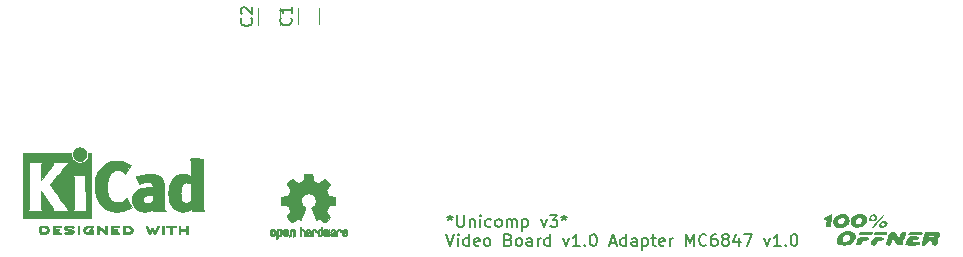
<source format=gbr>
%TF.GenerationSoftware,KiCad,Pcbnew,8.0.7-8.0.7-0~ubuntu22.04.1*%
%TF.CreationDate,2025-01-28T09:52:26+01:00*%
%TF.ProjectId,6847_v1,36383437-5f76-4312-9e6b-696361645f70,rev?*%
%TF.SameCoordinates,Original*%
%TF.FileFunction,Legend,Top*%
%TF.FilePolarity,Positive*%
%FSLAX46Y46*%
G04 Gerber Fmt 4.6, Leading zero omitted, Abs format (unit mm)*
G04 Created by KiCad (PCBNEW 8.0.7-8.0.7-0~ubuntu22.04.1) date 2025-01-28 09:52:26*
%MOMM*%
%LPD*%
G01*
G04 APERTURE LIST*
%ADD10C,0.150000*%
%ADD11C,0.010000*%
%ADD12C,0.120000*%
%ADD13C,0.000000*%
G04 APERTURE END LIST*
D10*
X97479636Y-107259875D02*
X97479636Y-107497970D01*
X97241541Y-107402732D02*
X97479636Y-107497970D01*
X97479636Y-107497970D02*
X97717731Y-107402732D01*
X97336779Y-107688446D02*
X97479636Y-107497970D01*
X97479636Y-107497970D02*
X97622493Y-107688446D01*
X98098684Y-107259875D02*
X98098684Y-108069398D01*
X98098684Y-108069398D02*
X98146303Y-108164636D01*
X98146303Y-108164636D02*
X98193922Y-108212256D01*
X98193922Y-108212256D02*
X98289160Y-108259875D01*
X98289160Y-108259875D02*
X98479636Y-108259875D01*
X98479636Y-108259875D02*
X98574874Y-108212256D01*
X98574874Y-108212256D02*
X98622493Y-108164636D01*
X98622493Y-108164636D02*
X98670112Y-108069398D01*
X98670112Y-108069398D02*
X98670112Y-107259875D01*
X99146303Y-107593208D02*
X99146303Y-108259875D01*
X99146303Y-107688446D02*
X99193922Y-107640827D01*
X99193922Y-107640827D02*
X99289160Y-107593208D01*
X99289160Y-107593208D02*
X99432017Y-107593208D01*
X99432017Y-107593208D02*
X99527255Y-107640827D01*
X99527255Y-107640827D02*
X99574874Y-107736065D01*
X99574874Y-107736065D02*
X99574874Y-108259875D01*
X100051065Y-108259875D02*
X100051065Y-107593208D01*
X100051065Y-107259875D02*
X100003446Y-107307494D01*
X100003446Y-107307494D02*
X100051065Y-107355113D01*
X100051065Y-107355113D02*
X100098684Y-107307494D01*
X100098684Y-107307494D02*
X100051065Y-107259875D01*
X100051065Y-107259875D02*
X100051065Y-107355113D01*
X100955826Y-108212256D02*
X100860588Y-108259875D01*
X100860588Y-108259875D02*
X100670112Y-108259875D01*
X100670112Y-108259875D02*
X100574874Y-108212256D01*
X100574874Y-108212256D02*
X100527255Y-108164636D01*
X100527255Y-108164636D02*
X100479636Y-108069398D01*
X100479636Y-108069398D02*
X100479636Y-107783684D01*
X100479636Y-107783684D02*
X100527255Y-107688446D01*
X100527255Y-107688446D02*
X100574874Y-107640827D01*
X100574874Y-107640827D02*
X100670112Y-107593208D01*
X100670112Y-107593208D02*
X100860588Y-107593208D01*
X100860588Y-107593208D02*
X100955826Y-107640827D01*
X101527255Y-108259875D02*
X101432017Y-108212256D01*
X101432017Y-108212256D02*
X101384398Y-108164636D01*
X101384398Y-108164636D02*
X101336779Y-108069398D01*
X101336779Y-108069398D02*
X101336779Y-107783684D01*
X101336779Y-107783684D02*
X101384398Y-107688446D01*
X101384398Y-107688446D02*
X101432017Y-107640827D01*
X101432017Y-107640827D02*
X101527255Y-107593208D01*
X101527255Y-107593208D02*
X101670112Y-107593208D01*
X101670112Y-107593208D02*
X101765350Y-107640827D01*
X101765350Y-107640827D02*
X101812969Y-107688446D01*
X101812969Y-107688446D02*
X101860588Y-107783684D01*
X101860588Y-107783684D02*
X101860588Y-108069398D01*
X101860588Y-108069398D02*
X101812969Y-108164636D01*
X101812969Y-108164636D02*
X101765350Y-108212256D01*
X101765350Y-108212256D02*
X101670112Y-108259875D01*
X101670112Y-108259875D02*
X101527255Y-108259875D01*
X102289160Y-108259875D02*
X102289160Y-107593208D01*
X102289160Y-107688446D02*
X102336779Y-107640827D01*
X102336779Y-107640827D02*
X102432017Y-107593208D01*
X102432017Y-107593208D02*
X102574874Y-107593208D01*
X102574874Y-107593208D02*
X102670112Y-107640827D01*
X102670112Y-107640827D02*
X102717731Y-107736065D01*
X102717731Y-107736065D02*
X102717731Y-108259875D01*
X102717731Y-107736065D02*
X102765350Y-107640827D01*
X102765350Y-107640827D02*
X102860588Y-107593208D01*
X102860588Y-107593208D02*
X103003445Y-107593208D01*
X103003445Y-107593208D02*
X103098684Y-107640827D01*
X103098684Y-107640827D02*
X103146303Y-107736065D01*
X103146303Y-107736065D02*
X103146303Y-108259875D01*
X103622493Y-107593208D02*
X103622493Y-108593208D01*
X103622493Y-107640827D02*
X103717731Y-107593208D01*
X103717731Y-107593208D02*
X103908207Y-107593208D01*
X103908207Y-107593208D02*
X104003445Y-107640827D01*
X104003445Y-107640827D02*
X104051064Y-107688446D01*
X104051064Y-107688446D02*
X104098683Y-107783684D01*
X104098683Y-107783684D02*
X104098683Y-108069398D01*
X104098683Y-108069398D02*
X104051064Y-108164636D01*
X104051064Y-108164636D02*
X104003445Y-108212256D01*
X104003445Y-108212256D02*
X103908207Y-108259875D01*
X103908207Y-108259875D02*
X103717731Y-108259875D01*
X103717731Y-108259875D02*
X103622493Y-108212256D01*
X105193922Y-107593208D02*
X105432017Y-108259875D01*
X105432017Y-108259875D02*
X105670112Y-107593208D01*
X105955827Y-107259875D02*
X106574874Y-107259875D01*
X106574874Y-107259875D02*
X106241541Y-107640827D01*
X106241541Y-107640827D02*
X106384398Y-107640827D01*
X106384398Y-107640827D02*
X106479636Y-107688446D01*
X106479636Y-107688446D02*
X106527255Y-107736065D01*
X106527255Y-107736065D02*
X106574874Y-107831303D01*
X106574874Y-107831303D02*
X106574874Y-108069398D01*
X106574874Y-108069398D02*
X106527255Y-108164636D01*
X106527255Y-108164636D02*
X106479636Y-108212256D01*
X106479636Y-108212256D02*
X106384398Y-108259875D01*
X106384398Y-108259875D02*
X106098684Y-108259875D01*
X106098684Y-108259875D02*
X106003446Y-108212256D01*
X106003446Y-108212256D02*
X105955827Y-108164636D01*
X107146303Y-107259875D02*
X107146303Y-107497970D01*
X106908208Y-107402732D02*
X107146303Y-107497970D01*
X107146303Y-107497970D02*
X107384398Y-107402732D01*
X107003446Y-107688446D02*
X107146303Y-107497970D01*
X107146303Y-107497970D02*
X107289160Y-107688446D01*
X97193922Y-108869819D02*
X97527255Y-109869819D01*
X97527255Y-109869819D02*
X97860588Y-108869819D01*
X98193922Y-109869819D02*
X98193922Y-109203152D01*
X98193922Y-108869819D02*
X98146303Y-108917438D01*
X98146303Y-108917438D02*
X98193922Y-108965057D01*
X98193922Y-108965057D02*
X98241541Y-108917438D01*
X98241541Y-108917438D02*
X98193922Y-108869819D01*
X98193922Y-108869819D02*
X98193922Y-108965057D01*
X99098683Y-109869819D02*
X99098683Y-108869819D01*
X99098683Y-109822200D02*
X99003445Y-109869819D01*
X99003445Y-109869819D02*
X98812969Y-109869819D01*
X98812969Y-109869819D02*
X98717731Y-109822200D01*
X98717731Y-109822200D02*
X98670112Y-109774580D01*
X98670112Y-109774580D02*
X98622493Y-109679342D01*
X98622493Y-109679342D02*
X98622493Y-109393628D01*
X98622493Y-109393628D02*
X98670112Y-109298390D01*
X98670112Y-109298390D02*
X98717731Y-109250771D01*
X98717731Y-109250771D02*
X98812969Y-109203152D01*
X98812969Y-109203152D02*
X99003445Y-109203152D01*
X99003445Y-109203152D02*
X99098683Y-109250771D01*
X99955826Y-109822200D02*
X99860588Y-109869819D01*
X99860588Y-109869819D02*
X99670112Y-109869819D01*
X99670112Y-109869819D02*
X99574874Y-109822200D01*
X99574874Y-109822200D02*
X99527255Y-109726961D01*
X99527255Y-109726961D02*
X99527255Y-109346009D01*
X99527255Y-109346009D02*
X99574874Y-109250771D01*
X99574874Y-109250771D02*
X99670112Y-109203152D01*
X99670112Y-109203152D02*
X99860588Y-109203152D01*
X99860588Y-109203152D02*
X99955826Y-109250771D01*
X99955826Y-109250771D02*
X100003445Y-109346009D01*
X100003445Y-109346009D02*
X100003445Y-109441247D01*
X100003445Y-109441247D02*
X99527255Y-109536485D01*
X100574874Y-109869819D02*
X100479636Y-109822200D01*
X100479636Y-109822200D02*
X100432017Y-109774580D01*
X100432017Y-109774580D02*
X100384398Y-109679342D01*
X100384398Y-109679342D02*
X100384398Y-109393628D01*
X100384398Y-109393628D02*
X100432017Y-109298390D01*
X100432017Y-109298390D02*
X100479636Y-109250771D01*
X100479636Y-109250771D02*
X100574874Y-109203152D01*
X100574874Y-109203152D02*
X100717731Y-109203152D01*
X100717731Y-109203152D02*
X100812969Y-109250771D01*
X100812969Y-109250771D02*
X100860588Y-109298390D01*
X100860588Y-109298390D02*
X100908207Y-109393628D01*
X100908207Y-109393628D02*
X100908207Y-109679342D01*
X100908207Y-109679342D02*
X100860588Y-109774580D01*
X100860588Y-109774580D02*
X100812969Y-109822200D01*
X100812969Y-109822200D02*
X100717731Y-109869819D01*
X100717731Y-109869819D02*
X100574874Y-109869819D01*
X102432017Y-109346009D02*
X102574874Y-109393628D01*
X102574874Y-109393628D02*
X102622493Y-109441247D01*
X102622493Y-109441247D02*
X102670112Y-109536485D01*
X102670112Y-109536485D02*
X102670112Y-109679342D01*
X102670112Y-109679342D02*
X102622493Y-109774580D01*
X102622493Y-109774580D02*
X102574874Y-109822200D01*
X102574874Y-109822200D02*
X102479636Y-109869819D01*
X102479636Y-109869819D02*
X102098684Y-109869819D01*
X102098684Y-109869819D02*
X102098684Y-108869819D01*
X102098684Y-108869819D02*
X102432017Y-108869819D01*
X102432017Y-108869819D02*
X102527255Y-108917438D01*
X102527255Y-108917438D02*
X102574874Y-108965057D01*
X102574874Y-108965057D02*
X102622493Y-109060295D01*
X102622493Y-109060295D02*
X102622493Y-109155533D01*
X102622493Y-109155533D02*
X102574874Y-109250771D01*
X102574874Y-109250771D02*
X102527255Y-109298390D01*
X102527255Y-109298390D02*
X102432017Y-109346009D01*
X102432017Y-109346009D02*
X102098684Y-109346009D01*
X103241541Y-109869819D02*
X103146303Y-109822200D01*
X103146303Y-109822200D02*
X103098684Y-109774580D01*
X103098684Y-109774580D02*
X103051065Y-109679342D01*
X103051065Y-109679342D02*
X103051065Y-109393628D01*
X103051065Y-109393628D02*
X103098684Y-109298390D01*
X103098684Y-109298390D02*
X103146303Y-109250771D01*
X103146303Y-109250771D02*
X103241541Y-109203152D01*
X103241541Y-109203152D02*
X103384398Y-109203152D01*
X103384398Y-109203152D02*
X103479636Y-109250771D01*
X103479636Y-109250771D02*
X103527255Y-109298390D01*
X103527255Y-109298390D02*
X103574874Y-109393628D01*
X103574874Y-109393628D02*
X103574874Y-109679342D01*
X103574874Y-109679342D02*
X103527255Y-109774580D01*
X103527255Y-109774580D02*
X103479636Y-109822200D01*
X103479636Y-109822200D02*
X103384398Y-109869819D01*
X103384398Y-109869819D02*
X103241541Y-109869819D01*
X104432017Y-109869819D02*
X104432017Y-109346009D01*
X104432017Y-109346009D02*
X104384398Y-109250771D01*
X104384398Y-109250771D02*
X104289160Y-109203152D01*
X104289160Y-109203152D02*
X104098684Y-109203152D01*
X104098684Y-109203152D02*
X104003446Y-109250771D01*
X104432017Y-109822200D02*
X104336779Y-109869819D01*
X104336779Y-109869819D02*
X104098684Y-109869819D01*
X104098684Y-109869819D02*
X104003446Y-109822200D01*
X104003446Y-109822200D02*
X103955827Y-109726961D01*
X103955827Y-109726961D02*
X103955827Y-109631723D01*
X103955827Y-109631723D02*
X104003446Y-109536485D01*
X104003446Y-109536485D02*
X104098684Y-109488866D01*
X104098684Y-109488866D02*
X104336779Y-109488866D01*
X104336779Y-109488866D02*
X104432017Y-109441247D01*
X104908208Y-109869819D02*
X104908208Y-109203152D01*
X104908208Y-109393628D02*
X104955827Y-109298390D01*
X104955827Y-109298390D02*
X105003446Y-109250771D01*
X105003446Y-109250771D02*
X105098684Y-109203152D01*
X105098684Y-109203152D02*
X105193922Y-109203152D01*
X105955827Y-109869819D02*
X105955827Y-108869819D01*
X105955827Y-109822200D02*
X105860589Y-109869819D01*
X105860589Y-109869819D02*
X105670113Y-109869819D01*
X105670113Y-109869819D02*
X105574875Y-109822200D01*
X105574875Y-109822200D02*
X105527256Y-109774580D01*
X105527256Y-109774580D02*
X105479637Y-109679342D01*
X105479637Y-109679342D02*
X105479637Y-109393628D01*
X105479637Y-109393628D02*
X105527256Y-109298390D01*
X105527256Y-109298390D02*
X105574875Y-109250771D01*
X105574875Y-109250771D02*
X105670113Y-109203152D01*
X105670113Y-109203152D02*
X105860589Y-109203152D01*
X105860589Y-109203152D02*
X105955827Y-109250771D01*
X107098685Y-109203152D02*
X107336780Y-109869819D01*
X107336780Y-109869819D02*
X107574875Y-109203152D01*
X108479637Y-109869819D02*
X107908209Y-109869819D01*
X108193923Y-109869819D02*
X108193923Y-108869819D01*
X108193923Y-108869819D02*
X108098685Y-109012676D01*
X108098685Y-109012676D02*
X108003447Y-109107914D01*
X108003447Y-109107914D02*
X107908209Y-109155533D01*
X108908209Y-109774580D02*
X108955828Y-109822200D01*
X108955828Y-109822200D02*
X108908209Y-109869819D01*
X108908209Y-109869819D02*
X108860590Y-109822200D01*
X108860590Y-109822200D02*
X108908209Y-109774580D01*
X108908209Y-109774580D02*
X108908209Y-109869819D01*
X109574875Y-108869819D02*
X109670113Y-108869819D01*
X109670113Y-108869819D02*
X109765351Y-108917438D01*
X109765351Y-108917438D02*
X109812970Y-108965057D01*
X109812970Y-108965057D02*
X109860589Y-109060295D01*
X109860589Y-109060295D02*
X109908208Y-109250771D01*
X109908208Y-109250771D02*
X109908208Y-109488866D01*
X109908208Y-109488866D02*
X109860589Y-109679342D01*
X109860589Y-109679342D02*
X109812970Y-109774580D01*
X109812970Y-109774580D02*
X109765351Y-109822200D01*
X109765351Y-109822200D02*
X109670113Y-109869819D01*
X109670113Y-109869819D02*
X109574875Y-109869819D01*
X109574875Y-109869819D02*
X109479637Y-109822200D01*
X109479637Y-109822200D02*
X109432018Y-109774580D01*
X109432018Y-109774580D02*
X109384399Y-109679342D01*
X109384399Y-109679342D02*
X109336780Y-109488866D01*
X109336780Y-109488866D02*
X109336780Y-109250771D01*
X109336780Y-109250771D02*
X109384399Y-109060295D01*
X109384399Y-109060295D02*
X109432018Y-108965057D01*
X109432018Y-108965057D02*
X109479637Y-108917438D01*
X109479637Y-108917438D02*
X109574875Y-108869819D01*
X111051066Y-109584104D02*
X111527256Y-109584104D01*
X110955828Y-109869819D02*
X111289161Y-108869819D01*
X111289161Y-108869819D02*
X111622494Y-109869819D01*
X112384399Y-109869819D02*
X112384399Y-108869819D01*
X112384399Y-109822200D02*
X112289161Y-109869819D01*
X112289161Y-109869819D02*
X112098685Y-109869819D01*
X112098685Y-109869819D02*
X112003447Y-109822200D01*
X112003447Y-109822200D02*
X111955828Y-109774580D01*
X111955828Y-109774580D02*
X111908209Y-109679342D01*
X111908209Y-109679342D02*
X111908209Y-109393628D01*
X111908209Y-109393628D02*
X111955828Y-109298390D01*
X111955828Y-109298390D02*
X112003447Y-109250771D01*
X112003447Y-109250771D02*
X112098685Y-109203152D01*
X112098685Y-109203152D02*
X112289161Y-109203152D01*
X112289161Y-109203152D02*
X112384399Y-109250771D01*
X113289161Y-109869819D02*
X113289161Y-109346009D01*
X113289161Y-109346009D02*
X113241542Y-109250771D01*
X113241542Y-109250771D02*
X113146304Y-109203152D01*
X113146304Y-109203152D02*
X112955828Y-109203152D01*
X112955828Y-109203152D02*
X112860590Y-109250771D01*
X113289161Y-109822200D02*
X113193923Y-109869819D01*
X113193923Y-109869819D02*
X112955828Y-109869819D01*
X112955828Y-109869819D02*
X112860590Y-109822200D01*
X112860590Y-109822200D02*
X112812971Y-109726961D01*
X112812971Y-109726961D02*
X112812971Y-109631723D01*
X112812971Y-109631723D02*
X112860590Y-109536485D01*
X112860590Y-109536485D02*
X112955828Y-109488866D01*
X112955828Y-109488866D02*
X113193923Y-109488866D01*
X113193923Y-109488866D02*
X113289161Y-109441247D01*
X113765352Y-109203152D02*
X113765352Y-110203152D01*
X113765352Y-109250771D02*
X113860590Y-109203152D01*
X113860590Y-109203152D02*
X114051066Y-109203152D01*
X114051066Y-109203152D02*
X114146304Y-109250771D01*
X114146304Y-109250771D02*
X114193923Y-109298390D01*
X114193923Y-109298390D02*
X114241542Y-109393628D01*
X114241542Y-109393628D02*
X114241542Y-109679342D01*
X114241542Y-109679342D02*
X114193923Y-109774580D01*
X114193923Y-109774580D02*
X114146304Y-109822200D01*
X114146304Y-109822200D02*
X114051066Y-109869819D01*
X114051066Y-109869819D02*
X113860590Y-109869819D01*
X113860590Y-109869819D02*
X113765352Y-109822200D01*
X114527257Y-109203152D02*
X114908209Y-109203152D01*
X114670114Y-108869819D02*
X114670114Y-109726961D01*
X114670114Y-109726961D02*
X114717733Y-109822200D01*
X114717733Y-109822200D02*
X114812971Y-109869819D01*
X114812971Y-109869819D02*
X114908209Y-109869819D01*
X115622495Y-109822200D02*
X115527257Y-109869819D01*
X115527257Y-109869819D02*
X115336781Y-109869819D01*
X115336781Y-109869819D02*
X115241543Y-109822200D01*
X115241543Y-109822200D02*
X115193924Y-109726961D01*
X115193924Y-109726961D02*
X115193924Y-109346009D01*
X115193924Y-109346009D02*
X115241543Y-109250771D01*
X115241543Y-109250771D02*
X115336781Y-109203152D01*
X115336781Y-109203152D02*
X115527257Y-109203152D01*
X115527257Y-109203152D02*
X115622495Y-109250771D01*
X115622495Y-109250771D02*
X115670114Y-109346009D01*
X115670114Y-109346009D02*
X115670114Y-109441247D01*
X115670114Y-109441247D02*
X115193924Y-109536485D01*
X116098686Y-109869819D02*
X116098686Y-109203152D01*
X116098686Y-109393628D02*
X116146305Y-109298390D01*
X116146305Y-109298390D02*
X116193924Y-109250771D01*
X116193924Y-109250771D02*
X116289162Y-109203152D01*
X116289162Y-109203152D02*
X116384400Y-109203152D01*
X117479639Y-109869819D02*
X117479639Y-108869819D01*
X117479639Y-108869819D02*
X117812972Y-109584104D01*
X117812972Y-109584104D02*
X118146305Y-108869819D01*
X118146305Y-108869819D02*
X118146305Y-109869819D01*
X119193924Y-109774580D02*
X119146305Y-109822200D01*
X119146305Y-109822200D02*
X119003448Y-109869819D01*
X119003448Y-109869819D02*
X118908210Y-109869819D01*
X118908210Y-109869819D02*
X118765353Y-109822200D01*
X118765353Y-109822200D02*
X118670115Y-109726961D01*
X118670115Y-109726961D02*
X118622496Y-109631723D01*
X118622496Y-109631723D02*
X118574877Y-109441247D01*
X118574877Y-109441247D02*
X118574877Y-109298390D01*
X118574877Y-109298390D02*
X118622496Y-109107914D01*
X118622496Y-109107914D02*
X118670115Y-109012676D01*
X118670115Y-109012676D02*
X118765353Y-108917438D01*
X118765353Y-108917438D02*
X118908210Y-108869819D01*
X118908210Y-108869819D02*
X119003448Y-108869819D01*
X119003448Y-108869819D02*
X119146305Y-108917438D01*
X119146305Y-108917438D02*
X119193924Y-108965057D01*
X120051067Y-108869819D02*
X119860591Y-108869819D01*
X119860591Y-108869819D02*
X119765353Y-108917438D01*
X119765353Y-108917438D02*
X119717734Y-108965057D01*
X119717734Y-108965057D02*
X119622496Y-109107914D01*
X119622496Y-109107914D02*
X119574877Y-109298390D01*
X119574877Y-109298390D02*
X119574877Y-109679342D01*
X119574877Y-109679342D02*
X119622496Y-109774580D01*
X119622496Y-109774580D02*
X119670115Y-109822200D01*
X119670115Y-109822200D02*
X119765353Y-109869819D01*
X119765353Y-109869819D02*
X119955829Y-109869819D01*
X119955829Y-109869819D02*
X120051067Y-109822200D01*
X120051067Y-109822200D02*
X120098686Y-109774580D01*
X120098686Y-109774580D02*
X120146305Y-109679342D01*
X120146305Y-109679342D02*
X120146305Y-109441247D01*
X120146305Y-109441247D02*
X120098686Y-109346009D01*
X120098686Y-109346009D02*
X120051067Y-109298390D01*
X120051067Y-109298390D02*
X119955829Y-109250771D01*
X119955829Y-109250771D02*
X119765353Y-109250771D01*
X119765353Y-109250771D02*
X119670115Y-109298390D01*
X119670115Y-109298390D02*
X119622496Y-109346009D01*
X119622496Y-109346009D02*
X119574877Y-109441247D01*
X120717734Y-109298390D02*
X120622496Y-109250771D01*
X120622496Y-109250771D02*
X120574877Y-109203152D01*
X120574877Y-109203152D02*
X120527258Y-109107914D01*
X120527258Y-109107914D02*
X120527258Y-109060295D01*
X120527258Y-109060295D02*
X120574877Y-108965057D01*
X120574877Y-108965057D02*
X120622496Y-108917438D01*
X120622496Y-108917438D02*
X120717734Y-108869819D01*
X120717734Y-108869819D02*
X120908210Y-108869819D01*
X120908210Y-108869819D02*
X121003448Y-108917438D01*
X121003448Y-108917438D02*
X121051067Y-108965057D01*
X121051067Y-108965057D02*
X121098686Y-109060295D01*
X121098686Y-109060295D02*
X121098686Y-109107914D01*
X121098686Y-109107914D02*
X121051067Y-109203152D01*
X121051067Y-109203152D02*
X121003448Y-109250771D01*
X121003448Y-109250771D02*
X120908210Y-109298390D01*
X120908210Y-109298390D02*
X120717734Y-109298390D01*
X120717734Y-109298390D02*
X120622496Y-109346009D01*
X120622496Y-109346009D02*
X120574877Y-109393628D01*
X120574877Y-109393628D02*
X120527258Y-109488866D01*
X120527258Y-109488866D02*
X120527258Y-109679342D01*
X120527258Y-109679342D02*
X120574877Y-109774580D01*
X120574877Y-109774580D02*
X120622496Y-109822200D01*
X120622496Y-109822200D02*
X120717734Y-109869819D01*
X120717734Y-109869819D02*
X120908210Y-109869819D01*
X120908210Y-109869819D02*
X121003448Y-109822200D01*
X121003448Y-109822200D02*
X121051067Y-109774580D01*
X121051067Y-109774580D02*
X121098686Y-109679342D01*
X121098686Y-109679342D02*
X121098686Y-109488866D01*
X121098686Y-109488866D02*
X121051067Y-109393628D01*
X121051067Y-109393628D02*
X121003448Y-109346009D01*
X121003448Y-109346009D02*
X120908210Y-109298390D01*
X121955829Y-109203152D02*
X121955829Y-109869819D01*
X121717734Y-108822200D02*
X121479639Y-109536485D01*
X121479639Y-109536485D02*
X122098686Y-109536485D01*
X122384401Y-108869819D02*
X123051067Y-108869819D01*
X123051067Y-108869819D02*
X122622496Y-109869819D01*
X124098687Y-109203152D02*
X124336782Y-109869819D01*
X124336782Y-109869819D02*
X124574877Y-109203152D01*
X125479639Y-109869819D02*
X124908211Y-109869819D01*
X125193925Y-109869819D02*
X125193925Y-108869819D01*
X125193925Y-108869819D02*
X125098687Y-109012676D01*
X125098687Y-109012676D02*
X125003449Y-109107914D01*
X125003449Y-109107914D02*
X124908211Y-109155533D01*
X125908211Y-109774580D02*
X125955830Y-109822200D01*
X125955830Y-109822200D02*
X125908211Y-109869819D01*
X125908211Y-109869819D02*
X125860592Y-109822200D01*
X125860592Y-109822200D02*
X125908211Y-109774580D01*
X125908211Y-109774580D02*
X125908211Y-109869819D01*
X126574877Y-108869819D02*
X126670115Y-108869819D01*
X126670115Y-108869819D02*
X126765353Y-108917438D01*
X126765353Y-108917438D02*
X126812972Y-108965057D01*
X126812972Y-108965057D02*
X126860591Y-109060295D01*
X126860591Y-109060295D02*
X126908210Y-109250771D01*
X126908210Y-109250771D02*
X126908210Y-109488866D01*
X126908210Y-109488866D02*
X126860591Y-109679342D01*
X126860591Y-109679342D02*
X126812972Y-109774580D01*
X126812972Y-109774580D02*
X126765353Y-109822200D01*
X126765353Y-109822200D02*
X126670115Y-109869819D01*
X126670115Y-109869819D02*
X126574877Y-109869819D01*
X126574877Y-109869819D02*
X126479639Y-109822200D01*
X126479639Y-109822200D02*
X126432020Y-109774580D01*
X126432020Y-109774580D02*
X126384401Y-109679342D01*
X126384401Y-109679342D02*
X126336782Y-109488866D01*
X126336782Y-109488866D02*
X126336782Y-109250771D01*
X126336782Y-109250771D02*
X126384401Y-109060295D01*
X126384401Y-109060295D02*
X126432020Y-108965057D01*
X126432020Y-108965057D02*
X126479639Y-108917438D01*
X126479639Y-108917438D02*
X126574877Y-108869819D01*
X80659580Y-90590666D02*
X80707200Y-90638285D01*
X80707200Y-90638285D02*
X80754819Y-90781142D01*
X80754819Y-90781142D02*
X80754819Y-90876380D01*
X80754819Y-90876380D02*
X80707200Y-91019237D01*
X80707200Y-91019237D02*
X80611961Y-91114475D01*
X80611961Y-91114475D02*
X80516723Y-91162094D01*
X80516723Y-91162094D02*
X80326247Y-91209713D01*
X80326247Y-91209713D02*
X80183390Y-91209713D01*
X80183390Y-91209713D02*
X79992914Y-91162094D01*
X79992914Y-91162094D02*
X79897676Y-91114475D01*
X79897676Y-91114475D02*
X79802438Y-91019237D01*
X79802438Y-91019237D02*
X79754819Y-90876380D01*
X79754819Y-90876380D02*
X79754819Y-90781142D01*
X79754819Y-90781142D02*
X79802438Y-90638285D01*
X79802438Y-90638285D02*
X79850057Y-90590666D01*
X79850057Y-90209713D02*
X79802438Y-90162094D01*
X79802438Y-90162094D02*
X79754819Y-90066856D01*
X79754819Y-90066856D02*
X79754819Y-89828761D01*
X79754819Y-89828761D02*
X79802438Y-89733523D01*
X79802438Y-89733523D02*
X79850057Y-89685904D01*
X79850057Y-89685904D02*
X79945295Y-89638285D01*
X79945295Y-89638285D02*
X80040533Y-89638285D01*
X80040533Y-89638285D02*
X80183390Y-89685904D01*
X80183390Y-89685904D02*
X80754819Y-90257332D01*
X80754819Y-90257332D02*
X80754819Y-89638285D01*
X84009580Y-90552166D02*
X84057200Y-90599785D01*
X84057200Y-90599785D02*
X84104819Y-90742642D01*
X84104819Y-90742642D02*
X84104819Y-90837880D01*
X84104819Y-90837880D02*
X84057200Y-90980737D01*
X84057200Y-90980737D02*
X83961961Y-91075975D01*
X83961961Y-91075975D02*
X83866723Y-91123594D01*
X83866723Y-91123594D02*
X83676247Y-91171213D01*
X83676247Y-91171213D02*
X83533390Y-91171213D01*
X83533390Y-91171213D02*
X83342914Y-91123594D01*
X83342914Y-91123594D02*
X83247676Y-91075975D01*
X83247676Y-91075975D02*
X83152438Y-90980737D01*
X83152438Y-90980737D02*
X83104819Y-90837880D01*
X83104819Y-90837880D02*
X83104819Y-90742642D01*
X83104819Y-90742642D02*
X83152438Y-90599785D01*
X83152438Y-90599785D02*
X83200057Y-90552166D01*
X84104819Y-89599785D02*
X84104819Y-90171213D01*
X84104819Y-89885499D02*
X83104819Y-89885499D01*
X83104819Y-89885499D02*
X83247676Y-89980737D01*
X83247676Y-89980737D02*
X83342914Y-90075975D01*
X83342914Y-90075975D02*
X83390533Y-90171213D01*
D11*
%TO.C,H2*%
X88152600Y-108458752D02*
X88169948Y-108466334D01*
X88211356Y-108499128D01*
X88246765Y-108546547D01*
X88268664Y-108597151D01*
X88272229Y-108622098D01*
X88260279Y-108656927D01*
X88234067Y-108675357D01*
X88205964Y-108686516D01*
X88193095Y-108688572D01*
X88186829Y-108673649D01*
X88174456Y-108641175D01*
X88169028Y-108626502D01*
X88138590Y-108575744D01*
X88094520Y-108550427D01*
X88038010Y-108551206D01*
X88033825Y-108552203D01*
X88003655Y-108566507D01*
X87981476Y-108594393D01*
X87966327Y-108639287D01*
X87957250Y-108704615D01*
X87953286Y-108793804D01*
X87952914Y-108841261D01*
X87952730Y-108916071D01*
X87951522Y-108967069D01*
X87948309Y-108999471D01*
X87942109Y-109018495D01*
X87931940Y-109029356D01*
X87916819Y-109037272D01*
X87915946Y-109037670D01*
X87886828Y-109049981D01*
X87872403Y-109054514D01*
X87870186Y-109040809D01*
X87868289Y-109002925D01*
X87866847Y-108945715D01*
X87865998Y-108874027D01*
X87865829Y-108821565D01*
X87866692Y-108720047D01*
X87870070Y-108643032D01*
X87877142Y-108586023D01*
X87889088Y-108544526D01*
X87907090Y-108514043D01*
X87932327Y-108490080D01*
X87957247Y-108473355D01*
X88017171Y-108451097D01*
X88086911Y-108446076D01*
X88152600Y-108458752D01*
G36*
X88152600Y-108458752D02*
G01*
X88169948Y-108466334D01*
X88211356Y-108499128D01*
X88246765Y-108546547D01*
X88268664Y-108597151D01*
X88272229Y-108622098D01*
X88260279Y-108656927D01*
X88234067Y-108675357D01*
X88205964Y-108686516D01*
X88193095Y-108688572D01*
X88186829Y-108673649D01*
X88174456Y-108641175D01*
X88169028Y-108626502D01*
X88138590Y-108575744D01*
X88094520Y-108550427D01*
X88038010Y-108551206D01*
X88033825Y-108552203D01*
X88003655Y-108566507D01*
X87981476Y-108594393D01*
X87966327Y-108639287D01*
X87957250Y-108704615D01*
X87953286Y-108793804D01*
X87952914Y-108841261D01*
X87952730Y-108916071D01*
X87951522Y-108967069D01*
X87948309Y-108999471D01*
X87942109Y-109018495D01*
X87931940Y-109029356D01*
X87916819Y-109037272D01*
X87915946Y-109037670D01*
X87886828Y-109049981D01*
X87872403Y-109054514D01*
X87870186Y-109040809D01*
X87868289Y-109002925D01*
X87866847Y-108945715D01*
X87865998Y-108874027D01*
X87865829Y-108821565D01*
X87866692Y-108720047D01*
X87870070Y-108643032D01*
X87877142Y-108586023D01*
X87889088Y-108544526D01*
X87907090Y-108514043D01*
X87932327Y-108490080D01*
X87957247Y-108473355D01*
X88017171Y-108451097D01*
X88086911Y-108446076D01*
X88152600Y-108458752D01*
G37*
X84216093Y-108427780D02*
X84262672Y-108454723D01*
X84295057Y-108481466D01*
X84318742Y-108509484D01*
X84335059Y-108543748D01*
X84345339Y-108589227D01*
X84350914Y-108650892D01*
X84353116Y-108733711D01*
X84353371Y-108793246D01*
X84353371Y-109012391D01*
X84291686Y-109040044D01*
X84230000Y-109067697D01*
X84222743Y-108827670D01*
X84219744Y-108738028D01*
X84216598Y-108672962D01*
X84212701Y-108628026D01*
X84207447Y-108598770D01*
X84200231Y-108580748D01*
X84190450Y-108569511D01*
X84187312Y-108567079D01*
X84139761Y-108548083D01*
X84091697Y-108555600D01*
X84063086Y-108575543D01*
X84051447Y-108589675D01*
X84043391Y-108608220D01*
X84038271Y-108636334D01*
X84035441Y-108679173D01*
X84034256Y-108741895D01*
X84034057Y-108807261D01*
X84034018Y-108889268D01*
X84032614Y-108947316D01*
X84027914Y-108986465D01*
X84017987Y-109011780D01*
X84000903Y-109028323D01*
X83974732Y-109041156D01*
X83939775Y-109054491D01*
X83901596Y-109069007D01*
X83906141Y-108811389D01*
X83907971Y-108718519D01*
X83910112Y-108649889D01*
X83913181Y-108600711D01*
X83917794Y-108566198D01*
X83924568Y-108541562D01*
X83934119Y-108522016D01*
X83945634Y-108504770D01*
X84001190Y-108449680D01*
X84068980Y-108417822D01*
X84142713Y-108410191D01*
X84216093Y-108427780D01*
G36*
X84216093Y-108427780D02*
G01*
X84262672Y-108454723D01*
X84295057Y-108481466D01*
X84318742Y-108509484D01*
X84335059Y-108543748D01*
X84345339Y-108589227D01*
X84350914Y-108650892D01*
X84353116Y-108733711D01*
X84353371Y-108793246D01*
X84353371Y-109012391D01*
X84291686Y-109040044D01*
X84230000Y-109067697D01*
X84222743Y-108827670D01*
X84219744Y-108738028D01*
X84216598Y-108672962D01*
X84212701Y-108628026D01*
X84207447Y-108598770D01*
X84200231Y-108580748D01*
X84190450Y-108569511D01*
X84187312Y-108567079D01*
X84139761Y-108548083D01*
X84091697Y-108555600D01*
X84063086Y-108575543D01*
X84051447Y-108589675D01*
X84043391Y-108608220D01*
X84038271Y-108636334D01*
X84035441Y-108679173D01*
X84034256Y-108741895D01*
X84034057Y-108807261D01*
X84034018Y-108889268D01*
X84032614Y-108947316D01*
X84027914Y-108986465D01*
X84017987Y-109011780D01*
X84000903Y-109028323D01*
X83974732Y-109041156D01*
X83939775Y-109054491D01*
X83901596Y-109069007D01*
X83906141Y-108811389D01*
X83907971Y-108718519D01*
X83910112Y-108649889D01*
X83913181Y-108600711D01*
X83917794Y-108566198D01*
X83924568Y-108541562D01*
X83934119Y-108522016D01*
X83945634Y-108504770D01*
X84001190Y-108449680D01*
X84068980Y-108417822D01*
X84142713Y-108410191D01*
X84216093Y-108427780D01*
G37*
X86029926Y-108449755D02*
X86095858Y-108474084D01*
X86149273Y-108517117D01*
X86170164Y-108547409D01*
X86192939Y-108602994D01*
X86192466Y-108643186D01*
X86168562Y-108670217D01*
X86159717Y-108674813D01*
X86121530Y-108689144D01*
X86102028Y-108685472D01*
X86095422Y-108661407D01*
X86095086Y-108648114D01*
X86082992Y-108599210D01*
X86051471Y-108564999D01*
X86007659Y-108548476D01*
X85958695Y-108552634D01*
X85918894Y-108574227D01*
X85905450Y-108586544D01*
X85895921Y-108601487D01*
X85889485Y-108624075D01*
X85885317Y-108659328D01*
X85882597Y-108712266D01*
X85880502Y-108787907D01*
X85879960Y-108811857D01*
X85877981Y-108893790D01*
X85875731Y-108951455D01*
X85872357Y-108989608D01*
X85867006Y-109013004D01*
X85858824Y-109026398D01*
X85846959Y-109034545D01*
X85839362Y-109038144D01*
X85807102Y-109050452D01*
X85788111Y-109054514D01*
X85781836Y-109040948D01*
X85778006Y-108999934D01*
X85776600Y-108930999D01*
X85777598Y-108833669D01*
X85777908Y-108818657D01*
X85780101Y-108729859D01*
X85782693Y-108665019D01*
X85786382Y-108619067D01*
X85791864Y-108586935D01*
X85799835Y-108563553D01*
X85810993Y-108543852D01*
X85816830Y-108535410D01*
X85850296Y-108498057D01*
X85887727Y-108469003D01*
X85892309Y-108466467D01*
X85959426Y-108446443D01*
X86029926Y-108449755D01*
G36*
X86029926Y-108449755D02*
G01*
X86095858Y-108474084D01*
X86149273Y-108517117D01*
X86170164Y-108547409D01*
X86192939Y-108602994D01*
X86192466Y-108643186D01*
X86168562Y-108670217D01*
X86159717Y-108674813D01*
X86121530Y-108689144D01*
X86102028Y-108685472D01*
X86095422Y-108661407D01*
X86095086Y-108648114D01*
X86082992Y-108599210D01*
X86051471Y-108564999D01*
X86007659Y-108548476D01*
X85958695Y-108552634D01*
X85918894Y-108574227D01*
X85905450Y-108586544D01*
X85895921Y-108601487D01*
X85889485Y-108624075D01*
X85885317Y-108659328D01*
X85882597Y-108712266D01*
X85880502Y-108787907D01*
X85879960Y-108811857D01*
X85877981Y-108893790D01*
X85875731Y-108951455D01*
X85872357Y-108989608D01*
X85867006Y-109013004D01*
X85858824Y-109026398D01*
X85846959Y-109034545D01*
X85839362Y-109038144D01*
X85807102Y-109050452D01*
X85788111Y-109054514D01*
X85781836Y-109040948D01*
X85778006Y-108999934D01*
X85776600Y-108930999D01*
X85777598Y-108833669D01*
X85777908Y-108818657D01*
X85780101Y-108729859D01*
X85782693Y-108665019D01*
X85786382Y-108619067D01*
X85791864Y-108586935D01*
X85799835Y-108563553D01*
X85810993Y-108543852D01*
X85816830Y-108535410D01*
X85850296Y-108498057D01*
X85887727Y-108469003D01*
X85892309Y-108466467D01*
X85959426Y-108446443D01*
X86029926Y-108449755D01*
G37*
X84875886Y-108351289D02*
X84880139Y-108410613D01*
X84885025Y-108445572D01*
X84891795Y-108460820D01*
X84901702Y-108461015D01*
X84904914Y-108459195D01*
X84947644Y-108446015D01*
X85003227Y-108446785D01*
X85059737Y-108460333D01*
X85095082Y-108477861D01*
X85131321Y-108505861D01*
X85157813Y-108537549D01*
X85175999Y-108577813D01*
X85187322Y-108631543D01*
X85193222Y-108703626D01*
X85195143Y-108798951D01*
X85195177Y-108817237D01*
X85195200Y-109022646D01*
X85149491Y-109038580D01*
X85117027Y-109049420D01*
X85099215Y-109054468D01*
X85098691Y-109054514D01*
X85096937Y-109040828D01*
X85095444Y-109003076D01*
X85094326Y-108946224D01*
X85093697Y-108875234D01*
X85093600Y-108832073D01*
X85093398Y-108746973D01*
X85092358Y-108685981D01*
X85089831Y-108644177D01*
X85085164Y-108616642D01*
X85077707Y-108598456D01*
X85066811Y-108584698D01*
X85060007Y-108578073D01*
X85013272Y-108551375D01*
X84962272Y-108549375D01*
X84916001Y-108571955D01*
X84907444Y-108580107D01*
X84894893Y-108595436D01*
X84886188Y-108613618D01*
X84880631Y-108639909D01*
X84877526Y-108679562D01*
X84876176Y-108737832D01*
X84875886Y-108818173D01*
X84875886Y-109022646D01*
X84830177Y-109038580D01*
X84797713Y-109049420D01*
X84779901Y-109054468D01*
X84779377Y-109054514D01*
X84778037Y-109040623D01*
X84776828Y-109001439D01*
X84775801Y-108940700D01*
X84775002Y-108862141D01*
X84774481Y-108769498D01*
X84774286Y-108666509D01*
X84774286Y-108269342D01*
X84821457Y-108249444D01*
X84868629Y-108229547D01*
X84875886Y-108351289D01*
G36*
X84875886Y-108351289D02*
G01*
X84880139Y-108410613D01*
X84885025Y-108445572D01*
X84891795Y-108460820D01*
X84901702Y-108461015D01*
X84904914Y-108459195D01*
X84947644Y-108446015D01*
X85003227Y-108446785D01*
X85059737Y-108460333D01*
X85095082Y-108477861D01*
X85131321Y-108505861D01*
X85157813Y-108537549D01*
X85175999Y-108577813D01*
X85187322Y-108631543D01*
X85193222Y-108703626D01*
X85195143Y-108798951D01*
X85195177Y-108817237D01*
X85195200Y-109022646D01*
X85149491Y-109038580D01*
X85117027Y-109049420D01*
X85099215Y-109054468D01*
X85098691Y-109054514D01*
X85096937Y-109040828D01*
X85095444Y-109003076D01*
X85094326Y-108946224D01*
X85093697Y-108875234D01*
X85093600Y-108832073D01*
X85093398Y-108746973D01*
X85092358Y-108685981D01*
X85089831Y-108644177D01*
X85085164Y-108616642D01*
X85077707Y-108598456D01*
X85066811Y-108584698D01*
X85060007Y-108578073D01*
X85013272Y-108551375D01*
X84962272Y-108549375D01*
X84916001Y-108571955D01*
X84907444Y-108580107D01*
X84894893Y-108595436D01*
X84886188Y-108613618D01*
X84880631Y-108639909D01*
X84877526Y-108679562D01*
X84876176Y-108737832D01*
X84875886Y-108818173D01*
X84875886Y-109022646D01*
X84830177Y-109038580D01*
X84797713Y-109049420D01*
X84779901Y-109054468D01*
X84779377Y-109054514D01*
X84778037Y-109040623D01*
X84776828Y-109001439D01*
X84775801Y-108940700D01*
X84775002Y-108862141D01*
X84774481Y-108769498D01*
X84774286Y-108666509D01*
X84774286Y-108269342D01*
X84821457Y-108249444D01*
X84868629Y-108229547D01*
X84875886Y-108351289D01*
G37*
X87279833Y-108458663D02*
X87282048Y-108496850D01*
X87283784Y-108554886D01*
X87284899Y-108628180D01*
X87285257Y-108705055D01*
X87285257Y-108965196D01*
X87239326Y-109011127D01*
X87207675Y-109039429D01*
X87179890Y-109050893D01*
X87141915Y-109050168D01*
X87126840Y-109048321D01*
X87079726Y-109042948D01*
X87040756Y-109039869D01*
X87031257Y-109039585D01*
X86999233Y-109041445D01*
X86953432Y-109046114D01*
X86935674Y-109048321D01*
X86892057Y-109051735D01*
X86862745Y-109044320D01*
X86833680Y-109021427D01*
X86823188Y-109011127D01*
X86777257Y-108965196D01*
X86777257Y-108478602D01*
X86814226Y-108461758D01*
X86846059Y-108449282D01*
X86864683Y-108444914D01*
X86869458Y-108458718D01*
X86873921Y-108497286D01*
X86877775Y-108556356D01*
X86880722Y-108631663D01*
X86882143Y-108695286D01*
X86886114Y-108945657D01*
X86920759Y-108950556D01*
X86952268Y-108947131D01*
X86967708Y-108936041D01*
X86972023Y-108915308D01*
X86975708Y-108871145D01*
X86978469Y-108809146D01*
X86980012Y-108734909D01*
X86980235Y-108696706D01*
X86980457Y-108476783D01*
X87026166Y-108460849D01*
X87058518Y-108450015D01*
X87076115Y-108444962D01*
X87076623Y-108444914D01*
X87078388Y-108458648D01*
X87080329Y-108496730D01*
X87082282Y-108554482D01*
X87084084Y-108627227D01*
X87085343Y-108695286D01*
X87089314Y-108945657D01*
X87176400Y-108945657D01*
X87180396Y-108717240D01*
X87184392Y-108488822D01*
X87226847Y-108466868D01*
X87258192Y-108451793D01*
X87276744Y-108444951D01*
X87277279Y-108444914D01*
X87279833Y-108458663D01*
G36*
X87279833Y-108458663D02*
G01*
X87282048Y-108496850D01*
X87283784Y-108554886D01*
X87284899Y-108628180D01*
X87285257Y-108705055D01*
X87285257Y-108965196D01*
X87239326Y-109011127D01*
X87207675Y-109039429D01*
X87179890Y-109050893D01*
X87141915Y-109050168D01*
X87126840Y-109048321D01*
X87079726Y-109042948D01*
X87040756Y-109039869D01*
X87031257Y-109039585D01*
X86999233Y-109041445D01*
X86953432Y-109046114D01*
X86935674Y-109048321D01*
X86892057Y-109051735D01*
X86862745Y-109044320D01*
X86833680Y-109021427D01*
X86823188Y-109011127D01*
X86777257Y-108965196D01*
X86777257Y-108478602D01*
X86814226Y-108461758D01*
X86846059Y-108449282D01*
X86864683Y-108444914D01*
X86869458Y-108458718D01*
X86873921Y-108497286D01*
X86877775Y-108556356D01*
X86880722Y-108631663D01*
X86882143Y-108695286D01*
X86886114Y-108945657D01*
X86920759Y-108950556D01*
X86952268Y-108947131D01*
X86967708Y-108936041D01*
X86972023Y-108915308D01*
X86975708Y-108871145D01*
X86978469Y-108809146D01*
X86980012Y-108734909D01*
X86980235Y-108696706D01*
X86980457Y-108476783D01*
X87026166Y-108460849D01*
X87058518Y-108450015D01*
X87076115Y-108444962D01*
X87076623Y-108444914D01*
X87078388Y-108458648D01*
X87080329Y-108496730D01*
X87082282Y-108554482D01*
X87084084Y-108627227D01*
X87085343Y-108695286D01*
X87089314Y-108945657D01*
X87176400Y-108945657D01*
X87180396Y-108717240D01*
X87184392Y-108488822D01*
X87226847Y-108466868D01*
X87258192Y-108451793D01*
X87276744Y-108444951D01*
X87277279Y-108444914D01*
X87279833Y-108458663D01*
G37*
X82541115Y-108421962D02*
X82609145Y-108457733D01*
X82659351Y-108515301D01*
X82677185Y-108552312D01*
X82691063Y-108607882D01*
X82698167Y-108678096D01*
X82698840Y-108754727D01*
X82693427Y-108829552D01*
X82682270Y-108894342D01*
X82665714Y-108940873D01*
X82660626Y-108948887D01*
X82600355Y-109008707D01*
X82528769Y-109044535D01*
X82451092Y-109055020D01*
X82372548Y-109038810D01*
X82350689Y-109029092D01*
X82308122Y-108999143D01*
X82270763Y-108959433D01*
X82267232Y-108954397D01*
X82252881Y-108930124D01*
X82243394Y-108904178D01*
X82237790Y-108870022D01*
X82235086Y-108821119D01*
X82234299Y-108750935D01*
X82234286Y-108735200D01*
X82234322Y-108730192D01*
X82379429Y-108730192D01*
X82380273Y-108796430D01*
X82383596Y-108840386D01*
X82390583Y-108868779D01*
X82402416Y-108888325D01*
X82408457Y-108894857D01*
X82443186Y-108919680D01*
X82476903Y-108918548D01*
X82510995Y-108897016D01*
X82531329Y-108874029D01*
X82543371Y-108840478D01*
X82550134Y-108787569D01*
X82550598Y-108781399D01*
X82551752Y-108685513D01*
X82539688Y-108614299D01*
X82514570Y-108568194D01*
X82476560Y-108547635D01*
X82462992Y-108546514D01*
X82427364Y-108552152D01*
X82402994Y-108571686D01*
X82388093Y-108609042D01*
X82380875Y-108668150D01*
X82379429Y-108730192D01*
X82234322Y-108730192D01*
X82234826Y-108660413D01*
X82237096Y-108608159D01*
X82242068Y-108571949D01*
X82250713Y-108545299D01*
X82264005Y-108521722D01*
X82266943Y-108517338D01*
X82316313Y-108458249D01*
X82370109Y-108423947D01*
X82435602Y-108410331D01*
X82457842Y-108409665D01*
X82541115Y-108421962D01*
G36*
X82541115Y-108421962D02*
G01*
X82609145Y-108457733D01*
X82659351Y-108515301D01*
X82677185Y-108552312D01*
X82691063Y-108607882D01*
X82698167Y-108678096D01*
X82698840Y-108754727D01*
X82693427Y-108829552D01*
X82682270Y-108894342D01*
X82665714Y-108940873D01*
X82660626Y-108948887D01*
X82600355Y-109008707D01*
X82528769Y-109044535D01*
X82451092Y-109055020D01*
X82372548Y-109038810D01*
X82350689Y-109029092D01*
X82308122Y-108999143D01*
X82270763Y-108959433D01*
X82267232Y-108954397D01*
X82252881Y-108930124D01*
X82243394Y-108904178D01*
X82237790Y-108870022D01*
X82235086Y-108821119D01*
X82234299Y-108750935D01*
X82234286Y-108735200D01*
X82234322Y-108730192D01*
X82379429Y-108730192D01*
X82380273Y-108796430D01*
X82383596Y-108840386D01*
X82390583Y-108868779D01*
X82402416Y-108888325D01*
X82408457Y-108894857D01*
X82443186Y-108919680D01*
X82476903Y-108918548D01*
X82510995Y-108897016D01*
X82531329Y-108874029D01*
X82543371Y-108840478D01*
X82550134Y-108787569D01*
X82550598Y-108781399D01*
X82551752Y-108685513D01*
X82539688Y-108614299D01*
X82514570Y-108568194D01*
X82476560Y-108547635D01*
X82462992Y-108546514D01*
X82427364Y-108552152D01*
X82402994Y-108571686D01*
X82388093Y-108609042D01*
X82380875Y-108668150D01*
X82379429Y-108730192D01*
X82234322Y-108730192D01*
X82234826Y-108660413D01*
X82237096Y-108608159D01*
X82242068Y-108571949D01*
X82250713Y-108545299D01*
X82264005Y-108521722D01*
X82266943Y-108517338D01*
X82316313Y-108458249D01*
X82370109Y-108423947D01*
X82435602Y-108410331D01*
X82457842Y-108409665D01*
X82541115Y-108421962D01*
G37*
X88653595Y-108466966D02*
X88711021Y-108504497D01*
X88738719Y-108538096D01*
X88760662Y-108599064D01*
X88762405Y-108647308D01*
X88758457Y-108711816D01*
X88609686Y-108776934D01*
X88537349Y-108810202D01*
X88490084Y-108836964D01*
X88465507Y-108860144D01*
X88461237Y-108882667D01*
X88474889Y-108907455D01*
X88489943Y-108923886D01*
X88533746Y-108950235D01*
X88581389Y-108952081D01*
X88625145Y-108931546D01*
X88657289Y-108890752D01*
X88663038Y-108876347D01*
X88690576Y-108831356D01*
X88722258Y-108812182D01*
X88765714Y-108795779D01*
X88765714Y-108857966D01*
X88761872Y-108900283D01*
X88746823Y-108935969D01*
X88715280Y-108976943D01*
X88710592Y-108982267D01*
X88675506Y-109018720D01*
X88645347Y-109038283D01*
X88607615Y-109047283D01*
X88576335Y-109050230D01*
X88520385Y-109050965D01*
X88480555Y-109041660D01*
X88455708Y-109027846D01*
X88416656Y-108997467D01*
X88389625Y-108964613D01*
X88372517Y-108923294D01*
X88363238Y-108867521D01*
X88359693Y-108791305D01*
X88359410Y-108752622D01*
X88360372Y-108706247D01*
X88448007Y-108706247D01*
X88449023Y-108731126D01*
X88451556Y-108735200D01*
X88468274Y-108729665D01*
X88504249Y-108715017D01*
X88552331Y-108694190D01*
X88562386Y-108689714D01*
X88623152Y-108658814D01*
X88656632Y-108631657D01*
X88663990Y-108606220D01*
X88646391Y-108580481D01*
X88631856Y-108569109D01*
X88579410Y-108546364D01*
X88530322Y-108550122D01*
X88489227Y-108577884D01*
X88460758Y-108627152D01*
X88451631Y-108666257D01*
X88448007Y-108706247D01*
X88360372Y-108706247D01*
X88361285Y-108662249D01*
X88368196Y-108595384D01*
X88381884Y-108546695D01*
X88404096Y-108510849D01*
X88436574Y-108482513D01*
X88450733Y-108473355D01*
X88515053Y-108449507D01*
X88585473Y-108448006D01*
X88653595Y-108466966D01*
G36*
X88653595Y-108466966D02*
G01*
X88711021Y-108504497D01*
X88738719Y-108538096D01*
X88760662Y-108599064D01*
X88762405Y-108647308D01*
X88758457Y-108711816D01*
X88609686Y-108776934D01*
X88537349Y-108810202D01*
X88490084Y-108836964D01*
X88465507Y-108860144D01*
X88461237Y-108882667D01*
X88474889Y-108907455D01*
X88489943Y-108923886D01*
X88533746Y-108950235D01*
X88581389Y-108952081D01*
X88625145Y-108931546D01*
X88657289Y-108890752D01*
X88663038Y-108876347D01*
X88690576Y-108831356D01*
X88722258Y-108812182D01*
X88765714Y-108795779D01*
X88765714Y-108857966D01*
X88761872Y-108900283D01*
X88746823Y-108935969D01*
X88715280Y-108976943D01*
X88710592Y-108982267D01*
X88675506Y-109018720D01*
X88645347Y-109038283D01*
X88607615Y-109047283D01*
X88576335Y-109050230D01*
X88520385Y-109050965D01*
X88480555Y-109041660D01*
X88455708Y-109027846D01*
X88416656Y-108997467D01*
X88389625Y-108964613D01*
X88372517Y-108923294D01*
X88363238Y-108867521D01*
X88359693Y-108791305D01*
X88359410Y-108752622D01*
X88360372Y-108706247D01*
X88448007Y-108706247D01*
X88449023Y-108731126D01*
X88451556Y-108735200D01*
X88468274Y-108729665D01*
X88504249Y-108715017D01*
X88552331Y-108694190D01*
X88562386Y-108689714D01*
X88623152Y-108658814D01*
X88656632Y-108631657D01*
X88663990Y-108606220D01*
X88646391Y-108580481D01*
X88631856Y-108569109D01*
X88579410Y-108546364D01*
X88530322Y-108550122D01*
X88489227Y-108577884D01*
X88460758Y-108627152D01*
X88451631Y-108666257D01*
X88448007Y-108706247D01*
X88360372Y-108706247D01*
X88361285Y-108662249D01*
X88368196Y-108595384D01*
X88381884Y-108546695D01*
X88404096Y-108510849D01*
X88436574Y-108482513D01*
X88450733Y-108473355D01*
X88515053Y-108449507D01*
X88585473Y-108448006D01*
X88653595Y-108466966D01*
G37*
X86690117Y-108565358D02*
X86689933Y-108673837D01*
X86689219Y-108757287D01*
X86687675Y-108819704D01*
X86685001Y-108865085D01*
X86680894Y-108897429D01*
X86675055Y-108920733D01*
X86667182Y-108938995D01*
X86661221Y-108949418D01*
X86611855Y-109005945D01*
X86549264Y-109041377D01*
X86480013Y-109054090D01*
X86410668Y-109042463D01*
X86369375Y-109021568D01*
X86326025Y-108985422D01*
X86296481Y-108941276D01*
X86278655Y-108883462D01*
X86270463Y-108806313D01*
X86269302Y-108749714D01*
X86269458Y-108745647D01*
X86370857Y-108745647D01*
X86371476Y-108810550D01*
X86374314Y-108853514D01*
X86380840Y-108881622D01*
X86392523Y-108901953D01*
X86406483Y-108917288D01*
X86453365Y-108946890D01*
X86503701Y-108949419D01*
X86551276Y-108924705D01*
X86554979Y-108921356D01*
X86570783Y-108903935D01*
X86580693Y-108883209D01*
X86586058Y-108852362D01*
X86588228Y-108804577D01*
X86588571Y-108751748D01*
X86587827Y-108685381D01*
X86584748Y-108641106D01*
X86578061Y-108612009D01*
X86566496Y-108591173D01*
X86557013Y-108580107D01*
X86512960Y-108552198D01*
X86462224Y-108548843D01*
X86413796Y-108570159D01*
X86404450Y-108578073D01*
X86388540Y-108595647D01*
X86378610Y-108616587D01*
X86373278Y-108647782D01*
X86371163Y-108696122D01*
X86370857Y-108745647D01*
X86269458Y-108745647D01*
X86272810Y-108658568D01*
X86284726Y-108590086D01*
X86307135Y-108538600D01*
X86342124Y-108498443D01*
X86369375Y-108477861D01*
X86418907Y-108455625D01*
X86476316Y-108445304D01*
X86529682Y-108448067D01*
X86559543Y-108459212D01*
X86571261Y-108462383D01*
X86579037Y-108450557D01*
X86584465Y-108418866D01*
X86588571Y-108370593D01*
X86593067Y-108316829D01*
X86599313Y-108284482D01*
X86610676Y-108265985D01*
X86630528Y-108253770D01*
X86643000Y-108248362D01*
X86690171Y-108228601D01*
X86690117Y-108565358D01*
G36*
X86690117Y-108565358D02*
G01*
X86689933Y-108673837D01*
X86689219Y-108757287D01*
X86687675Y-108819704D01*
X86685001Y-108865085D01*
X86680894Y-108897429D01*
X86675055Y-108920733D01*
X86667182Y-108938995D01*
X86661221Y-108949418D01*
X86611855Y-109005945D01*
X86549264Y-109041377D01*
X86480013Y-109054090D01*
X86410668Y-109042463D01*
X86369375Y-109021568D01*
X86326025Y-108985422D01*
X86296481Y-108941276D01*
X86278655Y-108883462D01*
X86270463Y-108806313D01*
X86269302Y-108749714D01*
X86269458Y-108745647D01*
X86370857Y-108745647D01*
X86371476Y-108810550D01*
X86374314Y-108853514D01*
X86380840Y-108881622D01*
X86392523Y-108901953D01*
X86406483Y-108917288D01*
X86453365Y-108946890D01*
X86503701Y-108949419D01*
X86551276Y-108924705D01*
X86554979Y-108921356D01*
X86570783Y-108903935D01*
X86580693Y-108883209D01*
X86586058Y-108852362D01*
X86588228Y-108804577D01*
X86588571Y-108751748D01*
X86587827Y-108685381D01*
X86584748Y-108641106D01*
X86578061Y-108612009D01*
X86566496Y-108591173D01*
X86557013Y-108580107D01*
X86512960Y-108552198D01*
X86462224Y-108548843D01*
X86413796Y-108570159D01*
X86404450Y-108578073D01*
X86388540Y-108595647D01*
X86378610Y-108616587D01*
X86373278Y-108647782D01*
X86371163Y-108696122D01*
X86370857Y-108745647D01*
X86269458Y-108745647D01*
X86272810Y-108658568D01*
X86284726Y-108590086D01*
X86307135Y-108538600D01*
X86342124Y-108498443D01*
X86369375Y-108477861D01*
X86418907Y-108455625D01*
X86476316Y-108445304D01*
X86529682Y-108448067D01*
X86559543Y-108459212D01*
X86571261Y-108462383D01*
X86579037Y-108450557D01*
X86584465Y-108418866D01*
X86588571Y-108370593D01*
X86593067Y-108316829D01*
X86599313Y-108284482D01*
X86610676Y-108265985D01*
X86630528Y-108253770D01*
X86643000Y-108248362D01*
X86690171Y-108228601D01*
X86690117Y-108565358D01*
G37*
X83668303Y-108431239D02*
X83725527Y-108469735D01*
X83769749Y-108525335D01*
X83796167Y-108596086D01*
X83801510Y-108648162D01*
X83800903Y-108669893D01*
X83795822Y-108686531D01*
X83781855Y-108701437D01*
X83754589Y-108717973D01*
X83709612Y-108739498D01*
X83642511Y-108769374D01*
X83642171Y-108769524D01*
X83580407Y-108797813D01*
X83529759Y-108822933D01*
X83495404Y-108842179D01*
X83482518Y-108852848D01*
X83482514Y-108852934D01*
X83493872Y-108876166D01*
X83520431Y-108901774D01*
X83550923Y-108920221D01*
X83566370Y-108923886D01*
X83608515Y-108911212D01*
X83644808Y-108879471D01*
X83662517Y-108844572D01*
X83679552Y-108818845D01*
X83712922Y-108789546D01*
X83752149Y-108764235D01*
X83786756Y-108750471D01*
X83793993Y-108749714D01*
X83802139Y-108762160D01*
X83802630Y-108793972D01*
X83796643Y-108836866D01*
X83785357Y-108882558D01*
X83769950Y-108922761D01*
X83769171Y-108924322D01*
X83722804Y-108989062D01*
X83662711Y-109033097D01*
X83594465Y-109054711D01*
X83523638Y-109052185D01*
X83455804Y-109023804D01*
X83452788Y-109021808D01*
X83399427Y-108973448D01*
X83364340Y-108910352D01*
X83344922Y-108827387D01*
X83342316Y-108804078D01*
X83337701Y-108694055D01*
X83343233Y-108642748D01*
X83482514Y-108642748D01*
X83484324Y-108674753D01*
X83494222Y-108684093D01*
X83518898Y-108677105D01*
X83557795Y-108660587D01*
X83601275Y-108639881D01*
X83602356Y-108639333D01*
X83639209Y-108619949D01*
X83654000Y-108607013D01*
X83650353Y-108593451D01*
X83634995Y-108575632D01*
X83595923Y-108549845D01*
X83553846Y-108547950D01*
X83516103Y-108566717D01*
X83490034Y-108602915D01*
X83482514Y-108642748D01*
X83343233Y-108642748D01*
X83347194Y-108606027D01*
X83371550Y-108536212D01*
X83405456Y-108487302D01*
X83466653Y-108437878D01*
X83534063Y-108413359D01*
X83602880Y-108411797D01*
X83668303Y-108431239D01*
G36*
X83668303Y-108431239D02*
G01*
X83725527Y-108469735D01*
X83769749Y-108525335D01*
X83796167Y-108596086D01*
X83801510Y-108648162D01*
X83800903Y-108669893D01*
X83795822Y-108686531D01*
X83781855Y-108701437D01*
X83754589Y-108717973D01*
X83709612Y-108739498D01*
X83642511Y-108769374D01*
X83642171Y-108769524D01*
X83580407Y-108797813D01*
X83529759Y-108822933D01*
X83495404Y-108842179D01*
X83482518Y-108852848D01*
X83482514Y-108852934D01*
X83493872Y-108876166D01*
X83520431Y-108901774D01*
X83550923Y-108920221D01*
X83566370Y-108923886D01*
X83608515Y-108911212D01*
X83644808Y-108879471D01*
X83662517Y-108844572D01*
X83679552Y-108818845D01*
X83712922Y-108789546D01*
X83752149Y-108764235D01*
X83786756Y-108750471D01*
X83793993Y-108749714D01*
X83802139Y-108762160D01*
X83802630Y-108793972D01*
X83796643Y-108836866D01*
X83785357Y-108882558D01*
X83769950Y-108922761D01*
X83769171Y-108924322D01*
X83722804Y-108989062D01*
X83662711Y-109033097D01*
X83594465Y-109054711D01*
X83523638Y-109052185D01*
X83455804Y-109023804D01*
X83452788Y-109021808D01*
X83399427Y-108973448D01*
X83364340Y-108910352D01*
X83344922Y-108827387D01*
X83342316Y-108804078D01*
X83337701Y-108694055D01*
X83343233Y-108642748D01*
X83482514Y-108642748D01*
X83484324Y-108674753D01*
X83494222Y-108684093D01*
X83518898Y-108677105D01*
X83557795Y-108660587D01*
X83601275Y-108639881D01*
X83602356Y-108639333D01*
X83639209Y-108619949D01*
X83654000Y-108607013D01*
X83650353Y-108593451D01*
X83634995Y-108575632D01*
X83595923Y-108549845D01*
X83553846Y-108547950D01*
X83516103Y-108566717D01*
X83490034Y-108602915D01*
X83482514Y-108642748D01*
X83343233Y-108642748D01*
X83347194Y-108606027D01*
X83371550Y-108536212D01*
X83405456Y-108487302D01*
X83466653Y-108437878D01*
X83534063Y-108413359D01*
X83602880Y-108411797D01*
X83668303Y-108431239D01*
G37*
X85539744Y-108450968D02*
X85596616Y-108472087D01*
X85597267Y-108472493D01*
X85632440Y-108498380D01*
X85658407Y-108528633D01*
X85676670Y-108568058D01*
X85688732Y-108621462D01*
X85696096Y-108693651D01*
X85700264Y-108789432D01*
X85700629Y-108803078D01*
X85705876Y-109008842D01*
X85661716Y-109031678D01*
X85629763Y-109047110D01*
X85610470Y-109054423D01*
X85609578Y-109054514D01*
X85606239Y-109041022D01*
X85603587Y-109004626D01*
X85601956Y-108951452D01*
X85601600Y-108908393D01*
X85601592Y-108838641D01*
X85598403Y-108794837D01*
X85587288Y-108773944D01*
X85563501Y-108772925D01*
X85522296Y-108788741D01*
X85460086Y-108817815D01*
X85414341Y-108841963D01*
X85390813Y-108862913D01*
X85383896Y-108885747D01*
X85383886Y-108886877D01*
X85395299Y-108926212D01*
X85429092Y-108947462D01*
X85480809Y-108950539D01*
X85518061Y-108950006D01*
X85537703Y-108960735D01*
X85549952Y-108986505D01*
X85557002Y-109019337D01*
X85546842Y-109037966D01*
X85543017Y-109040632D01*
X85507001Y-109051340D01*
X85456566Y-109052856D01*
X85404626Y-109045759D01*
X85367822Y-109032788D01*
X85316938Y-108989585D01*
X85288014Y-108929446D01*
X85282286Y-108882462D01*
X85286657Y-108840082D01*
X85302475Y-108805488D01*
X85333797Y-108774763D01*
X85384678Y-108743990D01*
X85459176Y-108709252D01*
X85463714Y-108707288D01*
X85530821Y-108676287D01*
X85572232Y-108650862D01*
X85589981Y-108628014D01*
X85586107Y-108604745D01*
X85562643Y-108578056D01*
X85555627Y-108571914D01*
X85508630Y-108548100D01*
X85459933Y-108549103D01*
X85417522Y-108572451D01*
X85389384Y-108615675D01*
X85386769Y-108624160D01*
X85361308Y-108665308D01*
X85329001Y-108685128D01*
X85282286Y-108704770D01*
X85282286Y-108653950D01*
X85296496Y-108580082D01*
X85338675Y-108512327D01*
X85360624Y-108489661D01*
X85410517Y-108460569D01*
X85473967Y-108447400D01*
X85539744Y-108450968D01*
G36*
X85539744Y-108450968D02*
G01*
X85596616Y-108472087D01*
X85597267Y-108472493D01*
X85632440Y-108498380D01*
X85658407Y-108528633D01*
X85676670Y-108568058D01*
X85688732Y-108621462D01*
X85696096Y-108693651D01*
X85700264Y-108789432D01*
X85700629Y-108803078D01*
X85705876Y-109008842D01*
X85661716Y-109031678D01*
X85629763Y-109047110D01*
X85610470Y-109054423D01*
X85609578Y-109054514D01*
X85606239Y-109041022D01*
X85603587Y-109004626D01*
X85601956Y-108951452D01*
X85601600Y-108908393D01*
X85601592Y-108838641D01*
X85598403Y-108794837D01*
X85587288Y-108773944D01*
X85563501Y-108772925D01*
X85522296Y-108788741D01*
X85460086Y-108817815D01*
X85414341Y-108841963D01*
X85390813Y-108862913D01*
X85383896Y-108885747D01*
X85383886Y-108886877D01*
X85395299Y-108926212D01*
X85429092Y-108947462D01*
X85480809Y-108950539D01*
X85518061Y-108950006D01*
X85537703Y-108960735D01*
X85549952Y-108986505D01*
X85557002Y-109019337D01*
X85546842Y-109037966D01*
X85543017Y-109040632D01*
X85507001Y-109051340D01*
X85456566Y-109052856D01*
X85404626Y-109045759D01*
X85367822Y-109032788D01*
X85316938Y-108989585D01*
X85288014Y-108929446D01*
X85282286Y-108882462D01*
X85286657Y-108840082D01*
X85302475Y-108805488D01*
X85333797Y-108774763D01*
X85384678Y-108743990D01*
X85459176Y-108709252D01*
X85463714Y-108707288D01*
X85530821Y-108676287D01*
X85572232Y-108650862D01*
X85589981Y-108628014D01*
X85586107Y-108604745D01*
X85562643Y-108578056D01*
X85555627Y-108571914D01*
X85508630Y-108548100D01*
X85459933Y-108549103D01*
X85417522Y-108572451D01*
X85389384Y-108615675D01*
X85386769Y-108624160D01*
X85361308Y-108665308D01*
X85329001Y-108685128D01*
X85282286Y-108704770D01*
X85282286Y-108653950D01*
X85296496Y-108580082D01*
X85338675Y-108512327D01*
X85360624Y-108489661D01*
X85410517Y-108460569D01*
X85473967Y-108447400D01*
X85539744Y-108450968D01*
G37*
X83099744Y-108419918D02*
X83155201Y-108447568D01*
X83204148Y-108498480D01*
X83217629Y-108517338D01*
X83232314Y-108542015D01*
X83241842Y-108568816D01*
X83247293Y-108604587D01*
X83249747Y-108656169D01*
X83250286Y-108724267D01*
X83247852Y-108817588D01*
X83239394Y-108887657D01*
X83223174Y-108939931D01*
X83197454Y-108979869D01*
X83160497Y-109012929D01*
X83157782Y-109014886D01*
X83121360Y-109034908D01*
X83077502Y-109044815D01*
X83021724Y-109047257D01*
X82931048Y-109047257D01*
X82931010Y-109135283D01*
X82930166Y-109184308D01*
X82925024Y-109213065D01*
X82911587Y-109230311D01*
X82885858Y-109244808D01*
X82879679Y-109247769D01*
X82850764Y-109261648D01*
X82828376Y-109270414D01*
X82811729Y-109271171D01*
X82800036Y-109261023D01*
X82792510Y-109237073D01*
X82788366Y-109196426D01*
X82786815Y-109136186D01*
X82787071Y-109053455D01*
X82788349Y-108945339D01*
X82788748Y-108913000D01*
X82790185Y-108801524D01*
X82791472Y-108728603D01*
X82930971Y-108728603D01*
X82931755Y-108790499D01*
X82935240Y-108830997D01*
X82943124Y-108857708D01*
X82957105Y-108878244D01*
X82966597Y-108888260D01*
X83005404Y-108917567D01*
X83039763Y-108919952D01*
X83075216Y-108895750D01*
X83076114Y-108894857D01*
X83090539Y-108876153D01*
X83099313Y-108850732D01*
X83103739Y-108811584D01*
X83105118Y-108751697D01*
X83105143Y-108738430D01*
X83101812Y-108655901D01*
X83090969Y-108598691D01*
X83071340Y-108563766D01*
X83041650Y-108548094D01*
X83024491Y-108546514D01*
X82983766Y-108553926D01*
X82955832Y-108578330D01*
X82939017Y-108622980D01*
X82931650Y-108691130D01*
X82930971Y-108728603D01*
X82791472Y-108728603D01*
X82791708Y-108715245D01*
X82793677Y-108650333D01*
X82796450Y-108602958D01*
X82800388Y-108569290D01*
X82805849Y-108545498D01*
X82813192Y-108527753D01*
X82822777Y-108512224D01*
X82826887Y-108506381D01*
X82881405Y-108451185D01*
X82950336Y-108419890D01*
X83030072Y-108411165D01*
X83099744Y-108419918D01*
G36*
X83099744Y-108419918D02*
G01*
X83155201Y-108447568D01*
X83204148Y-108498480D01*
X83217629Y-108517338D01*
X83232314Y-108542015D01*
X83241842Y-108568816D01*
X83247293Y-108604587D01*
X83249747Y-108656169D01*
X83250286Y-108724267D01*
X83247852Y-108817588D01*
X83239394Y-108887657D01*
X83223174Y-108939931D01*
X83197454Y-108979869D01*
X83160497Y-109012929D01*
X83157782Y-109014886D01*
X83121360Y-109034908D01*
X83077502Y-109044815D01*
X83021724Y-109047257D01*
X82931048Y-109047257D01*
X82931010Y-109135283D01*
X82930166Y-109184308D01*
X82925024Y-109213065D01*
X82911587Y-109230311D01*
X82885858Y-109244808D01*
X82879679Y-109247769D01*
X82850764Y-109261648D01*
X82828376Y-109270414D01*
X82811729Y-109271171D01*
X82800036Y-109261023D01*
X82792510Y-109237073D01*
X82788366Y-109196426D01*
X82786815Y-109136186D01*
X82787071Y-109053455D01*
X82788349Y-108945339D01*
X82788748Y-108913000D01*
X82790185Y-108801524D01*
X82791472Y-108728603D01*
X82930971Y-108728603D01*
X82931755Y-108790499D01*
X82935240Y-108830997D01*
X82943124Y-108857708D01*
X82957105Y-108878244D01*
X82966597Y-108888260D01*
X83005404Y-108917567D01*
X83039763Y-108919952D01*
X83075216Y-108895750D01*
X83076114Y-108894857D01*
X83090539Y-108876153D01*
X83099313Y-108850732D01*
X83103739Y-108811584D01*
X83105118Y-108751697D01*
X83105143Y-108738430D01*
X83101812Y-108655901D01*
X83090969Y-108598691D01*
X83071340Y-108563766D01*
X83041650Y-108548094D01*
X83024491Y-108546514D01*
X82983766Y-108553926D01*
X82955832Y-108578330D01*
X82939017Y-108622980D01*
X82931650Y-108691130D01*
X82930971Y-108728603D01*
X82791472Y-108728603D01*
X82791708Y-108715245D01*
X82793677Y-108650333D01*
X82796450Y-108602958D01*
X82800388Y-108569290D01*
X82805849Y-108545498D01*
X82813192Y-108527753D01*
X82822777Y-108512224D01*
X82826887Y-108506381D01*
X82881405Y-108451185D01*
X82950336Y-108419890D01*
X83030072Y-108411165D01*
X83099744Y-108419918D01*
G37*
X87644876Y-108456335D02*
X87686667Y-108475344D01*
X87719469Y-108498378D01*
X87743503Y-108524133D01*
X87760097Y-108557358D01*
X87770577Y-108602800D01*
X87776271Y-108665207D01*
X87778507Y-108749327D01*
X87778743Y-108804721D01*
X87778743Y-109020826D01*
X87741774Y-109037670D01*
X87712656Y-109049981D01*
X87698231Y-109054514D01*
X87695472Y-109041025D01*
X87693282Y-109004653D01*
X87691942Y-108951542D01*
X87691657Y-108909372D01*
X87690434Y-108848447D01*
X87687136Y-108800115D01*
X87682321Y-108770518D01*
X87678496Y-108764229D01*
X87652783Y-108770652D01*
X87612418Y-108787125D01*
X87565679Y-108809458D01*
X87520845Y-108833457D01*
X87486193Y-108854930D01*
X87470002Y-108869685D01*
X87469938Y-108869845D01*
X87471330Y-108897152D01*
X87483818Y-108923219D01*
X87505743Y-108944392D01*
X87537743Y-108951474D01*
X87565092Y-108950649D01*
X87603826Y-108950042D01*
X87624158Y-108959116D01*
X87636369Y-108983092D01*
X87637909Y-108987613D01*
X87643203Y-109021806D01*
X87629047Y-109042568D01*
X87592148Y-109052462D01*
X87552289Y-109054292D01*
X87480562Y-109040727D01*
X87443432Y-109021355D01*
X87397576Y-108975845D01*
X87373256Y-108919983D01*
X87371073Y-108860957D01*
X87391629Y-108805953D01*
X87422549Y-108771486D01*
X87453420Y-108752189D01*
X87501942Y-108727759D01*
X87558485Y-108702985D01*
X87567910Y-108699199D01*
X87630019Y-108671791D01*
X87665822Y-108647634D01*
X87677337Y-108623619D01*
X87666580Y-108596635D01*
X87648114Y-108575543D01*
X87604469Y-108549572D01*
X87556446Y-108547624D01*
X87512406Y-108567637D01*
X87480709Y-108607551D01*
X87476549Y-108617848D01*
X87452327Y-108655724D01*
X87416965Y-108683842D01*
X87372343Y-108706917D01*
X87372343Y-108641485D01*
X87374969Y-108601506D01*
X87386230Y-108569997D01*
X87411199Y-108536378D01*
X87435169Y-108510484D01*
X87472441Y-108473817D01*
X87501401Y-108454121D01*
X87532505Y-108446220D01*
X87567713Y-108444914D01*
X87644876Y-108456335D01*
G36*
X87644876Y-108456335D02*
G01*
X87686667Y-108475344D01*
X87719469Y-108498378D01*
X87743503Y-108524133D01*
X87760097Y-108557358D01*
X87770577Y-108602800D01*
X87776271Y-108665207D01*
X87778507Y-108749327D01*
X87778743Y-108804721D01*
X87778743Y-109020826D01*
X87741774Y-109037670D01*
X87712656Y-109049981D01*
X87698231Y-109054514D01*
X87695472Y-109041025D01*
X87693282Y-109004653D01*
X87691942Y-108951542D01*
X87691657Y-108909372D01*
X87690434Y-108848447D01*
X87687136Y-108800115D01*
X87682321Y-108770518D01*
X87678496Y-108764229D01*
X87652783Y-108770652D01*
X87612418Y-108787125D01*
X87565679Y-108809458D01*
X87520845Y-108833457D01*
X87486193Y-108854930D01*
X87470002Y-108869685D01*
X87469938Y-108869845D01*
X87471330Y-108897152D01*
X87483818Y-108923219D01*
X87505743Y-108944392D01*
X87537743Y-108951474D01*
X87565092Y-108950649D01*
X87603826Y-108950042D01*
X87624158Y-108959116D01*
X87636369Y-108983092D01*
X87637909Y-108987613D01*
X87643203Y-109021806D01*
X87629047Y-109042568D01*
X87592148Y-109052462D01*
X87552289Y-109054292D01*
X87480562Y-109040727D01*
X87443432Y-109021355D01*
X87397576Y-108975845D01*
X87373256Y-108919983D01*
X87371073Y-108860957D01*
X87391629Y-108805953D01*
X87422549Y-108771486D01*
X87453420Y-108752189D01*
X87501942Y-108727759D01*
X87558485Y-108702985D01*
X87567910Y-108699199D01*
X87630019Y-108671791D01*
X87665822Y-108647634D01*
X87677337Y-108623619D01*
X87666580Y-108596635D01*
X87648114Y-108575543D01*
X87604469Y-108549572D01*
X87556446Y-108547624D01*
X87512406Y-108567637D01*
X87480709Y-108607551D01*
X87476549Y-108617848D01*
X87452327Y-108655724D01*
X87416965Y-108683842D01*
X87372343Y-108706917D01*
X87372343Y-108641485D01*
X87374969Y-108601506D01*
X87386230Y-108569997D01*
X87411199Y-108536378D01*
X87435169Y-108510484D01*
X87472441Y-108473817D01*
X87501401Y-108454121D01*
X87532505Y-108446220D01*
X87567713Y-108444914D01*
X87644876Y-108456335D01*
G37*
X85603910Y-103742348D02*
X85682454Y-103742778D01*
X85739298Y-103743942D01*
X85778105Y-103746207D01*
X85802538Y-103749940D01*
X85816262Y-103755506D01*
X85822940Y-103763273D01*
X85826236Y-103773605D01*
X85826556Y-103774943D01*
X85831562Y-103799079D01*
X85840829Y-103846701D01*
X85853392Y-103912741D01*
X85868287Y-103992128D01*
X85884551Y-104079796D01*
X85885119Y-104082875D01*
X85901410Y-104168789D01*
X85916652Y-104244696D01*
X85929861Y-104306045D01*
X85940054Y-104348282D01*
X85946248Y-104366855D01*
X85946543Y-104367184D01*
X85964788Y-104376253D01*
X86002405Y-104391367D01*
X86051271Y-104409262D01*
X86051543Y-104409358D01*
X86113093Y-104432493D01*
X86185657Y-104461965D01*
X86254057Y-104491597D01*
X86257294Y-104493062D01*
X86368702Y-104543626D01*
X86615399Y-104375160D01*
X86691077Y-104323803D01*
X86759631Y-104277889D01*
X86817088Y-104240030D01*
X86859476Y-104212837D01*
X86882825Y-104198921D01*
X86885042Y-104197889D01*
X86902010Y-104202484D01*
X86933701Y-104224655D01*
X86981352Y-104265447D01*
X87046198Y-104325905D01*
X87112397Y-104390227D01*
X87176214Y-104453612D01*
X87233329Y-104511451D01*
X87280305Y-104560175D01*
X87313703Y-104596210D01*
X87330085Y-104615984D01*
X87330694Y-104617002D01*
X87332505Y-104630572D01*
X87325683Y-104652733D01*
X87308540Y-104686478D01*
X87279393Y-104734800D01*
X87236555Y-104800692D01*
X87179448Y-104885517D01*
X87128766Y-104960177D01*
X87083461Y-105027140D01*
X87046150Y-105082516D01*
X87019452Y-105122420D01*
X87005985Y-105142962D01*
X87005137Y-105144356D01*
X87006781Y-105164038D01*
X87019245Y-105202293D01*
X87040048Y-105251889D01*
X87047462Y-105267728D01*
X87079814Y-105338290D01*
X87114328Y-105418353D01*
X87142365Y-105487629D01*
X87162568Y-105539045D01*
X87178615Y-105578119D01*
X87187888Y-105598541D01*
X87189041Y-105600114D01*
X87206096Y-105602721D01*
X87246298Y-105609863D01*
X87304302Y-105620523D01*
X87374763Y-105633685D01*
X87452335Y-105648333D01*
X87531672Y-105663449D01*
X87607431Y-105678018D01*
X87674264Y-105691022D01*
X87726828Y-105701445D01*
X87759776Y-105708270D01*
X87767857Y-105710199D01*
X87776205Y-105714962D01*
X87782506Y-105725718D01*
X87787045Y-105746098D01*
X87790104Y-105779734D01*
X87791967Y-105830255D01*
X87792918Y-105901292D01*
X87793240Y-105996476D01*
X87793257Y-106035492D01*
X87793257Y-106352799D01*
X87717057Y-106367839D01*
X87674663Y-106375995D01*
X87611400Y-106387899D01*
X87534962Y-106402116D01*
X87453043Y-106417210D01*
X87430400Y-106421355D01*
X87354806Y-106436053D01*
X87288953Y-106450505D01*
X87238366Y-106463375D01*
X87208574Y-106473322D01*
X87203612Y-106476287D01*
X87191426Y-106497283D01*
X87173953Y-106537967D01*
X87154577Y-106590322D01*
X87150734Y-106601600D01*
X87125339Y-106671523D01*
X87093817Y-106750418D01*
X87062969Y-106821266D01*
X87062817Y-106821595D01*
X87011447Y-106932733D01*
X87180399Y-107181253D01*
X87349352Y-107429772D01*
X87132429Y-107647058D01*
X87066819Y-107711726D01*
X87006979Y-107768733D01*
X86956267Y-107815033D01*
X86918046Y-107847584D01*
X86895675Y-107863343D01*
X86892466Y-107864343D01*
X86873626Y-107856469D01*
X86835180Y-107834578D01*
X86781330Y-107801267D01*
X86716276Y-107759131D01*
X86645940Y-107711943D01*
X86574555Y-107663810D01*
X86510908Y-107621928D01*
X86459041Y-107588871D01*
X86422995Y-107567218D01*
X86406867Y-107559543D01*
X86387189Y-107566037D01*
X86349875Y-107583150D01*
X86302621Y-107607326D01*
X86297612Y-107610013D01*
X86233977Y-107641927D01*
X86190341Y-107657579D01*
X86163202Y-107657745D01*
X86149057Y-107643204D01*
X86148975Y-107643000D01*
X86141905Y-107625779D01*
X86125042Y-107584899D01*
X86099695Y-107523525D01*
X86067171Y-107444819D01*
X86028778Y-107351947D01*
X85985822Y-107248072D01*
X85944222Y-107147502D01*
X85898504Y-107036516D01*
X85856526Y-106933703D01*
X85819548Y-106842215D01*
X85788827Y-106765201D01*
X85765622Y-106705815D01*
X85751190Y-106667209D01*
X85746743Y-106652800D01*
X85757896Y-106636272D01*
X85787069Y-106609930D01*
X85825971Y-106580887D01*
X85936757Y-106489039D01*
X86023351Y-106383759D01*
X86084716Y-106267266D01*
X86119815Y-106141776D01*
X86127608Y-106009507D01*
X86121943Y-105948457D01*
X86091078Y-105821795D01*
X86037920Y-105709941D01*
X85965767Y-105614001D01*
X85877917Y-105535076D01*
X85777665Y-105474270D01*
X85668310Y-105432687D01*
X85553147Y-105411428D01*
X85435475Y-105411599D01*
X85318590Y-105434301D01*
X85205789Y-105480638D01*
X85100369Y-105551713D01*
X85056368Y-105591911D01*
X84971979Y-105695129D01*
X84913222Y-105807925D01*
X84879704Y-105927010D01*
X84871035Y-106049095D01*
X84886823Y-106170893D01*
X84926678Y-106289116D01*
X84990207Y-106400475D01*
X85077021Y-106501684D01*
X85174029Y-106580887D01*
X85214437Y-106611162D01*
X85242982Y-106637219D01*
X85253257Y-106652825D01*
X85247877Y-106669843D01*
X85232575Y-106710500D01*
X85208612Y-106771642D01*
X85177244Y-106850119D01*
X85139732Y-106942780D01*
X85097333Y-107046472D01*
X85055663Y-107147526D01*
X85009690Y-107258607D01*
X84967107Y-107361541D01*
X84929221Y-107453165D01*
X84897340Y-107530316D01*
X84872771Y-107589831D01*
X84856820Y-107628544D01*
X84850910Y-107643000D01*
X84836948Y-107657685D01*
X84809940Y-107657642D01*
X84766413Y-107642099D01*
X84702890Y-107610284D01*
X84702388Y-107610013D01*
X84654560Y-107585323D01*
X84615897Y-107567338D01*
X84594095Y-107559614D01*
X84593133Y-107559543D01*
X84576721Y-107567378D01*
X84540487Y-107589165D01*
X84488474Y-107622328D01*
X84424725Y-107664291D01*
X84354060Y-107711943D01*
X84282116Y-107760191D01*
X84217274Y-107802151D01*
X84163735Y-107835227D01*
X84125697Y-107856821D01*
X84107533Y-107864343D01*
X84090808Y-107854457D01*
X84057180Y-107826826D01*
X84010010Y-107784495D01*
X83952658Y-107730505D01*
X83888484Y-107667899D01*
X83867497Y-107646983D01*
X83650499Y-107429623D01*
X83815668Y-107187220D01*
X83865864Y-107112781D01*
X83909919Y-107045972D01*
X83945362Y-106990665D01*
X83969719Y-106950729D01*
X83980522Y-106930036D01*
X83980838Y-106928563D01*
X83975143Y-106909058D01*
X83959826Y-106869822D01*
X83937537Y-106817430D01*
X83921893Y-106782355D01*
X83892641Y-106715201D01*
X83865094Y-106647358D01*
X83843737Y-106590034D01*
X83837935Y-106572572D01*
X83821452Y-106525938D01*
X83805340Y-106489905D01*
X83796490Y-106476287D01*
X83776960Y-106467952D01*
X83734334Y-106456137D01*
X83674145Y-106442181D01*
X83601922Y-106427422D01*
X83569600Y-106421355D01*
X83487522Y-106406273D01*
X83408795Y-106391669D01*
X83341109Y-106378980D01*
X83292160Y-106369642D01*
X83282943Y-106367839D01*
X83206743Y-106352799D01*
X83206743Y-106035492D01*
X83206914Y-105931154D01*
X83207616Y-105852213D01*
X83209134Y-105795038D01*
X83211749Y-105755999D01*
X83215746Y-105731465D01*
X83221409Y-105717805D01*
X83229020Y-105711389D01*
X83232143Y-105710199D01*
X83250978Y-105705980D01*
X83292588Y-105697562D01*
X83351630Y-105685961D01*
X83422757Y-105672195D01*
X83500625Y-105657280D01*
X83579887Y-105642232D01*
X83655198Y-105628069D01*
X83721213Y-105615806D01*
X83772587Y-105606461D01*
X83803975Y-105601050D01*
X83810959Y-105600114D01*
X83817285Y-105587596D01*
X83831290Y-105554246D01*
X83850355Y-105506377D01*
X83857634Y-105487629D01*
X83886996Y-105415195D01*
X83921571Y-105335170D01*
X83952537Y-105267728D01*
X83975323Y-105216159D01*
X83990482Y-105173785D01*
X83995542Y-105147834D01*
X83994736Y-105144356D01*
X83984041Y-105127936D01*
X83959620Y-105091417D01*
X83924095Y-105038687D01*
X83880087Y-104973635D01*
X83830217Y-104900151D01*
X83820356Y-104885645D01*
X83762492Y-104799704D01*
X83719956Y-104734261D01*
X83691054Y-104686304D01*
X83674090Y-104652820D01*
X83667367Y-104630795D01*
X83669190Y-104617217D01*
X83669236Y-104617131D01*
X83683586Y-104599297D01*
X83715323Y-104564817D01*
X83761010Y-104517268D01*
X83817204Y-104460222D01*
X83880468Y-104397255D01*
X83887602Y-104390227D01*
X83967330Y-104313020D01*
X84028857Y-104256330D01*
X84073421Y-104219110D01*
X84102257Y-104200315D01*
X84114958Y-104197889D01*
X84133494Y-104208471D01*
X84171961Y-104232916D01*
X84226386Y-104268612D01*
X84292798Y-104312947D01*
X84367225Y-104363311D01*
X84384601Y-104375160D01*
X84631297Y-104543626D01*
X84742706Y-104493062D01*
X84810457Y-104463595D01*
X84883183Y-104433959D01*
X84945703Y-104410330D01*
X84948457Y-104409358D01*
X84997360Y-104391457D01*
X85035057Y-104376320D01*
X85053425Y-104367210D01*
X85053456Y-104367184D01*
X85059285Y-104350717D01*
X85069192Y-104310219D01*
X85082195Y-104250242D01*
X85097309Y-104175340D01*
X85113552Y-104090064D01*
X85114881Y-104082875D01*
X85131175Y-103995014D01*
X85146133Y-103915260D01*
X85158791Y-103848681D01*
X85168186Y-103800347D01*
X85173354Y-103775325D01*
X85173444Y-103774943D01*
X85176589Y-103764299D01*
X85182704Y-103756262D01*
X85195453Y-103750467D01*
X85218500Y-103746547D01*
X85255509Y-103744135D01*
X85310144Y-103742865D01*
X85386067Y-103742371D01*
X85486944Y-103742286D01*
X85500000Y-103742286D01*
X85603910Y-103742348D01*
G36*
X85603910Y-103742348D02*
G01*
X85682454Y-103742778D01*
X85739298Y-103743942D01*
X85778105Y-103746207D01*
X85802538Y-103749940D01*
X85816262Y-103755506D01*
X85822940Y-103763273D01*
X85826236Y-103773605D01*
X85826556Y-103774943D01*
X85831562Y-103799079D01*
X85840829Y-103846701D01*
X85853392Y-103912741D01*
X85868287Y-103992128D01*
X85884551Y-104079796D01*
X85885119Y-104082875D01*
X85901410Y-104168789D01*
X85916652Y-104244696D01*
X85929861Y-104306045D01*
X85940054Y-104348282D01*
X85946248Y-104366855D01*
X85946543Y-104367184D01*
X85964788Y-104376253D01*
X86002405Y-104391367D01*
X86051271Y-104409262D01*
X86051543Y-104409358D01*
X86113093Y-104432493D01*
X86185657Y-104461965D01*
X86254057Y-104491597D01*
X86257294Y-104493062D01*
X86368702Y-104543626D01*
X86615399Y-104375160D01*
X86691077Y-104323803D01*
X86759631Y-104277889D01*
X86817088Y-104240030D01*
X86859476Y-104212837D01*
X86882825Y-104198921D01*
X86885042Y-104197889D01*
X86902010Y-104202484D01*
X86933701Y-104224655D01*
X86981352Y-104265447D01*
X87046198Y-104325905D01*
X87112397Y-104390227D01*
X87176214Y-104453612D01*
X87233329Y-104511451D01*
X87280305Y-104560175D01*
X87313703Y-104596210D01*
X87330085Y-104615984D01*
X87330694Y-104617002D01*
X87332505Y-104630572D01*
X87325683Y-104652733D01*
X87308540Y-104686478D01*
X87279393Y-104734800D01*
X87236555Y-104800692D01*
X87179448Y-104885517D01*
X87128766Y-104960177D01*
X87083461Y-105027140D01*
X87046150Y-105082516D01*
X87019452Y-105122420D01*
X87005985Y-105142962D01*
X87005137Y-105144356D01*
X87006781Y-105164038D01*
X87019245Y-105202293D01*
X87040048Y-105251889D01*
X87047462Y-105267728D01*
X87079814Y-105338290D01*
X87114328Y-105418353D01*
X87142365Y-105487629D01*
X87162568Y-105539045D01*
X87178615Y-105578119D01*
X87187888Y-105598541D01*
X87189041Y-105600114D01*
X87206096Y-105602721D01*
X87246298Y-105609863D01*
X87304302Y-105620523D01*
X87374763Y-105633685D01*
X87452335Y-105648333D01*
X87531672Y-105663449D01*
X87607431Y-105678018D01*
X87674264Y-105691022D01*
X87726828Y-105701445D01*
X87759776Y-105708270D01*
X87767857Y-105710199D01*
X87776205Y-105714962D01*
X87782506Y-105725718D01*
X87787045Y-105746098D01*
X87790104Y-105779734D01*
X87791967Y-105830255D01*
X87792918Y-105901292D01*
X87793240Y-105996476D01*
X87793257Y-106035492D01*
X87793257Y-106352799D01*
X87717057Y-106367839D01*
X87674663Y-106375995D01*
X87611400Y-106387899D01*
X87534962Y-106402116D01*
X87453043Y-106417210D01*
X87430400Y-106421355D01*
X87354806Y-106436053D01*
X87288953Y-106450505D01*
X87238366Y-106463375D01*
X87208574Y-106473322D01*
X87203612Y-106476287D01*
X87191426Y-106497283D01*
X87173953Y-106537967D01*
X87154577Y-106590322D01*
X87150734Y-106601600D01*
X87125339Y-106671523D01*
X87093817Y-106750418D01*
X87062969Y-106821266D01*
X87062817Y-106821595D01*
X87011447Y-106932733D01*
X87180399Y-107181253D01*
X87349352Y-107429772D01*
X87132429Y-107647058D01*
X87066819Y-107711726D01*
X87006979Y-107768733D01*
X86956267Y-107815033D01*
X86918046Y-107847584D01*
X86895675Y-107863343D01*
X86892466Y-107864343D01*
X86873626Y-107856469D01*
X86835180Y-107834578D01*
X86781330Y-107801267D01*
X86716276Y-107759131D01*
X86645940Y-107711943D01*
X86574555Y-107663810D01*
X86510908Y-107621928D01*
X86459041Y-107588871D01*
X86422995Y-107567218D01*
X86406867Y-107559543D01*
X86387189Y-107566037D01*
X86349875Y-107583150D01*
X86302621Y-107607326D01*
X86297612Y-107610013D01*
X86233977Y-107641927D01*
X86190341Y-107657579D01*
X86163202Y-107657745D01*
X86149057Y-107643204D01*
X86148975Y-107643000D01*
X86141905Y-107625779D01*
X86125042Y-107584899D01*
X86099695Y-107523525D01*
X86067171Y-107444819D01*
X86028778Y-107351947D01*
X85985822Y-107248072D01*
X85944222Y-107147502D01*
X85898504Y-107036516D01*
X85856526Y-106933703D01*
X85819548Y-106842215D01*
X85788827Y-106765201D01*
X85765622Y-106705815D01*
X85751190Y-106667209D01*
X85746743Y-106652800D01*
X85757896Y-106636272D01*
X85787069Y-106609930D01*
X85825971Y-106580887D01*
X85936757Y-106489039D01*
X86023351Y-106383759D01*
X86084716Y-106267266D01*
X86119815Y-106141776D01*
X86127608Y-106009507D01*
X86121943Y-105948457D01*
X86091078Y-105821795D01*
X86037920Y-105709941D01*
X85965767Y-105614001D01*
X85877917Y-105535076D01*
X85777665Y-105474270D01*
X85668310Y-105432687D01*
X85553147Y-105411428D01*
X85435475Y-105411599D01*
X85318590Y-105434301D01*
X85205789Y-105480638D01*
X85100369Y-105551713D01*
X85056368Y-105591911D01*
X84971979Y-105695129D01*
X84913222Y-105807925D01*
X84879704Y-105927010D01*
X84871035Y-106049095D01*
X84886823Y-106170893D01*
X84926678Y-106289116D01*
X84990207Y-106400475D01*
X85077021Y-106501684D01*
X85174029Y-106580887D01*
X85214437Y-106611162D01*
X85242982Y-106637219D01*
X85253257Y-106652825D01*
X85247877Y-106669843D01*
X85232575Y-106710500D01*
X85208612Y-106771642D01*
X85177244Y-106850119D01*
X85139732Y-106942780D01*
X85097333Y-107046472D01*
X85055663Y-107147526D01*
X85009690Y-107258607D01*
X84967107Y-107361541D01*
X84929221Y-107453165D01*
X84897340Y-107530316D01*
X84872771Y-107589831D01*
X84856820Y-107628544D01*
X84850910Y-107643000D01*
X84836948Y-107657685D01*
X84809940Y-107657642D01*
X84766413Y-107642099D01*
X84702890Y-107610284D01*
X84702388Y-107610013D01*
X84654560Y-107585323D01*
X84615897Y-107567338D01*
X84594095Y-107559614D01*
X84593133Y-107559543D01*
X84576721Y-107567378D01*
X84540487Y-107589165D01*
X84488474Y-107622328D01*
X84424725Y-107664291D01*
X84354060Y-107711943D01*
X84282116Y-107760191D01*
X84217274Y-107802151D01*
X84163735Y-107835227D01*
X84125697Y-107856821D01*
X84107533Y-107864343D01*
X84090808Y-107854457D01*
X84057180Y-107826826D01*
X84010010Y-107784495D01*
X83952658Y-107730505D01*
X83888484Y-107667899D01*
X83867497Y-107646983D01*
X83650499Y-107429623D01*
X83815668Y-107187220D01*
X83865864Y-107112781D01*
X83909919Y-107045972D01*
X83945362Y-106990665D01*
X83969719Y-106950729D01*
X83980522Y-106930036D01*
X83980838Y-106928563D01*
X83975143Y-106909058D01*
X83959826Y-106869822D01*
X83937537Y-106817430D01*
X83921893Y-106782355D01*
X83892641Y-106715201D01*
X83865094Y-106647358D01*
X83843737Y-106590034D01*
X83837935Y-106572572D01*
X83821452Y-106525938D01*
X83805340Y-106489905D01*
X83796490Y-106476287D01*
X83776960Y-106467952D01*
X83734334Y-106456137D01*
X83674145Y-106442181D01*
X83601922Y-106427422D01*
X83569600Y-106421355D01*
X83487522Y-106406273D01*
X83408795Y-106391669D01*
X83341109Y-106378980D01*
X83292160Y-106369642D01*
X83282943Y-106367839D01*
X83206743Y-106352799D01*
X83206743Y-106035492D01*
X83206914Y-105931154D01*
X83207616Y-105852213D01*
X83209134Y-105795038D01*
X83211749Y-105755999D01*
X83215746Y-105731465D01*
X83221409Y-105717805D01*
X83229020Y-105711389D01*
X83232143Y-105710199D01*
X83250978Y-105705980D01*
X83292588Y-105697562D01*
X83351630Y-105685961D01*
X83422757Y-105672195D01*
X83500625Y-105657280D01*
X83579887Y-105642232D01*
X83655198Y-105628069D01*
X83721213Y-105615806D01*
X83772587Y-105606461D01*
X83803975Y-105601050D01*
X83810959Y-105600114D01*
X83817285Y-105587596D01*
X83831290Y-105554246D01*
X83850355Y-105506377D01*
X83857634Y-105487629D01*
X83886996Y-105415195D01*
X83921571Y-105335170D01*
X83952537Y-105267728D01*
X83975323Y-105216159D01*
X83990482Y-105173785D01*
X83995542Y-105147834D01*
X83994736Y-105144356D01*
X83984041Y-105127936D01*
X83959620Y-105091417D01*
X83924095Y-105038687D01*
X83880087Y-104973635D01*
X83830217Y-104900151D01*
X83820356Y-104885645D01*
X83762492Y-104799704D01*
X83719956Y-104734261D01*
X83691054Y-104686304D01*
X83674090Y-104652820D01*
X83667367Y-104630795D01*
X83669190Y-104617217D01*
X83669236Y-104617131D01*
X83683586Y-104599297D01*
X83715323Y-104564817D01*
X83761010Y-104517268D01*
X83817204Y-104460222D01*
X83880468Y-104397255D01*
X83887602Y-104390227D01*
X83967330Y-104313020D01*
X84028857Y-104256330D01*
X84073421Y-104219110D01*
X84102257Y-104200315D01*
X84114958Y-104197889D01*
X84133494Y-104208471D01*
X84171961Y-104232916D01*
X84226386Y-104268612D01*
X84292798Y-104312947D01*
X84367225Y-104363311D01*
X84384601Y-104375160D01*
X84631297Y-104543626D01*
X84742706Y-104493062D01*
X84810457Y-104463595D01*
X84883183Y-104433959D01*
X84945703Y-104410330D01*
X84948457Y-104409358D01*
X84997360Y-104391457D01*
X85035057Y-104376320D01*
X85053425Y-104367210D01*
X85053456Y-104367184D01*
X85059285Y-104350717D01*
X85069192Y-104310219D01*
X85082195Y-104250242D01*
X85097309Y-104175340D01*
X85113552Y-104090064D01*
X85114881Y-104082875D01*
X85131175Y-103995014D01*
X85146133Y-103915260D01*
X85158791Y-103848681D01*
X85168186Y-103800347D01*
X85173354Y-103775325D01*
X85173444Y-103774943D01*
X85176589Y-103764299D01*
X85182704Y-103756262D01*
X85195453Y-103750467D01*
X85218500Y-103746547D01*
X85255509Y-103744135D01*
X85310144Y-103742865D01*
X85386067Y-103742371D01*
X85486944Y-103742286D01*
X85500000Y-103742286D01*
X85603910Y-103742348D01*
G37*
D12*
%TO.C,C2*%
X83060000Y-91135252D02*
X83060000Y-89712748D01*
X81240000Y-91135252D02*
X81240000Y-89712748D01*
%TO.C,C1*%
X86410000Y-91096752D02*
X86410000Y-89674248D01*
X84590000Y-91096752D02*
X84590000Y-89674248D01*
D11*
%TO.C,H1*%
X73200322Y-108142069D02*
X73224035Y-108156839D01*
X73250686Y-108178419D01*
X73250686Y-108499965D01*
X73250601Y-108594022D01*
X73250237Y-108668124D01*
X73249432Y-108724896D01*
X73248021Y-108766960D01*
X73245841Y-108796940D01*
X73242729Y-108817459D01*
X73238522Y-108831141D01*
X73233056Y-108840608D01*
X73229180Y-108845274D01*
X73197742Y-108865767D01*
X73161941Y-108864931D01*
X73130581Y-108847456D01*
X73103930Y-108825876D01*
X73103930Y-108178419D01*
X73130581Y-108156839D01*
X73156302Y-108141141D01*
X73177308Y-108135259D01*
X73200322Y-108142069D01*
G36*
X73200322Y-108142069D02*
G01*
X73224035Y-108156839D01*
X73250686Y-108178419D01*
X73250686Y-108499965D01*
X73250601Y-108594022D01*
X73250237Y-108668124D01*
X73249432Y-108724896D01*
X73248021Y-108766960D01*
X73245841Y-108796940D01*
X73242729Y-108817459D01*
X73238522Y-108831141D01*
X73233056Y-108840608D01*
X73229180Y-108845274D01*
X73197742Y-108865767D01*
X73161941Y-108864931D01*
X73130581Y-108847456D01*
X73103930Y-108825876D01*
X73103930Y-108178419D01*
X73130581Y-108156839D01*
X73156302Y-108141141D01*
X73177308Y-108135259D01*
X73200322Y-108142069D01*
G37*
X66087886Y-108157837D02*
X66094466Y-108165410D01*
X66099629Y-108175179D01*
X66103544Y-108189763D01*
X66106384Y-108211777D01*
X66108321Y-108243840D01*
X66109525Y-108288567D01*
X66110169Y-108348577D01*
X66110424Y-108426486D01*
X66110463Y-108502148D01*
X66110394Y-108595994D01*
X66110070Y-108669881D01*
X66109322Y-108726424D01*
X66107976Y-108768241D01*
X66105862Y-108797949D01*
X66102808Y-108818165D01*
X66098642Y-108831506D01*
X66093192Y-108840590D01*
X66087886Y-108846459D01*
X66054882Y-108866139D01*
X66019717Y-108864373D01*
X65988253Y-108842909D01*
X65981024Y-108834529D01*
X65975374Y-108824806D01*
X65971109Y-108811053D01*
X65968035Y-108790581D01*
X65965956Y-108760704D01*
X65964678Y-108718733D01*
X65964007Y-108661981D01*
X65963749Y-108587759D01*
X65963708Y-108503729D01*
X65963708Y-108190677D01*
X65991417Y-108162968D01*
X66025571Y-108139655D01*
X66058702Y-108138815D01*
X66087886Y-108157837D01*
G36*
X66087886Y-108157837D02*
G01*
X66094466Y-108165410D01*
X66099629Y-108175179D01*
X66103544Y-108189763D01*
X66106384Y-108211777D01*
X66108321Y-108243840D01*
X66109525Y-108288567D01*
X66110169Y-108348577D01*
X66110424Y-108426486D01*
X66110463Y-108502148D01*
X66110394Y-108595994D01*
X66110070Y-108669881D01*
X66109322Y-108726424D01*
X66107976Y-108768241D01*
X66105862Y-108797949D01*
X66102808Y-108818165D01*
X66098642Y-108831506D01*
X66093192Y-108840590D01*
X66087886Y-108846459D01*
X66054882Y-108866139D01*
X66019717Y-108864373D01*
X65988253Y-108842909D01*
X65981024Y-108834529D01*
X65975374Y-108824806D01*
X65971109Y-108811053D01*
X65968035Y-108790581D01*
X65965956Y-108760704D01*
X65964678Y-108718733D01*
X65964007Y-108661981D01*
X65963749Y-108587759D01*
X65963708Y-108503729D01*
X65963708Y-108190677D01*
X65991417Y-108162968D01*
X66025571Y-108139655D01*
X66058702Y-108138815D01*
X66087886Y-108157837D01*
G37*
X66273921Y-101536490D02*
X66377027Y-101572238D01*
X66473022Y-101628507D01*
X66558753Y-101705288D01*
X66631070Y-101802573D01*
X66663555Y-101863892D01*
X66691668Y-101949660D01*
X66705295Y-102048677D01*
X66703786Y-102150471D01*
X66687031Y-102242714D01*
X66641237Y-102355432D01*
X66574832Y-102453207D01*
X66491191Y-102534115D01*
X66393688Y-102596232D01*
X66285700Y-102637634D01*
X66170601Y-102656397D01*
X66051766Y-102650598D01*
X65993189Y-102638206D01*
X65879028Y-102593797D01*
X65777635Y-102526033D01*
X65691455Y-102437001D01*
X65622934Y-102328791D01*
X65617136Y-102316973D01*
X65597096Y-102272628D01*
X65584513Y-102235280D01*
X65577681Y-102195880D01*
X65574895Y-102145381D01*
X65574432Y-102090433D01*
X65575197Y-102024415D01*
X65578648Y-101976689D01*
X65586523Y-101938103D01*
X65600557Y-101899506D01*
X65617880Y-101861426D01*
X65682495Y-101753328D01*
X65762066Y-101665803D01*
X65853440Y-101598841D01*
X65953464Y-101552436D01*
X66058988Y-101526581D01*
X66166858Y-101521268D01*
X66273921Y-101536490D01*
G36*
X66273921Y-101536490D02*
G01*
X66377027Y-101572238D01*
X66473022Y-101628507D01*
X66558753Y-101705288D01*
X66631070Y-101802573D01*
X66663555Y-101863892D01*
X66691668Y-101949660D01*
X66705295Y-102048677D01*
X66703786Y-102150471D01*
X66687031Y-102242714D01*
X66641237Y-102355432D01*
X66574832Y-102453207D01*
X66491191Y-102534115D01*
X66393688Y-102596232D01*
X66285700Y-102637634D01*
X66170601Y-102656397D01*
X66051766Y-102650598D01*
X65993189Y-102638206D01*
X65879028Y-102593797D01*
X65777635Y-102526033D01*
X65691455Y-102437001D01*
X65622934Y-102328791D01*
X65617136Y-102316973D01*
X65597096Y-102272628D01*
X65584513Y-102235280D01*
X65577681Y-102195880D01*
X65574895Y-102145381D01*
X65574432Y-102090433D01*
X65575197Y-102024415D01*
X65578648Y-101976689D01*
X65586523Y-101938103D01*
X65600557Y-101899506D01*
X65617880Y-101861426D01*
X65682495Y-101753328D01*
X65762066Y-101665803D01*
X65853440Y-101598841D01*
X65953464Y-101552436D01*
X66058988Y-101526581D01*
X66166858Y-101521268D01*
X66273921Y-101536490D01*
G37*
X73974773Y-108135355D02*
X74053480Y-108135734D01*
X74114571Y-108136525D01*
X74160525Y-108137862D01*
X74193822Y-108139875D01*
X74216944Y-108142698D01*
X74232370Y-108146461D01*
X74242579Y-108151297D01*
X74247521Y-108155014D01*
X74273165Y-108187550D01*
X74276267Y-108221330D01*
X74260419Y-108252018D01*
X74250056Y-108264281D01*
X74238904Y-108272642D01*
X74222743Y-108277849D01*
X74197350Y-108280649D01*
X74158506Y-108281788D01*
X74101988Y-108282013D01*
X74090888Y-108282014D01*
X73944952Y-108282014D01*
X73944952Y-108552948D01*
X73944856Y-108638346D01*
X73944419Y-108704056D01*
X73943420Y-108752966D01*
X73941636Y-108787965D01*
X73938845Y-108811941D01*
X73934825Y-108827785D01*
X73929353Y-108838383D01*
X73922374Y-108846459D01*
X73889442Y-108866304D01*
X73855062Y-108864740D01*
X73823884Y-108842098D01*
X73821594Y-108839292D01*
X73814137Y-108828684D01*
X73808455Y-108816273D01*
X73804309Y-108799042D01*
X73801458Y-108773976D01*
X73799662Y-108738059D01*
X73798680Y-108688275D01*
X73798272Y-108621609D01*
X73798197Y-108545781D01*
X73798197Y-108282014D01*
X73658835Y-108282014D01*
X73599030Y-108281610D01*
X73557626Y-108280032D01*
X73530456Y-108276739D01*
X73513354Y-108271184D01*
X73502151Y-108262823D01*
X73500791Y-108261370D01*
X73484433Y-108228131D01*
X73485880Y-108190554D01*
X73504686Y-108157837D01*
X73511958Y-108151490D01*
X73521335Y-108146458D01*
X73535317Y-108142588D01*
X73556404Y-108139729D01*
X73587097Y-108137727D01*
X73629897Y-108136431D01*
X73687303Y-108135690D01*
X73761818Y-108135350D01*
X73855941Y-108135260D01*
X73875968Y-108135259D01*
X73974773Y-108135355D01*
G36*
X73974773Y-108135355D02*
G01*
X74053480Y-108135734D01*
X74114571Y-108136525D01*
X74160525Y-108137862D01*
X74193822Y-108139875D01*
X74216944Y-108142698D01*
X74232370Y-108146461D01*
X74242579Y-108151297D01*
X74247521Y-108155014D01*
X74273165Y-108187550D01*
X74276267Y-108221330D01*
X74260419Y-108252018D01*
X74250056Y-108264281D01*
X74238904Y-108272642D01*
X74222743Y-108277849D01*
X74197350Y-108280649D01*
X74158506Y-108281788D01*
X74101988Y-108282013D01*
X74090888Y-108282014D01*
X73944952Y-108282014D01*
X73944952Y-108552948D01*
X73944856Y-108638346D01*
X73944419Y-108704056D01*
X73943420Y-108752966D01*
X73941636Y-108787965D01*
X73938845Y-108811941D01*
X73934825Y-108827785D01*
X73929353Y-108838383D01*
X73922374Y-108846459D01*
X73889442Y-108866304D01*
X73855062Y-108864740D01*
X73823884Y-108842098D01*
X73821594Y-108839292D01*
X73814137Y-108828684D01*
X73808455Y-108816273D01*
X73804309Y-108799042D01*
X73801458Y-108773976D01*
X73799662Y-108738059D01*
X73798680Y-108688275D01*
X73798272Y-108621609D01*
X73798197Y-108545781D01*
X73798197Y-108282014D01*
X73658835Y-108282014D01*
X73599030Y-108281610D01*
X73557626Y-108280032D01*
X73530456Y-108276739D01*
X73513354Y-108271184D01*
X73502151Y-108262823D01*
X73500791Y-108261370D01*
X73484433Y-108228131D01*
X73485880Y-108190554D01*
X73504686Y-108157837D01*
X73511958Y-108151490D01*
X73521335Y-108146458D01*
X73535317Y-108142588D01*
X73556404Y-108139729D01*
X73587097Y-108137727D01*
X73629897Y-108136431D01*
X73687303Y-108135690D01*
X73761818Y-108135350D01*
X73855941Y-108135260D01*
X73875968Y-108135259D01*
X73974773Y-108135355D01*
G37*
X75240531Y-108140725D02*
X75271910Y-108162968D01*
X75299619Y-108190677D01*
X75299619Y-108500112D01*
X75299546Y-108591991D01*
X75299203Y-108664032D01*
X75298400Y-108718972D01*
X75296949Y-108759552D01*
X75294660Y-108788509D01*
X75291344Y-108808583D01*
X75286813Y-108822513D01*
X75280877Y-108833037D01*
X75276222Y-108839292D01*
X75245491Y-108863865D01*
X75210204Y-108866533D01*
X75177953Y-108851463D01*
X75167296Y-108842566D01*
X75160172Y-108830749D01*
X75155875Y-108811718D01*
X75153699Y-108781184D01*
X75152936Y-108734854D01*
X75152863Y-108699063D01*
X75152863Y-108564237D01*
X74656152Y-108564237D01*
X74656152Y-108686892D01*
X74655639Y-108742979D01*
X74653584Y-108781525D01*
X74649216Y-108807553D01*
X74641764Y-108826089D01*
X74632755Y-108839292D01*
X74601852Y-108863796D01*
X74566904Y-108866698D01*
X74533446Y-108849281D01*
X74524312Y-108840151D01*
X74517860Y-108828047D01*
X74513605Y-108809193D01*
X74511060Y-108779812D01*
X74509737Y-108736129D01*
X74509151Y-108674367D01*
X74509083Y-108660192D01*
X74508599Y-108543823D01*
X74508349Y-108447919D01*
X74508431Y-108370369D01*
X74508939Y-108309061D01*
X74509970Y-108261882D01*
X74511621Y-108226722D01*
X74513987Y-108201468D01*
X74517165Y-108184009D01*
X74521252Y-108172233D01*
X74526342Y-108164027D01*
X74531974Y-108157837D01*
X74563836Y-108138036D01*
X74597065Y-108140725D01*
X74628443Y-108162968D01*
X74641141Y-108177318D01*
X74649234Y-108193170D01*
X74653750Y-108215746D01*
X74655714Y-108250270D01*
X74656152Y-108301968D01*
X74656152Y-108417481D01*
X75152863Y-108417481D01*
X75152863Y-108298948D01*
X75153370Y-108244340D01*
X75155406Y-108207467D01*
X75159743Y-108183499D01*
X75167155Y-108167607D01*
X75175441Y-108157837D01*
X75207302Y-108138036D01*
X75240531Y-108140725D01*
G36*
X75240531Y-108140725D02*
G01*
X75271910Y-108162968D01*
X75299619Y-108190677D01*
X75299619Y-108500112D01*
X75299546Y-108591991D01*
X75299203Y-108664032D01*
X75298400Y-108718972D01*
X75296949Y-108759552D01*
X75294660Y-108788509D01*
X75291344Y-108808583D01*
X75286813Y-108822513D01*
X75280877Y-108833037D01*
X75276222Y-108839292D01*
X75245491Y-108863865D01*
X75210204Y-108866533D01*
X75177953Y-108851463D01*
X75167296Y-108842566D01*
X75160172Y-108830749D01*
X75155875Y-108811718D01*
X75153699Y-108781184D01*
X75152936Y-108734854D01*
X75152863Y-108699063D01*
X75152863Y-108564237D01*
X74656152Y-108564237D01*
X74656152Y-108686892D01*
X74655639Y-108742979D01*
X74653584Y-108781525D01*
X74649216Y-108807553D01*
X74641764Y-108826089D01*
X74632755Y-108839292D01*
X74601852Y-108863796D01*
X74566904Y-108866698D01*
X74533446Y-108849281D01*
X74524312Y-108840151D01*
X74517860Y-108828047D01*
X74513605Y-108809193D01*
X74511060Y-108779812D01*
X74509737Y-108736129D01*
X74509151Y-108674367D01*
X74509083Y-108660192D01*
X74508599Y-108543823D01*
X74508349Y-108447919D01*
X74508431Y-108370369D01*
X74508939Y-108309061D01*
X74509970Y-108261882D01*
X74511621Y-108226722D01*
X74513987Y-108201468D01*
X74517165Y-108184009D01*
X74521252Y-108172233D01*
X74526342Y-108164027D01*
X74531974Y-108157837D01*
X74563836Y-108138036D01*
X74597065Y-108140725D01*
X74628443Y-108162968D01*
X74641141Y-108177318D01*
X74649234Y-108193170D01*
X74653750Y-108215746D01*
X74655714Y-108250270D01*
X74656152Y-108301968D01*
X74656152Y-108417481D01*
X75152863Y-108417481D01*
X75152863Y-108298948D01*
X75153370Y-108244340D01*
X75155406Y-108207467D01*
X75159743Y-108183499D01*
X75167155Y-108167607D01*
X75175441Y-108157837D01*
X75207302Y-108138036D01*
X75240531Y-108140725D01*
G37*
X70030017Y-108135467D02*
X70158996Y-108139828D01*
X70268699Y-108153053D01*
X70360934Y-108175933D01*
X70437510Y-108209262D01*
X70500235Y-108253830D01*
X70550920Y-108310428D01*
X70591371Y-108379850D01*
X70592167Y-108381543D01*
X70616309Y-108443675D01*
X70624911Y-108498701D01*
X70617939Y-108554079D01*
X70595362Y-108617265D01*
X70591080Y-108626881D01*
X70561880Y-108683158D01*
X70529064Y-108726643D01*
X70486710Y-108763609D01*
X70428898Y-108800327D01*
X70425539Y-108802244D01*
X70375212Y-108826419D01*
X70318329Y-108844474D01*
X70251235Y-108857031D01*
X70170273Y-108864714D01*
X70071790Y-108868145D01*
X70036994Y-108868443D01*
X69871302Y-108869037D01*
X69847905Y-108839292D01*
X69840965Y-108829511D01*
X69835550Y-108818089D01*
X69831473Y-108802287D01*
X69828545Y-108779367D01*
X69826575Y-108746588D01*
X69825933Y-108722281D01*
X69825376Y-108701213D01*
X69824758Y-108640503D01*
X69824533Y-108561718D01*
X69824508Y-108500112D01*
X69824508Y-108282014D01*
X69982552Y-108282014D01*
X69982552Y-108722281D01*
X70076434Y-108722281D01*
X70131372Y-108720675D01*
X70187768Y-108716447D01*
X70234053Y-108710484D01*
X70236847Y-108709982D01*
X70319056Y-108687928D01*
X70382822Y-108654792D01*
X70430160Y-108609039D01*
X70463090Y-108549131D01*
X70468816Y-108533253D01*
X70474429Y-108508525D01*
X70471999Y-108484094D01*
X70460175Y-108451592D01*
X70453048Y-108435626D01*
X70429708Y-108393198D01*
X70401588Y-108363432D01*
X70370648Y-108342703D01*
X70308674Y-108315729D01*
X70229359Y-108296190D01*
X70136961Y-108284938D01*
X70070041Y-108282462D01*
X69982552Y-108282014D01*
X69824508Y-108282014D01*
X69824508Y-108190677D01*
X69852217Y-108162968D01*
X69864514Y-108151736D01*
X69877811Y-108144045D01*
X69896380Y-108139232D01*
X69924494Y-108136638D01*
X69966425Y-108135602D01*
X70026445Y-108135462D01*
X70030017Y-108135467D01*
G36*
X70030017Y-108135467D02*
G01*
X70158996Y-108139828D01*
X70268699Y-108153053D01*
X70360934Y-108175933D01*
X70437510Y-108209262D01*
X70500235Y-108253830D01*
X70550920Y-108310428D01*
X70591371Y-108379850D01*
X70592167Y-108381543D01*
X70616309Y-108443675D01*
X70624911Y-108498701D01*
X70617939Y-108554079D01*
X70595362Y-108617265D01*
X70591080Y-108626881D01*
X70561880Y-108683158D01*
X70529064Y-108726643D01*
X70486710Y-108763609D01*
X70428898Y-108800327D01*
X70425539Y-108802244D01*
X70375212Y-108826419D01*
X70318329Y-108844474D01*
X70251235Y-108857031D01*
X70170273Y-108864714D01*
X70071790Y-108868145D01*
X70036994Y-108868443D01*
X69871302Y-108869037D01*
X69847905Y-108839292D01*
X69840965Y-108829511D01*
X69835550Y-108818089D01*
X69831473Y-108802287D01*
X69828545Y-108779367D01*
X69826575Y-108746588D01*
X69825933Y-108722281D01*
X69825376Y-108701213D01*
X69824758Y-108640503D01*
X69824533Y-108561718D01*
X69824508Y-108500112D01*
X69824508Y-108282014D01*
X69982552Y-108282014D01*
X69982552Y-108722281D01*
X70076434Y-108722281D01*
X70131372Y-108720675D01*
X70187768Y-108716447D01*
X70234053Y-108710484D01*
X70236847Y-108709982D01*
X70319056Y-108687928D01*
X70382822Y-108654792D01*
X70430160Y-108609039D01*
X70463090Y-108549131D01*
X70468816Y-108533253D01*
X70474429Y-108508525D01*
X70471999Y-108484094D01*
X70460175Y-108451592D01*
X70453048Y-108435626D01*
X70429708Y-108393198D01*
X70401588Y-108363432D01*
X70370648Y-108342703D01*
X70308674Y-108315729D01*
X70229359Y-108296190D01*
X70136961Y-108284938D01*
X70070041Y-108282462D01*
X69982552Y-108282014D01*
X69824508Y-108282014D01*
X69824508Y-108190677D01*
X69852217Y-108162968D01*
X69864514Y-108151736D01*
X69877811Y-108144045D01*
X69896380Y-108139232D01*
X69924494Y-108136638D01*
X69966425Y-108135602D01*
X70026445Y-108135462D01*
X70030017Y-108135467D01*
G37*
X62890337Y-108135258D02*
X62929819Y-108135659D01*
X63045508Y-108138451D01*
X63142397Y-108146742D01*
X63223789Y-108161424D01*
X63292985Y-108183385D01*
X63353288Y-108213514D01*
X63408000Y-108252702D01*
X63427541Y-108269724D01*
X63459958Y-108309555D01*
X63489188Y-108363605D01*
X63511717Y-108423515D01*
X63524029Y-108480931D01*
X63525308Y-108502148D01*
X63517291Y-108560961D01*
X63495809Y-108625205D01*
X63464709Y-108686013D01*
X63427842Y-108734522D01*
X63421854Y-108740374D01*
X63371129Y-108781513D01*
X63315583Y-108813627D01*
X63252012Y-108837557D01*
X63177214Y-108854145D01*
X63087986Y-108864233D01*
X62981126Y-108868661D01*
X62932180Y-108869037D01*
X62869946Y-108868737D01*
X62826180Y-108867484D01*
X62796777Y-108864746D01*
X62777629Y-108859993D01*
X62764631Y-108852693D01*
X62757663Y-108846459D01*
X62751082Y-108838886D01*
X62745920Y-108829116D01*
X62742005Y-108814532D01*
X62739165Y-108792518D01*
X62737228Y-108760456D01*
X62736200Y-108722281D01*
X62881841Y-108722281D01*
X62974974Y-108722196D01*
X63031015Y-108720588D01*
X63089709Y-108716448D01*
X63138680Y-108710656D01*
X63140170Y-108710418D01*
X63219316Y-108691282D01*
X63280706Y-108661479D01*
X63327403Y-108619070D01*
X63357073Y-108573153D01*
X63375355Y-108522218D01*
X63373937Y-108474392D01*
X63352720Y-108423125D01*
X63311219Y-108370091D01*
X63253710Y-108330792D01*
X63178958Y-108304523D01*
X63129000Y-108295227D01*
X63072292Y-108288699D01*
X63012189Y-108283974D01*
X62961069Y-108282009D01*
X62958041Y-108282000D01*
X62881841Y-108282014D01*
X62881841Y-108722281D01*
X62736200Y-108722281D01*
X62736024Y-108715728D01*
X62735380Y-108655718D01*
X62735125Y-108577809D01*
X62735086Y-108502148D01*
X62734838Y-108401233D01*
X62734891Y-108320619D01*
X62735851Y-108282014D01*
X62736448Y-108258043D01*
X62740710Y-108211247D01*
X62748878Y-108177970D01*
X62762152Y-108155951D01*
X62781734Y-108142931D01*
X62808825Y-108136649D01*
X62844626Y-108134845D01*
X62890337Y-108135258D01*
G36*
X62890337Y-108135258D02*
G01*
X62929819Y-108135659D01*
X63045508Y-108138451D01*
X63142397Y-108146742D01*
X63223789Y-108161424D01*
X63292985Y-108183385D01*
X63353288Y-108213514D01*
X63408000Y-108252702D01*
X63427541Y-108269724D01*
X63459958Y-108309555D01*
X63489188Y-108363605D01*
X63511717Y-108423515D01*
X63524029Y-108480931D01*
X63525308Y-108502148D01*
X63517291Y-108560961D01*
X63495809Y-108625205D01*
X63464709Y-108686013D01*
X63427842Y-108734522D01*
X63421854Y-108740374D01*
X63371129Y-108781513D01*
X63315583Y-108813627D01*
X63252012Y-108837557D01*
X63177214Y-108854145D01*
X63087986Y-108864233D01*
X62981126Y-108868661D01*
X62932180Y-108869037D01*
X62869946Y-108868737D01*
X62826180Y-108867484D01*
X62796777Y-108864746D01*
X62777629Y-108859993D01*
X62764631Y-108852693D01*
X62757663Y-108846459D01*
X62751082Y-108838886D01*
X62745920Y-108829116D01*
X62742005Y-108814532D01*
X62739165Y-108792518D01*
X62737228Y-108760456D01*
X62736200Y-108722281D01*
X62881841Y-108722281D01*
X62974974Y-108722196D01*
X63031015Y-108720588D01*
X63089709Y-108716448D01*
X63138680Y-108710656D01*
X63140170Y-108710418D01*
X63219316Y-108691282D01*
X63280706Y-108661479D01*
X63327403Y-108619070D01*
X63357073Y-108573153D01*
X63375355Y-108522218D01*
X63373937Y-108474392D01*
X63352720Y-108423125D01*
X63311219Y-108370091D01*
X63253710Y-108330792D01*
X63178958Y-108304523D01*
X63129000Y-108295227D01*
X63072292Y-108288699D01*
X63012189Y-108283974D01*
X62961069Y-108282009D01*
X62958041Y-108282000D01*
X62881841Y-108282014D01*
X62881841Y-108722281D01*
X62736200Y-108722281D01*
X62736024Y-108715728D01*
X62735380Y-108655718D01*
X62735125Y-108577809D01*
X62735086Y-108502148D01*
X62734838Y-108401233D01*
X62734891Y-108320619D01*
X62735851Y-108282014D01*
X62736448Y-108258043D01*
X62740710Y-108211247D01*
X62748878Y-108177970D01*
X62762152Y-108155951D01*
X62781734Y-108142931D01*
X62808825Y-108136649D01*
X62844626Y-108134845D01*
X62890337Y-108135258D01*
G37*
X67711594Y-108139640D02*
X67735160Y-108153465D01*
X67765973Y-108176073D01*
X67805630Y-108208530D01*
X67855728Y-108251900D01*
X67917865Y-108307250D01*
X67993636Y-108375643D01*
X68080374Y-108454276D01*
X68260997Y-108618070D01*
X68266641Y-108398221D01*
X68268679Y-108322543D01*
X68270645Y-108266186D01*
X68272974Y-108225898D01*
X68276102Y-108198427D01*
X68280463Y-108180521D01*
X68286492Y-108168929D01*
X68294624Y-108160400D01*
X68298936Y-108156815D01*
X68333467Y-108137862D01*
X68366325Y-108140633D01*
X68392390Y-108156825D01*
X68419041Y-108178391D01*
X68422356Y-108493343D01*
X68423273Y-108585971D01*
X68423740Y-108658736D01*
X68423595Y-108714353D01*
X68422676Y-108755534D01*
X68420821Y-108784995D01*
X68417869Y-108805447D01*
X68413658Y-108819605D01*
X68408026Y-108830183D01*
X68401781Y-108838666D01*
X68388269Y-108854399D01*
X68374825Y-108864828D01*
X68359584Y-108868831D01*
X68340682Y-108865286D01*
X68316253Y-108853071D01*
X68284435Y-108831063D01*
X68243360Y-108798141D01*
X68191166Y-108753183D01*
X68125986Y-108695067D01*
X68052152Y-108628291D01*
X67786863Y-108387650D01*
X67781219Y-108606781D01*
X67779177Y-108682320D01*
X67777206Y-108738546D01*
X67774869Y-108778716D01*
X67771727Y-108806088D01*
X67767344Y-108823920D01*
X67761284Y-108835471D01*
X67753108Y-108843999D01*
X67748924Y-108847474D01*
X67711943Y-108866564D01*
X67677000Y-108863685D01*
X67646572Y-108839292D01*
X67639611Y-108829478D01*
X67634185Y-108818018D01*
X67630105Y-108802160D01*
X67627179Y-108779155D01*
X67625216Y-108746254D01*
X67624025Y-108700708D01*
X67623416Y-108639765D01*
X67623197Y-108560678D01*
X67623174Y-108502148D01*
X67623248Y-108410599D01*
X67623595Y-108338879D01*
X67624407Y-108284237D01*
X67625875Y-108243924D01*
X67628189Y-108215190D01*
X67631541Y-108195285D01*
X67636120Y-108181460D01*
X67642119Y-108170964D01*
X67646572Y-108165003D01*
X67657858Y-108150883D01*
X67668407Y-108140221D01*
X67679815Y-108134084D01*
X67693678Y-108133535D01*
X67711594Y-108139640D01*
G36*
X67711594Y-108139640D02*
G01*
X67735160Y-108153465D01*
X67765973Y-108176073D01*
X67805630Y-108208530D01*
X67855728Y-108251900D01*
X67917865Y-108307250D01*
X67993636Y-108375643D01*
X68080374Y-108454276D01*
X68260997Y-108618070D01*
X68266641Y-108398221D01*
X68268679Y-108322543D01*
X68270645Y-108266186D01*
X68272974Y-108225898D01*
X68276102Y-108198427D01*
X68280463Y-108180521D01*
X68286492Y-108168929D01*
X68294624Y-108160400D01*
X68298936Y-108156815D01*
X68333467Y-108137862D01*
X68366325Y-108140633D01*
X68392390Y-108156825D01*
X68419041Y-108178391D01*
X68422356Y-108493343D01*
X68423273Y-108585971D01*
X68423740Y-108658736D01*
X68423595Y-108714353D01*
X68422676Y-108755534D01*
X68420821Y-108784995D01*
X68417869Y-108805447D01*
X68413658Y-108819605D01*
X68408026Y-108830183D01*
X68401781Y-108838666D01*
X68388269Y-108854399D01*
X68374825Y-108864828D01*
X68359584Y-108868831D01*
X68340682Y-108865286D01*
X68316253Y-108853071D01*
X68284435Y-108831063D01*
X68243360Y-108798141D01*
X68191166Y-108753183D01*
X68125986Y-108695067D01*
X68052152Y-108628291D01*
X67786863Y-108387650D01*
X67781219Y-108606781D01*
X67779177Y-108682320D01*
X67777206Y-108738546D01*
X67774869Y-108778716D01*
X67771727Y-108806088D01*
X67767344Y-108823920D01*
X67761284Y-108835471D01*
X67753108Y-108843999D01*
X67748924Y-108847474D01*
X67711943Y-108866564D01*
X67677000Y-108863685D01*
X67646572Y-108839292D01*
X67639611Y-108829478D01*
X67634185Y-108818018D01*
X67630105Y-108802160D01*
X67627179Y-108779155D01*
X67625216Y-108746254D01*
X67624025Y-108700708D01*
X67623416Y-108639765D01*
X67623197Y-108560678D01*
X67623174Y-108502148D01*
X67623248Y-108410599D01*
X67623595Y-108338879D01*
X67624407Y-108284237D01*
X67625875Y-108243924D01*
X67628189Y-108215190D01*
X67631541Y-108195285D01*
X67636120Y-108181460D01*
X67642119Y-108170964D01*
X67646572Y-108165003D01*
X67657858Y-108150883D01*
X67668407Y-108140221D01*
X67679815Y-108134084D01*
X67693678Y-108133535D01*
X67711594Y-108139640D01*
G37*
X67061627Y-108140791D02*
X67130143Y-108152287D01*
X67182765Y-108170159D01*
X67217000Y-108193691D01*
X67226329Y-108207116D01*
X67235815Y-108238340D01*
X67229431Y-108266587D01*
X67209278Y-108293374D01*
X67177963Y-108305905D01*
X67132525Y-108304888D01*
X67097382Y-108298098D01*
X67019289Y-108285163D01*
X66939482Y-108283934D01*
X66850153Y-108294433D01*
X66825479Y-108298882D01*
X66742417Y-108322300D01*
X66677435Y-108357137D01*
X66631247Y-108402796D01*
X66604563Y-108458686D01*
X66599045Y-108487580D01*
X66602657Y-108546204D01*
X66625979Y-108598071D01*
X66666884Y-108642170D01*
X66723249Y-108677491D01*
X66792948Y-108703021D01*
X66873856Y-108717751D01*
X66963848Y-108720670D01*
X67060798Y-108710767D01*
X67066272Y-108709833D01*
X67104833Y-108702651D01*
X67126214Y-108695713D01*
X67135481Y-108685419D01*
X67137702Y-108668168D01*
X67137752Y-108659033D01*
X67137752Y-108620681D01*
X67069277Y-108620681D01*
X67008808Y-108616539D01*
X66967543Y-108603339D01*
X66943533Y-108579922D01*
X66934831Y-108545128D01*
X66934725Y-108540586D01*
X66939816Y-108510846D01*
X66957275Y-108489611D01*
X66989769Y-108475558D01*
X67039965Y-108467365D01*
X67088585Y-108464353D01*
X67159252Y-108462625D01*
X67210510Y-108465262D01*
X67245469Y-108474992D01*
X67267238Y-108494545D01*
X67278928Y-108526648D01*
X67283648Y-108574030D01*
X67284508Y-108636263D01*
X67283099Y-108705727D01*
X67278860Y-108752978D01*
X67271772Y-108778204D01*
X67270397Y-108780180D01*
X67231480Y-108811700D01*
X67174422Y-108836662D01*
X67102839Y-108854532D01*
X67020350Y-108864778D01*
X66930569Y-108866865D01*
X66837116Y-108860260D01*
X66782152Y-108852148D01*
X66695942Y-108827746D01*
X66615816Y-108787854D01*
X66548731Y-108736079D01*
X66538535Y-108725731D01*
X66505406Y-108682227D01*
X66475514Y-108628310D01*
X66452351Y-108571784D01*
X66439410Y-108520451D01*
X66437850Y-108500736D01*
X66444490Y-108459611D01*
X66462140Y-108408444D01*
X66487411Y-108354586D01*
X66516919Y-108305387D01*
X66542989Y-108272526D01*
X66603943Y-108223644D01*
X66682739Y-108184737D01*
X66776551Y-108156686D01*
X66882558Y-108140371D01*
X66979708Y-108136384D01*
X67061627Y-108140791D01*
G36*
X67061627Y-108140791D02*
G01*
X67130143Y-108152287D01*
X67182765Y-108170159D01*
X67217000Y-108193691D01*
X67226329Y-108207116D01*
X67235815Y-108238340D01*
X67229431Y-108266587D01*
X67209278Y-108293374D01*
X67177963Y-108305905D01*
X67132525Y-108304888D01*
X67097382Y-108298098D01*
X67019289Y-108285163D01*
X66939482Y-108283934D01*
X66850153Y-108294433D01*
X66825479Y-108298882D01*
X66742417Y-108322300D01*
X66677435Y-108357137D01*
X66631247Y-108402796D01*
X66604563Y-108458686D01*
X66599045Y-108487580D01*
X66602657Y-108546204D01*
X66625979Y-108598071D01*
X66666884Y-108642170D01*
X66723249Y-108677491D01*
X66792948Y-108703021D01*
X66873856Y-108717751D01*
X66963848Y-108720670D01*
X67060798Y-108710767D01*
X67066272Y-108709833D01*
X67104833Y-108702651D01*
X67126214Y-108695713D01*
X67135481Y-108685419D01*
X67137702Y-108668168D01*
X67137752Y-108659033D01*
X67137752Y-108620681D01*
X67069277Y-108620681D01*
X67008808Y-108616539D01*
X66967543Y-108603339D01*
X66943533Y-108579922D01*
X66934831Y-108545128D01*
X66934725Y-108540586D01*
X66939816Y-108510846D01*
X66957275Y-108489611D01*
X66989769Y-108475558D01*
X67039965Y-108467365D01*
X67088585Y-108464353D01*
X67159252Y-108462625D01*
X67210510Y-108465262D01*
X67245469Y-108474992D01*
X67267238Y-108494545D01*
X67278928Y-108526648D01*
X67283648Y-108574030D01*
X67284508Y-108636263D01*
X67283099Y-108705727D01*
X67278860Y-108752978D01*
X67271772Y-108778204D01*
X67270397Y-108780180D01*
X67231480Y-108811700D01*
X67174422Y-108836662D01*
X67102839Y-108854532D01*
X67020350Y-108864778D01*
X66930569Y-108866865D01*
X66837116Y-108860260D01*
X66782152Y-108852148D01*
X66695942Y-108827746D01*
X66615816Y-108787854D01*
X66548731Y-108736079D01*
X66538535Y-108725731D01*
X66505406Y-108682227D01*
X66475514Y-108628310D01*
X66452351Y-108571784D01*
X66439410Y-108520451D01*
X66437850Y-108500736D01*
X66444490Y-108459611D01*
X66462140Y-108408444D01*
X66487411Y-108354586D01*
X66516919Y-108305387D01*
X66542989Y-108272526D01*
X66603943Y-108223644D01*
X66682739Y-108184737D01*
X66776551Y-108156686D01*
X66882558Y-108140371D01*
X66979708Y-108136384D01*
X67061627Y-108140791D01*
G37*
X69242051Y-108135452D02*
X69318409Y-108136366D01*
X69376925Y-108138503D01*
X69419963Y-108142367D01*
X69449891Y-108148459D01*
X69469076Y-108157282D01*
X69479884Y-108169338D01*
X69484681Y-108185131D01*
X69485835Y-108205162D01*
X69485841Y-108207527D01*
X69484839Y-108230184D01*
X69480104Y-108247695D01*
X69469041Y-108260766D01*
X69449056Y-108270105D01*
X69417554Y-108276419D01*
X69371940Y-108280414D01*
X69309621Y-108282798D01*
X69228001Y-108284278D01*
X69202985Y-108284606D01*
X68960908Y-108287659D01*
X68957522Y-108352570D01*
X68954137Y-108417481D01*
X69122284Y-108417481D01*
X69187974Y-108417723D01*
X69234880Y-108418748D01*
X69266791Y-108421003D01*
X69287499Y-108424934D01*
X69300792Y-108430990D01*
X69310463Y-108439616D01*
X69310525Y-108439685D01*
X69328064Y-108473304D01*
X69327430Y-108509640D01*
X69309022Y-108540615D01*
X69305379Y-108543799D01*
X69292449Y-108552004D01*
X69274732Y-108557713D01*
X69248278Y-108561354D01*
X69209140Y-108563359D01*
X69153370Y-108564156D01*
X69117702Y-108564237D01*
X68955263Y-108564237D01*
X68955263Y-108722281D01*
X69201869Y-108722281D01*
X69283288Y-108722423D01*
X69345118Y-108723006D01*
X69390345Y-108724260D01*
X69421956Y-108726419D01*
X69442939Y-108729715D01*
X69456281Y-108734381D01*
X69464969Y-108740649D01*
X69467158Y-108742925D01*
X69483322Y-108774472D01*
X69484505Y-108810360D01*
X69471244Y-108841477D01*
X69460751Y-108851463D01*
X69449837Y-108856961D01*
X69432925Y-108861214D01*
X69407341Y-108864372D01*
X69370409Y-108866584D01*
X69319454Y-108867998D01*
X69251802Y-108868764D01*
X69164777Y-108869030D01*
X69145102Y-108869037D01*
X69056619Y-108868979D01*
X68987935Y-108868659D01*
X68936272Y-108867859D01*
X68898853Y-108866359D01*
X68872898Y-108863941D01*
X68855630Y-108860386D01*
X68844270Y-108855474D01*
X68836040Y-108848987D01*
X68831525Y-108844330D01*
X68824729Y-108836081D01*
X68819420Y-108825861D01*
X68815414Y-108810992D01*
X68812529Y-108788794D01*
X68810582Y-108756585D01*
X68809389Y-108711688D01*
X68808769Y-108651420D01*
X68808537Y-108573103D01*
X68808508Y-108507186D01*
X68808579Y-108414820D01*
X68808916Y-108342309D01*
X68809706Y-108286929D01*
X68811134Y-108245957D01*
X68813387Y-108216670D01*
X68816651Y-108196345D01*
X68821112Y-108182258D01*
X68826956Y-108171687D01*
X68831905Y-108165003D01*
X68855302Y-108135259D01*
X69145482Y-108135259D01*
X69242051Y-108135452D01*
G36*
X69242051Y-108135452D02*
G01*
X69318409Y-108136366D01*
X69376925Y-108138503D01*
X69419963Y-108142367D01*
X69449891Y-108148459D01*
X69469076Y-108157282D01*
X69479884Y-108169338D01*
X69484681Y-108185131D01*
X69485835Y-108205162D01*
X69485841Y-108207527D01*
X69484839Y-108230184D01*
X69480104Y-108247695D01*
X69469041Y-108260766D01*
X69449056Y-108270105D01*
X69417554Y-108276419D01*
X69371940Y-108280414D01*
X69309621Y-108282798D01*
X69228001Y-108284278D01*
X69202985Y-108284606D01*
X68960908Y-108287659D01*
X68957522Y-108352570D01*
X68954137Y-108417481D01*
X69122284Y-108417481D01*
X69187974Y-108417723D01*
X69234880Y-108418748D01*
X69266791Y-108421003D01*
X69287499Y-108424934D01*
X69300792Y-108430990D01*
X69310463Y-108439616D01*
X69310525Y-108439685D01*
X69328064Y-108473304D01*
X69327430Y-108509640D01*
X69309022Y-108540615D01*
X69305379Y-108543799D01*
X69292449Y-108552004D01*
X69274732Y-108557713D01*
X69248278Y-108561354D01*
X69209140Y-108563359D01*
X69153370Y-108564156D01*
X69117702Y-108564237D01*
X68955263Y-108564237D01*
X68955263Y-108722281D01*
X69201869Y-108722281D01*
X69283288Y-108722423D01*
X69345118Y-108723006D01*
X69390345Y-108724260D01*
X69421956Y-108726419D01*
X69442939Y-108729715D01*
X69456281Y-108734381D01*
X69464969Y-108740649D01*
X69467158Y-108742925D01*
X69483322Y-108774472D01*
X69484505Y-108810360D01*
X69471244Y-108841477D01*
X69460751Y-108851463D01*
X69449837Y-108856961D01*
X69432925Y-108861214D01*
X69407341Y-108864372D01*
X69370409Y-108866584D01*
X69319454Y-108867998D01*
X69251802Y-108868764D01*
X69164777Y-108869030D01*
X69145102Y-108869037D01*
X69056619Y-108868979D01*
X68987935Y-108868659D01*
X68936272Y-108867859D01*
X68898853Y-108866359D01*
X68872898Y-108863941D01*
X68855630Y-108860386D01*
X68844270Y-108855474D01*
X68836040Y-108848987D01*
X68831525Y-108844330D01*
X68824729Y-108836081D01*
X68819420Y-108825861D01*
X68815414Y-108810992D01*
X68812529Y-108788794D01*
X68810582Y-108756585D01*
X68809389Y-108711688D01*
X68808769Y-108651420D01*
X68808537Y-108573103D01*
X68808508Y-108507186D01*
X68808579Y-108414820D01*
X68808916Y-108342309D01*
X68809706Y-108286929D01*
X68811134Y-108245957D01*
X68813387Y-108216670D01*
X68816651Y-108196345D01*
X68821112Y-108182258D01*
X68826956Y-108171687D01*
X68831905Y-108165003D01*
X68855302Y-108135259D01*
X69145482Y-108135259D01*
X69242051Y-108135452D01*
G37*
X64298914Y-108135338D02*
X64368322Y-108135710D01*
X64420711Y-108136577D01*
X64458861Y-108138138D01*
X64485549Y-108140595D01*
X64503555Y-108144149D01*
X64515659Y-108149002D01*
X64524639Y-108155353D01*
X64527890Y-108158276D01*
X64547665Y-108189334D01*
X64551226Y-108225020D01*
X64538217Y-108256702D01*
X64532202Y-108263105D01*
X64522473Y-108269313D01*
X64506807Y-108274102D01*
X64482300Y-108277706D01*
X64446047Y-108280356D01*
X64395143Y-108282287D01*
X64326682Y-108283731D01*
X64264091Y-108284610D01*
X64016374Y-108287659D01*
X64012989Y-108352570D01*
X64009603Y-108417481D01*
X64177750Y-108417481D01*
X64250749Y-108418111D01*
X64304191Y-108420745D01*
X64341080Y-108426501D01*
X64364420Y-108436496D01*
X64377214Y-108451848D01*
X64382466Y-108473674D01*
X64383263Y-108493930D01*
X64380785Y-108518784D01*
X64371431Y-108537098D01*
X64352325Y-108549829D01*
X64320590Y-108557933D01*
X64273349Y-108562368D01*
X64207725Y-108564091D01*
X64171907Y-108564237D01*
X64010730Y-108564237D01*
X64010730Y-108722281D01*
X64259086Y-108722281D01*
X64340495Y-108722394D01*
X64402366Y-108722904D01*
X64447740Y-108724062D01*
X64479654Y-108726122D01*
X64501149Y-108729338D01*
X64515265Y-108733964D01*
X64525040Y-108740251D01*
X64530019Y-108744859D01*
X64547098Y-108771752D01*
X64552597Y-108795659D01*
X64544745Y-108824859D01*
X64530019Y-108846459D01*
X64522162Y-108853258D01*
X64512020Y-108858538D01*
X64496864Y-108862490D01*
X64473967Y-108865305D01*
X64440599Y-108867174D01*
X64394033Y-108868290D01*
X64331541Y-108868843D01*
X64250394Y-108869025D01*
X64208286Y-108869037D01*
X64118110Y-108868957D01*
X64047784Y-108868590D01*
X63994579Y-108867744D01*
X63955768Y-108866228D01*
X63928621Y-108863851D01*
X63910410Y-108860421D01*
X63898408Y-108855746D01*
X63889886Y-108849636D01*
X63886552Y-108846459D01*
X63879953Y-108838862D01*
X63874781Y-108829062D01*
X63870862Y-108814431D01*
X63868024Y-108792344D01*
X63866093Y-108760174D01*
X63864896Y-108715295D01*
X63864260Y-108655081D01*
X63864011Y-108576905D01*
X63863974Y-108504115D01*
X63864008Y-108410899D01*
X63864243Y-108337623D01*
X63864878Y-108281650D01*
X63866114Y-108240343D01*
X63868152Y-108211064D01*
X63871191Y-108191176D01*
X63875431Y-108178042D01*
X63881073Y-108169024D01*
X63888317Y-108161485D01*
X63890102Y-108159804D01*
X63898763Y-108152364D01*
X63908826Y-108146601D01*
X63923083Y-108142304D01*
X63944325Y-108139256D01*
X63975344Y-108137243D01*
X64018931Y-108136052D01*
X64077877Y-108135467D01*
X64154974Y-108135275D01*
X64209707Y-108135259D01*
X64298914Y-108135338D01*
G36*
X64298914Y-108135338D02*
G01*
X64368322Y-108135710D01*
X64420711Y-108136577D01*
X64458861Y-108138138D01*
X64485549Y-108140595D01*
X64503555Y-108144149D01*
X64515659Y-108149002D01*
X64524639Y-108155353D01*
X64527890Y-108158276D01*
X64547665Y-108189334D01*
X64551226Y-108225020D01*
X64538217Y-108256702D01*
X64532202Y-108263105D01*
X64522473Y-108269313D01*
X64506807Y-108274102D01*
X64482300Y-108277706D01*
X64446047Y-108280356D01*
X64395143Y-108282287D01*
X64326682Y-108283731D01*
X64264091Y-108284610D01*
X64016374Y-108287659D01*
X64012989Y-108352570D01*
X64009603Y-108417481D01*
X64177750Y-108417481D01*
X64250749Y-108418111D01*
X64304191Y-108420745D01*
X64341080Y-108426501D01*
X64364420Y-108436496D01*
X64377214Y-108451848D01*
X64382466Y-108473674D01*
X64383263Y-108493930D01*
X64380785Y-108518784D01*
X64371431Y-108537098D01*
X64352325Y-108549829D01*
X64320590Y-108557933D01*
X64273349Y-108562368D01*
X64207725Y-108564091D01*
X64171907Y-108564237D01*
X64010730Y-108564237D01*
X64010730Y-108722281D01*
X64259086Y-108722281D01*
X64340495Y-108722394D01*
X64402366Y-108722904D01*
X64447740Y-108724062D01*
X64479654Y-108726122D01*
X64501149Y-108729338D01*
X64515265Y-108733964D01*
X64525040Y-108740251D01*
X64530019Y-108744859D01*
X64547098Y-108771752D01*
X64552597Y-108795659D01*
X64544745Y-108824859D01*
X64530019Y-108846459D01*
X64522162Y-108853258D01*
X64512020Y-108858538D01*
X64496864Y-108862490D01*
X64473967Y-108865305D01*
X64440599Y-108867174D01*
X64394033Y-108868290D01*
X64331541Y-108868843D01*
X64250394Y-108869025D01*
X64208286Y-108869037D01*
X64118110Y-108868957D01*
X64047784Y-108868590D01*
X63994579Y-108867744D01*
X63955768Y-108866228D01*
X63928621Y-108863851D01*
X63910410Y-108860421D01*
X63898408Y-108855746D01*
X63889886Y-108849636D01*
X63886552Y-108846459D01*
X63879953Y-108838862D01*
X63874781Y-108829062D01*
X63870862Y-108814431D01*
X63868024Y-108792344D01*
X63866093Y-108760174D01*
X63864896Y-108715295D01*
X63864260Y-108655081D01*
X63864011Y-108576905D01*
X63863974Y-108504115D01*
X63864008Y-108410899D01*
X63864243Y-108337623D01*
X63864878Y-108281650D01*
X63866114Y-108240343D01*
X63868152Y-108211064D01*
X63871191Y-108191176D01*
X63875431Y-108178042D01*
X63881073Y-108169024D01*
X63888317Y-108161485D01*
X63890102Y-108159804D01*
X63898763Y-108152364D01*
X63908826Y-108146601D01*
X63923083Y-108142304D01*
X63944325Y-108139256D01*
X63975344Y-108137243D01*
X64018931Y-108136052D01*
X64077877Y-108135467D01*
X64154974Y-108135275D01*
X64209707Y-108135259D01*
X64298914Y-108135338D01*
G37*
X72756373Y-108137226D02*
X72775963Y-108144227D01*
X72776718Y-108144569D01*
X72803321Y-108164870D01*
X72817978Y-108185753D01*
X72820846Y-108195544D01*
X72820704Y-108208553D01*
X72816669Y-108227087D01*
X72807854Y-108253449D01*
X72793377Y-108289944D01*
X72772353Y-108338879D01*
X72743896Y-108402557D01*
X72707123Y-108483285D01*
X72686883Y-108527408D01*
X72650333Y-108606177D01*
X72616023Y-108678615D01*
X72585260Y-108742072D01*
X72559356Y-108793900D01*
X72539618Y-108831451D01*
X72527358Y-108852076D01*
X72524932Y-108854925D01*
X72493891Y-108867494D01*
X72458829Y-108865811D01*
X72430708Y-108850524D01*
X72429562Y-108849281D01*
X72418376Y-108832346D01*
X72399612Y-108799362D01*
X72375583Y-108754572D01*
X72348605Y-108702224D01*
X72338909Y-108682934D01*
X72265722Y-108536342D01*
X72185948Y-108695585D01*
X72157475Y-108750607D01*
X72131058Y-108798324D01*
X72108856Y-108835085D01*
X72093027Y-108857236D01*
X72087662Y-108861933D01*
X72045965Y-108868294D01*
X72011557Y-108854925D01*
X72001436Y-108840638D01*
X71983922Y-108808884D01*
X71960443Y-108762789D01*
X71932428Y-108705477D01*
X71901307Y-108640072D01*
X71868507Y-108569699D01*
X71835458Y-108497483D01*
X71803589Y-108426547D01*
X71774327Y-108360017D01*
X71749103Y-108301018D01*
X71729344Y-108252673D01*
X71716480Y-108218107D01*
X71711939Y-108200445D01*
X71711985Y-108199805D01*
X71723034Y-108177580D01*
X71745118Y-108154945D01*
X71746418Y-108153960D01*
X71773561Y-108138617D01*
X71798666Y-108138766D01*
X71808076Y-108141658D01*
X71819542Y-108147910D01*
X71831718Y-108160206D01*
X71846065Y-108181100D01*
X71864044Y-108213141D01*
X71887115Y-108258880D01*
X71916738Y-108320869D01*
X71943453Y-108378090D01*
X71974188Y-108444418D01*
X72001729Y-108504066D01*
X72024646Y-108553917D01*
X72041506Y-108590856D01*
X72050881Y-108611765D01*
X72052248Y-108615037D01*
X72058397Y-108609689D01*
X72072530Y-108587301D01*
X72092765Y-108551138D01*
X72117223Y-108504469D01*
X72126956Y-108485214D01*
X72159925Y-108420196D01*
X72185351Y-108372846D01*
X72205320Y-108340411D01*
X72221918Y-108320138D01*
X72237232Y-108309274D01*
X72253348Y-108305067D01*
X72263851Y-108304592D01*
X72282378Y-108306234D01*
X72298612Y-108313023D01*
X72314743Y-108327758D01*
X72332959Y-108353236D01*
X72355447Y-108392253D01*
X72384397Y-108447606D01*
X72400370Y-108479095D01*
X72426278Y-108529279D01*
X72448875Y-108570896D01*
X72466166Y-108600434D01*
X72476158Y-108614381D01*
X72477517Y-108614962D01*
X72483969Y-108603985D01*
X72498416Y-108575482D01*
X72519411Y-108532436D01*
X72545505Y-108477830D01*
X72575254Y-108414646D01*
X72589888Y-108383263D01*
X72627958Y-108302270D01*
X72658613Y-108239948D01*
X72683445Y-108194263D01*
X72704045Y-108163181D01*
X72722006Y-108144670D01*
X72738918Y-108136696D01*
X72756373Y-108137226D01*
G36*
X72756373Y-108137226D02*
G01*
X72775963Y-108144227D01*
X72776718Y-108144569D01*
X72803321Y-108164870D01*
X72817978Y-108185753D01*
X72820846Y-108195544D01*
X72820704Y-108208553D01*
X72816669Y-108227087D01*
X72807854Y-108253449D01*
X72793377Y-108289944D01*
X72772353Y-108338879D01*
X72743896Y-108402557D01*
X72707123Y-108483285D01*
X72686883Y-108527408D01*
X72650333Y-108606177D01*
X72616023Y-108678615D01*
X72585260Y-108742072D01*
X72559356Y-108793900D01*
X72539618Y-108831451D01*
X72527358Y-108852076D01*
X72524932Y-108854925D01*
X72493891Y-108867494D01*
X72458829Y-108865811D01*
X72430708Y-108850524D01*
X72429562Y-108849281D01*
X72418376Y-108832346D01*
X72399612Y-108799362D01*
X72375583Y-108754572D01*
X72348605Y-108702224D01*
X72338909Y-108682934D01*
X72265722Y-108536342D01*
X72185948Y-108695585D01*
X72157475Y-108750607D01*
X72131058Y-108798324D01*
X72108856Y-108835085D01*
X72093027Y-108857236D01*
X72087662Y-108861933D01*
X72045965Y-108868294D01*
X72011557Y-108854925D01*
X72001436Y-108840638D01*
X71983922Y-108808884D01*
X71960443Y-108762789D01*
X71932428Y-108705477D01*
X71901307Y-108640072D01*
X71868507Y-108569699D01*
X71835458Y-108497483D01*
X71803589Y-108426547D01*
X71774327Y-108360017D01*
X71749103Y-108301018D01*
X71729344Y-108252673D01*
X71716480Y-108218107D01*
X71711939Y-108200445D01*
X71711985Y-108199805D01*
X71723034Y-108177580D01*
X71745118Y-108154945D01*
X71746418Y-108153960D01*
X71773561Y-108138617D01*
X71798666Y-108138766D01*
X71808076Y-108141658D01*
X71819542Y-108147910D01*
X71831718Y-108160206D01*
X71846065Y-108181100D01*
X71864044Y-108213141D01*
X71887115Y-108258880D01*
X71916738Y-108320869D01*
X71943453Y-108378090D01*
X71974188Y-108444418D01*
X72001729Y-108504066D01*
X72024646Y-108553917D01*
X72041506Y-108590856D01*
X72050881Y-108611765D01*
X72052248Y-108615037D01*
X72058397Y-108609689D01*
X72072530Y-108587301D01*
X72092765Y-108551138D01*
X72117223Y-108504469D01*
X72126956Y-108485214D01*
X72159925Y-108420196D01*
X72185351Y-108372846D01*
X72205320Y-108340411D01*
X72221918Y-108320138D01*
X72237232Y-108309274D01*
X72253348Y-108305067D01*
X72263851Y-108304592D01*
X72282378Y-108306234D01*
X72298612Y-108313023D01*
X72314743Y-108327758D01*
X72332959Y-108353236D01*
X72355447Y-108392253D01*
X72384397Y-108447606D01*
X72400370Y-108479095D01*
X72426278Y-108529279D01*
X72448875Y-108570896D01*
X72466166Y-108600434D01*
X72476158Y-108614381D01*
X72477517Y-108614962D01*
X72483969Y-108603985D01*
X72498416Y-108575482D01*
X72519411Y-108532436D01*
X72545505Y-108477830D01*
X72575254Y-108414646D01*
X72589888Y-108383263D01*
X72627958Y-108302270D01*
X72658613Y-108239948D01*
X72683445Y-108194263D01*
X72704045Y-108163181D01*
X72722006Y-108144670D01*
X72738918Y-108136696D01*
X72756373Y-108137226D01*
G37*
X65320005Y-108136543D02*
X65394820Y-108141773D01*
X65464402Y-108149942D01*
X65524706Y-108160742D01*
X65571688Y-108173865D01*
X65601302Y-108189005D01*
X65605848Y-108193461D01*
X65621654Y-108228042D01*
X65616861Y-108263543D01*
X65592344Y-108293917D01*
X65591174Y-108294788D01*
X65576754Y-108304146D01*
X65561700Y-108309068D01*
X65540703Y-108309665D01*
X65508451Y-108306053D01*
X65459635Y-108298346D01*
X65455708Y-108297697D01*
X65382969Y-108288761D01*
X65304491Y-108284353D01*
X65225781Y-108284311D01*
X65152347Y-108288471D01*
X65089697Y-108296671D01*
X65043338Y-108308749D01*
X65040292Y-108309963D01*
X65006660Y-108328807D01*
X64994844Y-108347877D01*
X65004094Y-108366631D01*
X65033661Y-108384529D01*
X65082797Y-108401029D01*
X65150751Y-108415588D01*
X65196063Y-108422598D01*
X65290252Y-108436081D01*
X65365164Y-108448406D01*
X65423991Y-108460641D01*
X65469923Y-108473853D01*
X65506153Y-108489109D01*
X65535870Y-108507477D01*
X65562266Y-108530023D01*
X65583478Y-108552163D01*
X65608643Y-108583011D01*
X65621027Y-108609537D01*
X65624900Y-108642218D01*
X65625041Y-108654187D01*
X65622132Y-108693904D01*
X65610506Y-108723451D01*
X65590385Y-108749678D01*
X65549492Y-108789768D01*
X65503891Y-108820341D01*
X65450195Y-108842395D01*
X65385016Y-108856927D01*
X65304964Y-108864933D01*
X65206651Y-108867410D01*
X65190419Y-108867369D01*
X65124859Y-108866010D01*
X65059842Y-108862922D01*
X65002456Y-108858548D01*
X64959786Y-108853332D01*
X64956336Y-108852733D01*
X64913912Y-108842683D01*
X64877928Y-108829988D01*
X64857558Y-108818382D01*
X64838601Y-108787764D01*
X64837281Y-108752110D01*
X64853623Y-108720336D01*
X64857279Y-108716743D01*
X64872393Y-108706068D01*
X64891293Y-108701468D01*
X64920546Y-108702251D01*
X64956057Y-108706319D01*
X64995738Y-108709954D01*
X65051363Y-108713020D01*
X65116302Y-108715245D01*
X65183923Y-108716356D01*
X65201708Y-108716429D01*
X65269580Y-108716156D01*
X65319254Y-108714838D01*
X65355098Y-108712019D01*
X65381484Y-108707242D01*
X65402782Y-108700049D01*
X65415582Y-108694059D01*
X65443708Y-108677425D01*
X65461640Y-108662360D01*
X65464261Y-108658089D01*
X65458732Y-108640455D01*
X65432448Y-108623384D01*
X65387230Y-108607650D01*
X65324900Y-108594030D01*
X65306537Y-108590996D01*
X65210618Y-108575930D01*
X65134067Y-108563338D01*
X65073928Y-108552303D01*
X65027248Y-108541912D01*
X64991071Y-108531248D01*
X64962443Y-108519397D01*
X64938410Y-108505443D01*
X64916016Y-108488473D01*
X64892306Y-108467570D01*
X64884328Y-108460241D01*
X64856355Y-108432891D01*
X64841548Y-108411221D01*
X64835756Y-108386424D01*
X64834819Y-108355175D01*
X64845133Y-108293897D01*
X64875956Y-108241832D01*
X64927113Y-108199150D01*
X64998425Y-108166017D01*
X65049308Y-108151156D01*
X65104608Y-108141558D01*
X65170855Y-108136128D01*
X65244002Y-108134559D01*
X65320005Y-108136543D01*
G36*
X65320005Y-108136543D02*
G01*
X65394820Y-108141773D01*
X65464402Y-108149942D01*
X65524706Y-108160742D01*
X65571688Y-108173865D01*
X65601302Y-108189005D01*
X65605848Y-108193461D01*
X65621654Y-108228042D01*
X65616861Y-108263543D01*
X65592344Y-108293917D01*
X65591174Y-108294788D01*
X65576754Y-108304146D01*
X65561700Y-108309068D01*
X65540703Y-108309665D01*
X65508451Y-108306053D01*
X65459635Y-108298346D01*
X65455708Y-108297697D01*
X65382969Y-108288761D01*
X65304491Y-108284353D01*
X65225781Y-108284311D01*
X65152347Y-108288471D01*
X65089697Y-108296671D01*
X65043338Y-108308749D01*
X65040292Y-108309963D01*
X65006660Y-108328807D01*
X64994844Y-108347877D01*
X65004094Y-108366631D01*
X65033661Y-108384529D01*
X65082797Y-108401029D01*
X65150751Y-108415588D01*
X65196063Y-108422598D01*
X65290252Y-108436081D01*
X65365164Y-108448406D01*
X65423991Y-108460641D01*
X65469923Y-108473853D01*
X65506153Y-108489109D01*
X65535870Y-108507477D01*
X65562266Y-108530023D01*
X65583478Y-108552163D01*
X65608643Y-108583011D01*
X65621027Y-108609537D01*
X65624900Y-108642218D01*
X65625041Y-108654187D01*
X65622132Y-108693904D01*
X65610506Y-108723451D01*
X65590385Y-108749678D01*
X65549492Y-108789768D01*
X65503891Y-108820341D01*
X65450195Y-108842395D01*
X65385016Y-108856927D01*
X65304964Y-108864933D01*
X65206651Y-108867410D01*
X65190419Y-108867369D01*
X65124859Y-108866010D01*
X65059842Y-108862922D01*
X65002456Y-108858548D01*
X64959786Y-108853332D01*
X64956336Y-108852733D01*
X64913912Y-108842683D01*
X64877928Y-108829988D01*
X64857558Y-108818382D01*
X64838601Y-108787764D01*
X64837281Y-108752110D01*
X64853623Y-108720336D01*
X64857279Y-108716743D01*
X64872393Y-108706068D01*
X64891293Y-108701468D01*
X64920546Y-108702251D01*
X64956057Y-108706319D01*
X64995738Y-108709954D01*
X65051363Y-108713020D01*
X65116302Y-108715245D01*
X65183923Y-108716356D01*
X65201708Y-108716429D01*
X65269580Y-108716156D01*
X65319254Y-108714838D01*
X65355098Y-108712019D01*
X65381484Y-108707242D01*
X65402782Y-108700049D01*
X65415582Y-108694059D01*
X65443708Y-108677425D01*
X65461640Y-108662360D01*
X65464261Y-108658089D01*
X65458732Y-108640455D01*
X65432448Y-108623384D01*
X65387230Y-108607650D01*
X65324900Y-108594030D01*
X65306537Y-108590996D01*
X65210618Y-108575930D01*
X65134067Y-108563338D01*
X65073928Y-108552303D01*
X65027248Y-108541912D01*
X64991071Y-108531248D01*
X64962443Y-108519397D01*
X64938410Y-108505443D01*
X64916016Y-108488473D01*
X64892306Y-108467570D01*
X64884328Y-108460241D01*
X64856355Y-108432891D01*
X64841548Y-108411221D01*
X64835756Y-108386424D01*
X64834819Y-108355175D01*
X64845133Y-108293897D01*
X64875956Y-108241832D01*
X64927113Y-108199150D01*
X64998425Y-108166017D01*
X65049308Y-108151156D01*
X65104608Y-108141558D01*
X65170855Y-108136128D01*
X65244002Y-108134559D01*
X65320005Y-108136543D01*
G37*
X69439962Y-102660499D02*
X69588014Y-102676707D01*
X69731452Y-102705718D01*
X69876110Y-102749045D01*
X70027824Y-102808201D01*
X70192428Y-102884700D01*
X70222071Y-102899517D01*
X70290098Y-102933031D01*
X70354256Y-102963208D01*
X70408215Y-102987166D01*
X70445640Y-103002024D01*
X70451389Y-103003895D01*
X70506486Y-103020402D01*
X70259851Y-103379201D01*
X70199552Y-103466893D01*
X70144422Y-103547012D01*
X70096336Y-103616836D01*
X70057168Y-103673647D01*
X70028794Y-103714723D01*
X70013087Y-103737346D01*
X70010536Y-103740928D01*
X70000171Y-103733438D01*
X69974660Y-103710918D01*
X69938563Y-103677461D01*
X69918642Y-103658550D01*
X69805773Y-103568778D01*
X69679014Y-103500561D01*
X69569783Y-103463195D01*
X69504214Y-103451460D01*
X69422116Y-103444308D01*
X69333144Y-103441874D01*
X69246956Y-103444288D01*
X69173205Y-103451683D01*
X69143776Y-103457347D01*
X69011133Y-103502982D01*
X68891606Y-103572663D01*
X68785283Y-103666260D01*
X68692253Y-103783649D01*
X68612605Y-103924700D01*
X68546426Y-104089286D01*
X68493806Y-104277280D01*
X68462533Y-104438217D01*
X68454374Y-104509263D01*
X68448815Y-104601046D01*
X68445802Y-104706968D01*
X68445281Y-104820434D01*
X68447200Y-104934849D01*
X68451503Y-105043617D01*
X68458137Y-105140143D01*
X68467049Y-105217831D01*
X68468979Y-105229817D01*
X68511499Y-105422892D01*
X68569433Y-105593773D01*
X68643133Y-105743224D01*
X68732951Y-105872011D01*
X68796707Y-105941639D01*
X68911286Y-106036173D01*
X69036942Y-106106246D01*
X69171557Y-106151477D01*
X69313011Y-106171484D01*
X69459183Y-106165885D01*
X69607955Y-106134300D01*
X69695911Y-106103394D01*
X69817629Y-106041506D01*
X69943080Y-105952729D01*
X70013353Y-105892694D01*
X70052811Y-105857947D01*
X70083812Y-105832454D01*
X70101458Y-105820170D01*
X70103648Y-105819795D01*
X70111524Y-105832347D01*
X70131932Y-105865516D01*
X70163132Y-105916458D01*
X70203386Y-105982331D01*
X70250957Y-106060289D01*
X70304104Y-106147490D01*
X70333687Y-106196067D01*
X70559648Y-106567215D01*
X70277527Y-106706639D01*
X70175522Y-106756719D01*
X70092889Y-106796210D01*
X70024578Y-106827073D01*
X69965537Y-106851268D01*
X69910714Y-106870758D01*
X69855060Y-106887503D01*
X69793523Y-106903465D01*
X69734540Y-106917482D01*
X69682115Y-106928329D01*
X69627288Y-106936526D01*
X69564572Y-106942528D01*
X69488477Y-106946790D01*
X69393516Y-106949767D01*
X69329513Y-106951052D01*
X69238192Y-106951930D01*
X69150627Y-106951487D01*
X69072612Y-106949852D01*
X69009942Y-106947149D01*
X68968413Y-106943505D01*
X68965952Y-106943142D01*
X68750303Y-106896487D01*
X68547793Y-106825729D01*
X68358495Y-106730914D01*
X68182479Y-106612089D01*
X68019816Y-106469300D01*
X67870578Y-106302594D01*
X67762496Y-106154433D01*
X67647434Y-105960502D01*
X67554423Y-105755699D01*
X67483013Y-105538383D01*
X67432756Y-105306912D01*
X67403201Y-105059643D01*
X67393889Y-104808559D01*
X67401548Y-104565670D01*
X67425613Y-104341570D01*
X67466852Y-104132477D01*
X67526027Y-103934613D01*
X67603904Y-103744196D01*
X67613203Y-103724468D01*
X67715648Y-103540059D01*
X67841472Y-103364576D01*
X67987112Y-103201650D01*
X68149001Y-103054914D01*
X68323576Y-102928001D01*
X68486244Y-102834905D01*
X68650573Y-102761991D01*
X68815251Y-102709174D01*
X68986652Y-102675015D01*
X69171153Y-102658078D01*
X69281459Y-102655580D01*
X69439962Y-102660499D01*
G36*
X69439962Y-102660499D02*
G01*
X69588014Y-102676707D01*
X69731452Y-102705718D01*
X69876110Y-102749045D01*
X70027824Y-102808201D01*
X70192428Y-102884700D01*
X70222071Y-102899517D01*
X70290098Y-102933031D01*
X70354256Y-102963208D01*
X70408215Y-102987166D01*
X70445640Y-103002024D01*
X70451389Y-103003895D01*
X70506486Y-103020402D01*
X70259851Y-103379201D01*
X70199552Y-103466893D01*
X70144422Y-103547012D01*
X70096336Y-103616836D01*
X70057168Y-103673647D01*
X70028794Y-103714723D01*
X70013087Y-103737346D01*
X70010536Y-103740928D01*
X70000171Y-103733438D01*
X69974660Y-103710918D01*
X69938563Y-103677461D01*
X69918642Y-103658550D01*
X69805773Y-103568778D01*
X69679014Y-103500561D01*
X69569783Y-103463195D01*
X69504214Y-103451460D01*
X69422116Y-103444308D01*
X69333144Y-103441874D01*
X69246956Y-103444288D01*
X69173205Y-103451683D01*
X69143776Y-103457347D01*
X69011133Y-103502982D01*
X68891606Y-103572663D01*
X68785283Y-103666260D01*
X68692253Y-103783649D01*
X68612605Y-103924700D01*
X68546426Y-104089286D01*
X68493806Y-104277280D01*
X68462533Y-104438217D01*
X68454374Y-104509263D01*
X68448815Y-104601046D01*
X68445802Y-104706968D01*
X68445281Y-104820434D01*
X68447200Y-104934849D01*
X68451503Y-105043617D01*
X68458137Y-105140143D01*
X68467049Y-105217831D01*
X68468979Y-105229817D01*
X68511499Y-105422892D01*
X68569433Y-105593773D01*
X68643133Y-105743224D01*
X68732951Y-105872011D01*
X68796707Y-105941639D01*
X68911286Y-106036173D01*
X69036942Y-106106246D01*
X69171557Y-106151477D01*
X69313011Y-106171484D01*
X69459183Y-106165885D01*
X69607955Y-106134300D01*
X69695911Y-106103394D01*
X69817629Y-106041506D01*
X69943080Y-105952729D01*
X70013353Y-105892694D01*
X70052811Y-105857947D01*
X70083812Y-105832454D01*
X70101458Y-105820170D01*
X70103648Y-105819795D01*
X70111524Y-105832347D01*
X70131932Y-105865516D01*
X70163132Y-105916458D01*
X70203386Y-105982331D01*
X70250957Y-106060289D01*
X70304104Y-106147490D01*
X70333687Y-106196067D01*
X70559648Y-106567215D01*
X70277527Y-106706639D01*
X70175522Y-106756719D01*
X70092889Y-106796210D01*
X70024578Y-106827073D01*
X69965537Y-106851268D01*
X69910714Y-106870758D01*
X69855060Y-106887503D01*
X69793523Y-106903465D01*
X69734540Y-106917482D01*
X69682115Y-106928329D01*
X69627288Y-106936526D01*
X69564572Y-106942528D01*
X69488477Y-106946790D01*
X69393516Y-106949767D01*
X69329513Y-106951052D01*
X69238192Y-106951930D01*
X69150627Y-106951487D01*
X69072612Y-106949852D01*
X69009942Y-106947149D01*
X68968413Y-106943505D01*
X68965952Y-106943142D01*
X68750303Y-106896487D01*
X68547793Y-106825729D01*
X68358495Y-106730914D01*
X68182479Y-106612089D01*
X68019816Y-106469300D01*
X67870578Y-106302594D01*
X67762496Y-106154433D01*
X67647434Y-105960502D01*
X67554423Y-105755699D01*
X67483013Y-105538383D01*
X67432756Y-105306912D01*
X67403201Y-105059643D01*
X67393889Y-104808559D01*
X67401548Y-104565670D01*
X67425613Y-104341570D01*
X67466852Y-104132477D01*
X67526027Y-103934613D01*
X67603904Y-103744196D01*
X67613203Y-103724468D01*
X67715648Y-103540059D01*
X67841472Y-103364576D01*
X67987112Y-103201650D01*
X68149001Y-103054914D01*
X68323576Y-102928001D01*
X68486244Y-102834905D01*
X68650573Y-102761991D01*
X68815251Y-102709174D01*
X68986652Y-102675015D01*
X69171153Y-102658078D01*
X69281459Y-102655580D01*
X69439962Y-102660499D01*
G37*
X75842270Y-102456825D02*
X75959041Y-102457304D01*
X75998729Y-102457545D01*
X76544486Y-102461135D01*
X76551351Y-104554919D01*
X76552258Y-104838842D01*
X76553062Y-105096640D01*
X76553815Y-105329646D01*
X76554569Y-105539194D01*
X76555375Y-105726618D01*
X76556285Y-105893250D01*
X76557351Y-106040425D01*
X76558624Y-106169477D01*
X76560156Y-106281739D01*
X76561998Y-106378544D01*
X76564203Y-106461226D01*
X76566822Y-106531119D01*
X76569906Y-106589557D01*
X76573508Y-106637872D01*
X76577678Y-106677400D01*
X76582469Y-106709473D01*
X76587931Y-106735424D01*
X76594118Y-106756589D01*
X76601080Y-106774299D01*
X76608869Y-106789889D01*
X76617537Y-106804693D01*
X76627135Y-106820044D01*
X76637715Y-106837276D01*
X76639884Y-106840946D01*
X76676268Y-106903031D01*
X76150431Y-106899434D01*
X75624594Y-106895838D01*
X75617729Y-106780331D01*
X75613992Y-106724899D01*
X75610097Y-106692851D01*
X75604811Y-106680135D01*
X75596903Y-106682696D01*
X75590270Y-106690024D01*
X75561374Y-106716714D01*
X75514279Y-106751021D01*
X75455620Y-106788846D01*
X75392031Y-106826090D01*
X75330149Y-106858653D01*
X75282634Y-106880077D01*
X75171316Y-106915283D01*
X75043596Y-106940222D01*
X74908901Y-106953941D01*
X74776663Y-106955486D01*
X74656308Y-106943906D01*
X74654326Y-106943574D01*
X74489641Y-106902250D01*
X74335479Y-106836412D01*
X74193328Y-106747474D01*
X74064675Y-106636852D01*
X73951007Y-106505961D01*
X73853810Y-106356216D01*
X73774572Y-106189033D01*
X73731430Y-106065190D01*
X73702979Y-105961581D01*
X73681880Y-105861252D01*
X73667488Y-105758109D01*
X73659158Y-105646057D01*
X73656245Y-105519001D01*
X73657535Y-105415252D01*
X74670650Y-105415252D01*
X74675444Y-105589222D01*
X74690568Y-105738895D01*
X74716485Y-105865597D01*
X74753663Y-105970658D01*
X74802565Y-106055406D01*
X74863658Y-106121169D01*
X74934177Y-106167659D01*
X74970871Y-106185014D01*
X75002696Y-106195419D01*
X75038177Y-106200179D01*
X75085841Y-106200601D01*
X75137189Y-106198748D01*
X75238169Y-106189841D01*
X75318035Y-106172398D01*
X75343135Y-106163661D01*
X75400448Y-106137857D01*
X75460897Y-106105453D01*
X75487297Y-106089233D01*
X75555946Y-106044205D01*
X75555946Y-104616982D01*
X75480432Y-104571718D01*
X75375121Y-104520572D01*
X75267525Y-104490324D01*
X75161581Y-104480795D01*
X75061224Y-104491807D01*
X74970387Y-104523181D01*
X74893007Y-104574740D01*
X74868039Y-104599488D01*
X74807856Y-104680577D01*
X74759145Y-104778734D01*
X74721499Y-104895643D01*
X74694512Y-105032985D01*
X74677775Y-105192444D01*
X74670883Y-105375700D01*
X74670650Y-105415252D01*
X73657535Y-105415252D01*
X73658073Y-105372067D01*
X73669647Y-105146053D01*
X73692920Y-104942192D01*
X73728504Y-104757513D01*
X73777013Y-104589048D01*
X73839060Y-104433826D01*
X73861201Y-104387808D01*
X73950385Y-104237739D01*
X74058159Y-104104377D01*
X74181990Y-103989877D01*
X74319342Y-103896389D01*
X74467683Y-103826068D01*
X74556604Y-103797060D01*
X74643933Y-103779840D01*
X74749011Y-103769594D01*
X74863029Y-103766318D01*
X74977177Y-103770009D01*
X75082648Y-103780660D01*
X75167334Y-103797370D01*
X75268128Y-103830140D01*
X75365822Y-103872279D01*
X75451296Y-103919519D01*
X75496789Y-103951581D01*
X75528169Y-103975422D01*
X75550142Y-103989939D01*
X75555141Y-103992000D01*
X75556690Y-103978718D01*
X75558135Y-103940663D01*
X75559443Y-103880519D01*
X75560583Y-103800973D01*
X75561521Y-103704711D01*
X75562226Y-103594419D01*
X75562667Y-103472781D01*
X75562811Y-103348885D01*
X75562730Y-103190196D01*
X75562335Y-103056408D01*
X75561395Y-102944960D01*
X75559680Y-102853295D01*
X75556957Y-102778853D01*
X75552997Y-102719075D01*
X75547569Y-102671402D01*
X75540441Y-102633274D01*
X75531384Y-102602134D01*
X75520167Y-102575421D01*
X75506558Y-102550577D01*
X75490328Y-102525043D01*
X75488240Y-102521881D01*
X75467306Y-102488810D01*
X75454667Y-102466069D01*
X75452973Y-102461272D01*
X75466216Y-102459759D01*
X75504002Y-102458528D01*
X75563416Y-102457599D01*
X75641542Y-102456992D01*
X75735465Y-102456727D01*
X75842270Y-102456825D01*
G36*
X75842270Y-102456825D02*
G01*
X75959041Y-102457304D01*
X75998729Y-102457545D01*
X76544486Y-102461135D01*
X76551351Y-104554919D01*
X76552258Y-104838842D01*
X76553062Y-105096640D01*
X76553815Y-105329646D01*
X76554569Y-105539194D01*
X76555375Y-105726618D01*
X76556285Y-105893250D01*
X76557351Y-106040425D01*
X76558624Y-106169477D01*
X76560156Y-106281739D01*
X76561998Y-106378544D01*
X76564203Y-106461226D01*
X76566822Y-106531119D01*
X76569906Y-106589557D01*
X76573508Y-106637872D01*
X76577678Y-106677400D01*
X76582469Y-106709473D01*
X76587931Y-106735424D01*
X76594118Y-106756589D01*
X76601080Y-106774299D01*
X76608869Y-106789889D01*
X76617537Y-106804693D01*
X76627135Y-106820044D01*
X76637715Y-106837276D01*
X76639884Y-106840946D01*
X76676268Y-106903031D01*
X76150431Y-106899434D01*
X75624594Y-106895838D01*
X75617729Y-106780331D01*
X75613992Y-106724899D01*
X75610097Y-106692851D01*
X75604811Y-106680135D01*
X75596903Y-106682696D01*
X75590270Y-106690024D01*
X75561374Y-106716714D01*
X75514279Y-106751021D01*
X75455620Y-106788846D01*
X75392031Y-106826090D01*
X75330149Y-106858653D01*
X75282634Y-106880077D01*
X75171316Y-106915283D01*
X75043596Y-106940222D01*
X74908901Y-106953941D01*
X74776663Y-106955486D01*
X74656308Y-106943906D01*
X74654326Y-106943574D01*
X74489641Y-106902250D01*
X74335479Y-106836412D01*
X74193328Y-106747474D01*
X74064675Y-106636852D01*
X73951007Y-106505961D01*
X73853810Y-106356216D01*
X73774572Y-106189033D01*
X73731430Y-106065190D01*
X73702979Y-105961581D01*
X73681880Y-105861252D01*
X73667488Y-105758109D01*
X73659158Y-105646057D01*
X73656245Y-105519001D01*
X73657535Y-105415252D01*
X74670650Y-105415252D01*
X74675444Y-105589222D01*
X74690568Y-105738895D01*
X74716485Y-105865597D01*
X74753663Y-105970658D01*
X74802565Y-106055406D01*
X74863658Y-106121169D01*
X74934177Y-106167659D01*
X74970871Y-106185014D01*
X75002696Y-106195419D01*
X75038177Y-106200179D01*
X75085841Y-106200601D01*
X75137189Y-106198748D01*
X75238169Y-106189841D01*
X75318035Y-106172398D01*
X75343135Y-106163661D01*
X75400448Y-106137857D01*
X75460897Y-106105453D01*
X75487297Y-106089233D01*
X75555946Y-106044205D01*
X75555946Y-104616982D01*
X75480432Y-104571718D01*
X75375121Y-104520572D01*
X75267525Y-104490324D01*
X75161581Y-104480795D01*
X75061224Y-104491807D01*
X74970387Y-104523181D01*
X74893007Y-104574740D01*
X74868039Y-104599488D01*
X74807856Y-104680577D01*
X74759145Y-104778734D01*
X74721499Y-104895643D01*
X74694512Y-105032985D01*
X74677775Y-105192444D01*
X74670883Y-105375700D01*
X74670650Y-105415252D01*
X73657535Y-105415252D01*
X73658073Y-105372067D01*
X73669647Y-105146053D01*
X73692920Y-104942192D01*
X73728504Y-104757513D01*
X73777013Y-104589048D01*
X73839060Y-104433826D01*
X73861201Y-104387808D01*
X73950385Y-104237739D01*
X74058159Y-104104377D01*
X74181990Y-103989877D01*
X74319342Y-103896389D01*
X74467683Y-103826068D01*
X74556604Y-103797060D01*
X74643933Y-103779840D01*
X74749011Y-103769594D01*
X74863029Y-103766318D01*
X74977177Y-103770009D01*
X75082648Y-103780660D01*
X75167334Y-103797370D01*
X75268128Y-103830140D01*
X75365822Y-103872279D01*
X75451296Y-103919519D01*
X75496789Y-103951581D01*
X75528169Y-103975422D01*
X75550142Y-103989939D01*
X75555141Y-103992000D01*
X75556690Y-103978718D01*
X75558135Y-103940663D01*
X75559443Y-103880519D01*
X75560583Y-103800973D01*
X75561521Y-103704711D01*
X75562226Y-103594419D01*
X75562667Y-103472781D01*
X75562811Y-103348885D01*
X75562730Y-103190196D01*
X75562335Y-103056408D01*
X75561395Y-102944960D01*
X75559680Y-102853295D01*
X75556957Y-102778853D01*
X75552997Y-102719075D01*
X75547569Y-102671402D01*
X75540441Y-102633274D01*
X75531384Y-102602134D01*
X75520167Y-102575421D01*
X75506558Y-102550577D01*
X75490328Y-102525043D01*
X75488240Y-102521881D01*
X75467306Y-102488810D01*
X75454667Y-102466069D01*
X75452973Y-102461272D01*
X75466216Y-102459759D01*
X75504002Y-102458528D01*
X75563416Y-102457599D01*
X75641542Y-102456992D01*
X75735465Y-102456727D01*
X75842270Y-102456825D01*
G37*
X72167505Y-103764229D02*
X72235531Y-103769378D01*
X72430163Y-103795273D01*
X72602529Y-103836575D01*
X72753470Y-103893853D01*
X72883825Y-103967674D01*
X72994434Y-104058608D01*
X73086135Y-104167222D01*
X73159770Y-104294085D01*
X73213539Y-104431352D01*
X73227187Y-104475137D01*
X73239073Y-104516141D01*
X73249334Y-104556569D01*
X73258113Y-104598630D01*
X73265548Y-104644531D01*
X73271780Y-104696480D01*
X73276950Y-104756685D01*
X73281196Y-104827352D01*
X73284660Y-104910689D01*
X73287481Y-105008905D01*
X73289800Y-105124205D01*
X73291757Y-105258799D01*
X73293491Y-105414893D01*
X73295143Y-105594695D01*
X73296324Y-105735676D01*
X73304270Y-106703622D01*
X73355756Y-106796770D01*
X73380137Y-106841645D01*
X73398280Y-106876501D01*
X73406935Y-106895054D01*
X73407243Y-106896311D01*
X73394014Y-106897749D01*
X73356326Y-106899074D01*
X73297183Y-106900249D01*
X73219586Y-106901237D01*
X73126536Y-106901999D01*
X73021035Y-106902500D01*
X72906084Y-106902701D01*
X72892378Y-106902703D01*
X72377513Y-106902703D01*
X72377513Y-106786000D01*
X72376635Y-106733260D01*
X72374292Y-106692926D01*
X72370921Y-106671300D01*
X72369431Y-106669298D01*
X72355804Y-106677683D01*
X72327757Y-106699692D01*
X72291303Y-106730601D01*
X72290485Y-106731316D01*
X72223962Y-106780843D01*
X72139948Y-106830575D01*
X72047937Y-106875626D01*
X71957421Y-106911110D01*
X71917567Y-106923236D01*
X71838255Y-106938637D01*
X71740935Y-106948465D01*
X71634516Y-106952580D01*
X71527907Y-106950841D01*
X71430017Y-106943108D01*
X71361513Y-106931981D01*
X71193520Y-106882648D01*
X71042281Y-106812342D01*
X70908782Y-106721933D01*
X70794006Y-106612295D01*
X70698937Y-106484299D01*
X70624560Y-106338818D01*
X70592474Y-106250541D01*
X70572365Y-106164739D01*
X70559038Y-106061736D01*
X70552872Y-105951034D01*
X70553074Y-105934925D01*
X71481648Y-105934925D01*
X71489348Y-106017184D01*
X71514989Y-106085546D01*
X71562378Y-106148970D01*
X71580579Y-106167567D01*
X71645282Y-106217846D01*
X71720066Y-106250056D01*
X71809662Y-106265648D01*
X71904012Y-106266796D01*
X71993501Y-106259216D01*
X72062018Y-106244389D01*
X72091775Y-106233253D01*
X72145408Y-106202904D01*
X72202235Y-106160221D01*
X72254082Y-106112317D01*
X72292778Y-106066301D01*
X72303054Y-106049421D01*
X72311042Y-106025782D01*
X72316721Y-105988168D01*
X72320356Y-105932985D01*
X72322211Y-105856640D01*
X72322594Y-105783981D01*
X72322335Y-105699270D01*
X72321287Y-105638018D01*
X72319045Y-105596227D01*
X72315206Y-105569899D01*
X72309365Y-105555035D01*
X72301118Y-105547639D01*
X72298567Y-105546461D01*
X72276400Y-105542833D01*
X72232680Y-105539866D01*
X72173311Y-105537827D01*
X72104196Y-105536983D01*
X72089189Y-105536982D01*
X71996805Y-105538457D01*
X71925432Y-105542842D01*
X71868719Y-105550738D01*
X71821872Y-105562270D01*
X71705669Y-105606215D01*
X71614543Y-105660243D01*
X71547705Y-105725219D01*
X71504365Y-105802005D01*
X71483734Y-105891467D01*
X71481648Y-105934925D01*
X70553074Y-105934925D01*
X70554244Y-105842133D01*
X70563532Y-105744536D01*
X70570777Y-105705105D01*
X70617039Y-105558701D01*
X70687384Y-105423995D01*
X70780484Y-105302280D01*
X70895012Y-105194847D01*
X71029640Y-105102988D01*
X71183040Y-105027996D01*
X71313459Y-104982458D01*
X71400623Y-104958533D01*
X71483996Y-104939943D01*
X71568976Y-104926084D01*
X71660965Y-104916351D01*
X71765362Y-104910141D01*
X71887568Y-104906851D01*
X71998055Y-104905924D01*
X72325677Y-104905027D01*
X72319401Y-104806547D01*
X72301579Y-104699695D01*
X72263667Y-104607852D01*
X72207280Y-104533310D01*
X72134031Y-104478364D01*
X72069535Y-104451552D01*
X71977123Y-104434654D01*
X71867111Y-104432227D01*
X71744656Y-104443378D01*
X71614914Y-104467210D01*
X71483042Y-104502830D01*
X71354198Y-104549343D01*
X71260566Y-104591883D01*
X71215517Y-104613728D01*
X71181156Y-104628984D01*
X71163681Y-104634937D01*
X71162733Y-104634746D01*
X71156703Y-104621412D01*
X71141645Y-104586068D01*
X71118977Y-104532101D01*
X71090115Y-104462896D01*
X71056477Y-104381840D01*
X71022284Y-104299118D01*
X70885586Y-103967803D01*
X70982820Y-103951833D01*
X71024964Y-103943820D01*
X71088319Y-103930361D01*
X71167457Y-103912679D01*
X71256951Y-103891996D01*
X71351373Y-103869532D01*
X71388973Y-103860403D01*
X71551637Y-103822674D01*
X71694050Y-103794388D01*
X71821527Y-103774972D01*
X71939384Y-103763854D01*
X72052938Y-103760464D01*
X72167505Y-103764229D01*
G36*
X72167505Y-103764229D02*
G01*
X72235531Y-103769378D01*
X72430163Y-103795273D01*
X72602529Y-103836575D01*
X72753470Y-103893853D01*
X72883825Y-103967674D01*
X72994434Y-104058608D01*
X73086135Y-104167222D01*
X73159770Y-104294085D01*
X73213539Y-104431352D01*
X73227187Y-104475137D01*
X73239073Y-104516141D01*
X73249334Y-104556569D01*
X73258113Y-104598630D01*
X73265548Y-104644531D01*
X73271780Y-104696480D01*
X73276950Y-104756685D01*
X73281196Y-104827352D01*
X73284660Y-104910689D01*
X73287481Y-105008905D01*
X73289800Y-105124205D01*
X73291757Y-105258799D01*
X73293491Y-105414893D01*
X73295143Y-105594695D01*
X73296324Y-105735676D01*
X73304270Y-106703622D01*
X73355756Y-106796770D01*
X73380137Y-106841645D01*
X73398280Y-106876501D01*
X73406935Y-106895054D01*
X73407243Y-106896311D01*
X73394014Y-106897749D01*
X73356326Y-106899074D01*
X73297183Y-106900249D01*
X73219586Y-106901237D01*
X73126536Y-106901999D01*
X73021035Y-106902500D01*
X72906084Y-106902701D01*
X72892378Y-106902703D01*
X72377513Y-106902703D01*
X72377513Y-106786000D01*
X72376635Y-106733260D01*
X72374292Y-106692926D01*
X72370921Y-106671300D01*
X72369431Y-106669298D01*
X72355804Y-106677683D01*
X72327757Y-106699692D01*
X72291303Y-106730601D01*
X72290485Y-106731316D01*
X72223962Y-106780843D01*
X72139948Y-106830575D01*
X72047937Y-106875626D01*
X71957421Y-106911110D01*
X71917567Y-106923236D01*
X71838255Y-106938637D01*
X71740935Y-106948465D01*
X71634516Y-106952580D01*
X71527907Y-106950841D01*
X71430017Y-106943108D01*
X71361513Y-106931981D01*
X71193520Y-106882648D01*
X71042281Y-106812342D01*
X70908782Y-106721933D01*
X70794006Y-106612295D01*
X70698937Y-106484299D01*
X70624560Y-106338818D01*
X70592474Y-106250541D01*
X70572365Y-106164739D01*
X70559038Y-106061736D01*
X70552872Y-105951034D01*
X70553074Y-105934925D01*
X71481648Y-105934925D01*
X71489348Y-106017184D01*
X71514989Y-106085546D01*
X71562378Y-106148970D01*
X71580579Y-106167567D01*
X71645282Y-106217846D01*
X71720066Y-106250056D01*
X71809662Y-106265648D01*
X71904012Y-106266796D01*
X71993501Y-106259216D01*
X72062018Y-106244389D01*
X72091775Y-106233253D01*
X72145408Y-106202904D01*
X72202235Y-106160221D01*
X72254082Y-106112317D01*
X72292778Y-106066301D01*
X72303054Y-106049421D01*
X72311042Y-106025782D01*
X72316721Y-105988168D01*
X72320356Y-105932985D01*
X72322211Y-105856640D01*
X72322594Y-105783981D01*
X72322335Y-105699270D01*
X72321287Y-105638018D01*
X72319045Y-105596227D01*
X72315206Y-105569899D01*
X72309365Y-105555035D01*
X72301118Y-105547639D01*
X72298567Y-105546461D01*
X72276400Y-105542833D01*
X72232680Y-105539866D01*
X72173311Y-105537827D01*
X72104196Y-105536983D01*
X72089189Y-105536982D01*
X71996805Y-105538457D01*
X71925432Y-105542842D01*
X71868719Y-105550738D01*
X71821872Y-105562270D01*
X71705669Y-105606215D01*
X71614543Y-105660243D01*
X71547705Y-105725219D01*
X71504365Y-105802005D01*
X71483734Y-105891467D01*
X71481648Y-105934925D01*
X70553074Y-105934925D01*
X70554244Y-105842133D01*
X70563532Y-105744536D01*
X70570777Y-105705105D01*
X70617039Y-105558701D01*
X70687384Y-105423995D01*
X70780484Y-105302280D01*
X70895012Y-105194847D01*
X71029640Y-105102988D01*
X71183040Y-105027996D01*
X71313459Y-104982458D01*
X71400623Y-104958533D01*
X71483996Y-104939943D01*
X71568976Y-104926084D01*
X71660965Y-104916351D01*
X71765362Y-104910141D01*
X71887568Y-104906851D01*
X71998055Y-104905924D01*
X72325677Y-104905027D01*
X72319401Y-104806547D01*
X72301579Y-104699695D01*
X72263667Y-104607852D01*
X72207280Y-104533310D01*
X72134031Y-104478364D01*
X72069535Y-104451552D01*
X71977123Y-104434654D01*
X71867111Y-104432227D01*
X71744656Y-104443378D01*
X71614914Y-104467210D01*
X71483042Y-104502830D01*
X71354198Y-104549343D01*
X71260566Y-104591883D01*
X71215517Y-104613728D01*
X71181156Y-104628984D01*
X71163681Y-104634937D01*
X71162733Y-104634746D01*
X71156703Y-104621412D01*
X71141645Y-104586068D01*
X71118977Y-104532101D01*
X71090115Y-104462896D01*
X71056477Y-104381840D01*
X71022284Y-104299118D01*
X70885586Y-103967803D01*
X70982820Y-103951833D01*
X71024964Y-103943820D01*
X71088319Y-103930361D01*
X71167457Y-103912679D01*
X71256951Y-103891996D01*
X71351373Y-103869532D01*
X71388973Y-103860403D01*
X71551637Y-103822674D01*
X71694050Y-103794388D01*
X71821527Y-103774972D01*
X71939384Y-103763854D01*
X72052938Y-103760464D01*
X72167505Y-103764229D01*
G37*
X63044257Y-101973689D02*
X63308780Y-101973725D01*
X63431912Y-101973730D01*
X65402811Y-101973730D01*
X65402811Y-102089910D01*
X65415211Y-102231291D01*
X65452636Y-102361684D01*
X65515423Y-102481862D01*
X65603906Y-102592602D01*
X65633843Y-102622511D01*
X65741534Y-102707348D01*
X65860275Y-102769221D01*
X65986540Y-102808159D01*
X66116803Y-102824190D01*
X66247535Y-102817342D01*
X66375212Y-102787643D01*
X66496305Y-102735120D01*
X66607288Y-102659803D01*
X66657132Y-102614363D01*
X66750017Y-102502952D01*
X66818127Y-102380435D01*
X66860871Y-102248215D01*
X66877653Y-102107692D01*
X66877876Y-102093867D01*
X66878756Y-101973734D01*
X66931557Y-101973732D01*
X66978396Y-101980089D01*
X67021183Y-101995556D01*
X67024011Y-101997154D01*
X67033675Y-102002168D01*
X67042549Y-102006073D01*
X67050665Y-102010007D01*
X67058057Y-102015106D01*
X67064755Y-102022508D01*
X67070792Y-102033351D01*
X67076199Y-102048772D01*
X67081010Y-102069909D01*
X67085255Y-102097899D01*
X67088968Y-102133879D01*
X67092179Y-102178987D01*
X67094922Y-102234360D01*
X67097228Y-102301137D01*
X67099129Y-102380453D01*
X67100658Y-102473447D01*
X67101846Y-102581257D01*
X67102726Y-102705019D01*
X67103330Y-102845871D01*
X67103689Y-103004950D01*
X67103835Y-103183395D01*
X67103802Y-103382342D01*
X67103620Y-103602929D01*
X67103323Y-103846293D01*
X67102941Y-104113572D01*
X67102508Y-104405903D01*
X67102055Y-104724424D01*
X67102002Y-104763230D01*
X67101596Y-105083782D01*
X67101251Y-105378012D01*
X67100931Y-105647056D01*
X67100600Y-105892052D01*
X67100221Y-106114137D01*
X67099757Y-106314447D01*
X67099172Y-106494119D01*
X67098430Y-106654290D01*
X67097494Y-106796098D01*
X67096327Y-106920679D01*
X67094893Y-107029170D01*
X67093156Y-107122707D01*
X67091078Y-107202429D01*
X67088624Y-107269472D01*
X67085756Y-107324973D01*
X67082439Y-107370068D01*
X67078636Y-107405895D01*
X67074310Y-107433591D01*
X67069425Y-107454293D01*
X67063945Y-107469137D01*
X67057832Y-107479260D01*
X67051050Y-107485800D01*
X67043563Y-107489893D01*
X67035334Y-107492676D01*
X67026327Y-107495287D01*
X67016505Y-107498862D01*
X67014106Y-107499950D01*
X67006565Y-107502396D01*
X66993944Y-107504642D01*
X66975141Y-107506698D01*
X66949053Y-107508572D01*
X66914578Y-107510271D01*
X66870615Y-107511803D01*
X66816061Y-107513177D01*
X66749815Y-107514400D01*
X66670774Y-107515481D01*
X66577837Y-107516427D01*
X66469901Y-107517247D01*
X66345864Y-107517947D01*
X66204624Y-107518538D01*
X66045079Y-107519025D01*
X65866128Y-107519419D01*
X65666668Y-107519725D01*
X65445596Y-107519953D01*
X65201812Y-107520110D01*
X64934213Y-107520205D01*
X64641697Y-107520245D01*
X64323161Y-107520238D01*
X64219979Y-107520228D01*
X63894377Y-107520176D01*
X63595119Y-107520091D01*
X63321091Y-107519963D01*
X63071176Y-107519785D01*
X62844260Y-107519548D01*
X62639227Y-107519242D01*
X62454962Y-107518860D01*
X62290350Y-107518392D01*
X62144275Y-107517830D01*
X62015624Y-107517165D01*
X61903279Y-107516388D01*
X61806126Y-107515491D01*
X61723050Y-107514465D01*
X61652936Y-107513301D01*
X61594668Y-107511991D01*
X61547131Y-107510525D01*
X61509210Y-107508896D01*
X61479790Y-107507093D01*
X61457755Y-107505110D01*
X61441990Y-107502936D01*
X61431380Y-107500563D01*
X61425596Y-107498391D01*
X61415316Y-107494056D01*
X61405878Y-107490859D01*
X61397245Y-107487665D01*
X61389381Y-107483338D01*
X61382252Y-107476744D01*
X61375821Y-107466747D01*
X61370053Y-107452212D01*
X61364911Y-107432003D01*
X61360360Y-107404985D01*
X61356365Y-107370023D01*
X61352889Y-107325981D01*
X61349898Y-107271724D01*
X61347354Y-107206117D01*
X61345223Y-107128024D01*
X61343468Y-107036310D01*
X61342055Y-106929840D01*
X61341685Y-106888973D01*
X61708116Y-106888973D01*
X63003266Y-106888973D01*
X62978345Y-106851217D01*
X62953553Y-106812417D01*
X62932560Y-106775469D01*
X62915065Y-106737788D01*
X62900770Y-106696788D01*
X62889377Y-106649883D01*
X62880587Y-106594487D01*
X62874102Y-106528016D01*
X62869623Y-106447883D01*
X62866850Y-106351502D01*
X62865487Y-106236289D01*
X62865233Y-106099657D01*
X62865791Y-105939020D01*
X62866107Y-105879382D01*
X62869675Y-105240041D01*
X63274702Y-105791449D01*
X63389446Y-105947876D01*
X63488857Y-106084088D01*
X63574010Y-106201890D01*
X63645978Y-106303084D01*
X63705834Y-106389477D01*
X63754652Y-106462874D01*
X63793505Y-106525077D01*
X63823466Y-106577893D01*
X63845609Y-106623125D01*
X63861007Y-106662578D01*
X63870734Y-106698058D01*
X63875863Y-106731368D01*
X63877468Y-106764313D01*
X63876621Y-106798697D01*
X63876405Y-106803019D01*
X63871946Y-106889031D01*
X65291308Y-106888973D01*
X65540627Y-106888973D01*
X66146604Y-106888973D01*
X66291266Y-106888931D01*
X66410756Y-106888741D01*
X66507358Y-106888308D01*
X66583358Y-106887536D01*
X66641043Y-106886330D01*
X66682699Y-106884594D01*
X66710611Y-106882232D01*
X66727065Y-106879150D01*
X66734348Y-106875251D01*
X66734745Y-106870440D01*
X66730542Y-106864622D01*
X66730499Y-106864574D01*
X66713187Y-106839532D01*
X66690264Y-106798815D01*
X66670019Y-106758168D01*
X66631621Y-106676162D01*
X66623789Y-103827244D01*
X65540627Y-103827244D01*
X65591854Y-103919919D01*
X65643081Y-104012595D01*
X65643081Y-106703622D01*
X65591854Y-106796298D01*
X65540627Y-106888973D01*
X65291308Y-106888973D01*
X65185735Y-106782522D01*
X65157087Y-106753406D01*
X65129910Y-106725076D01*
X65103011Y-106695968D01*
X65075197Y-106664520D01*
X65045275Y-106629169D01*
X65012054Y-106588354D01*
X64974339Y-106540511D01*
X64930940Y-106484079D01*
X64880662Y-106417494D01*
X64822312Y-106339195D01*
X64754700Y-106247619D01*
X64676631Y-106141204D01*
X64586912Y-106018387D01*
X64484352Y-105877605D01*
X64367758Y-105717297D01*
X64272191Y-105585798D01*
X64152251Y-105420596D01*
X64047620Y-105276152D01*
X63957352Y-105151094D01*
X63880497Y-105044052D01*
X63816109Y-104953654D01*
X63763239Y-104878529D01*
X63720940Y-104817304D01*
X63688264Y-104768610D01*
X63664262Y-104731074D01*
X63647987Y-104703325D01*
X63638492Y-104683992D01*
X63634827Y-104671703D01*
X63635929Y-104665242D01*
X63649276Y-104648048D01*
X63678134Y-104611655D01*
X63720760Y-104558224D01*
X63775415Y-104489919D01*
X63840356Y-104408903D01*
X63913842Y-104317340D01*
X63994132Y-104217392D01*
X64079485Y-104111224D01*
X64168160Y-104000997D01*
X64258414Y-103888876D01*
X64308056Y-103827244D01*
X64348507Y-103777024D01*
X64436698Y-103667604D01*
X64521246Y-103562778D01*
X64600408Y-103464711D01*
X64672444Y-103375566D01*
X64735613Y-103297505D01*
X64788173Y-103232692D01*
X64828383Y-103183290D01*
X64852000Y-103154487D01*
X64943710Y-103046778D01*
X65031940Y-102949580D01*
X65113597Y-102866076D01*
X65185590Y-102799448D01*
X65236681Y-102758599D01*
X65297093Y-102715135D01*
X63907702Y-102715135D01*
X63908092Y-102796666D01*
X63904209Y-102856606D01*
X63889610Y-102912177D01*
X63867012Y-102964855D01*
X63852322Y-102994615D01*
X63836528Y-103024103D01*
X63818186Y-103055276D01*
X63795855Y-103090093D01*
X63768091Y-103130510D01*
X63733451Y-103178486D01*
X63690493Y-103235978D01*
X63637773Y-103304943D01*
X63573849Y-103387339D01*
X63497279Y-103485124D01*
X63406619Y-103600255D01*
X63300426Y-103734690D01*
X63288432Y-103749859D01*
X62869675Y-104279412D01*
X62865622Y-103692922D01*
X62864805Y-103517251D01*
X62864979Y-103368532D01*
X62866151Y-103246275D01*
X62868331Y-103149989D01*
X62871526Y-103079183D01*
X62875744Y-103033369D01*
X62877162Y-103024679D01*
X62899409Y-102933135D01*
X62928557Y-102850608D01*
X62961818Y-102784253D01*
X62981800Y-102756110D01*
X63016278Y-102715135D01*
X62362086Y-102715135D01*
X62206031Y-102715269D01*
X62075533Y-102715703D01*
X61968690Y-102716489D01*
X61883602Y-102717676D01*
X61818365Y-102719317D01*
X61771079Y-102721461D01*
X61739843Y-102724159D01*
X61722754Y-102727462D01*
X61717912Y-102731421D01*
X61718247Y-102732298D01*
X61732115Y-102753231D01*
X61755268Y-102786412D01*
X61767246Y-102803193D01*
X61779631Y-102819940D01*
X61790763Y-102834915D01*
X61800712Y-102849594D01*
X61809549Y-102865449D01*
X61817343Y-102883955D01*
X61824165Y-102906585D01*
X61830084Y-102934813D01*
X61835171Y-102970113D01*
X61839496Y-103013958D01*
X61843129Y-103067822D01*
X61846140Y-103133180D01*
X61848599Y-103211504D01*
X61850577Y-103304268D01*
X61852142Y-103412947D01*
X61853366Y-103539013D01*
X61854319Y-103683942D01*
X61855070Y-103849206D01*
X61855689Y-104036279D01*
X61856248Y-104246635D01*
X61856815Y-104481748D01*
X61857345Y-104697741D01*
X61857845Y-104938535D01*
X61858105Y-105168274D01*
X61858132Y-105385493D01*
X61857933Y-105588722D01*
X61857514Y-105776496D01*
X61856882Y-105947345D01*
X61856044Y-106099803D01*
X61855008Y-106232403D01*
X61853780Y-106343676D01*
X61852367Y-106432156D01*
X61850775Y-106496375D01*
X61849013Y-106534865D01*
X61848679Y-106538933D01*
X61836534Y-106632248D01*
X61817573Y-106707190D01*
X61788698Y-106772594D01*
X61746810Y-106837293D01*
X61741571Y-106844352D01*
X61708116Y-106888973D01*
X61341685Y-106888973D01*
X61340946Y-106807479D01*
X61340107Y-106668090D01*
X61339502Y-106510539D01*
X61339095Y-106333691D01*
X61338850Y-106136410D01*
X61338733Y-105917560D01*
X61338705Y-105676007D01*
X61338733Y-105410615D01*
X61338780Y-105120249D01*
X61338810Y-104803773D01*
X61338811Y-104740946D01*
X61338828Y-104421137D01*
X61338888Y-104127661D01*
X61338998Y-103859390D01*
X61339167Y-103615198D01*
X61339403Y-103393957D01*
X61339716Y-103194540D01*
X61340115Y-103015820D01*
X61340607Y-102856671D01*
X61341203Y-102715966D01*
X61341910Y-102592576D01*
X61342737Y-102485376D01*
X61343693Y-102393238D01*
X61344787Y-102315035D01*
X61346027Y-102249641D01*
X61347422Y-102195928D01*
X61348982Y-102152769D01*
X61350714Y-102119037D01*
X61352628Y-102093605D01*
X61354732Y-102075347D01*
X61357034Y-102063134D01*
X61359545Y-102055841D01*
X61359637Y-102055659D01*
X61364808Y-102044518D01*
X61369115Y-102034431D01*
X61373879Y-102025346D01*
X61380422Y-102017212D01*
X61390065Y-102009976D01*
X61404129Y-102003586D01*
X61423937Y-101997989D01*
X61450809Y-101993133D01*
X61486067Y-101988966D01*
X61531032Y-101985436D01*
X61587026Y-101982491D01*
X61655371Y-101980077D01*
X61737386Y-101978144D01*
X61834395Y-101976638D01*
X61947718Y-101975508D01*
X62078677Y-101974702D01*
X62228593Y-101974166D01*
X62398787Y-101973849D01*
X62590582Y-101973699D01*
X62805298Y-101973663D01*
X63044257Y-101973689D01*
G36*
X63044257Y-101973689D02*
G01*
X63308780Y-101973725D01*
X63431912Y-101973730D01*
X65402811Y-101973730D01*
X65402811Y-102089910D01*
X65415211Y-102231291D01*
X65452636Y-102361684D01*
X65515423Y-102481862D01*
X65603906Y-102592602D01*
X65633843Y-102622511D01*
X65741534Y-102707348D01*
X65860275Y-102769221D01*
X65986540Y-102808159D01*
X66116803Y-102824190D01*
X66247535Y-102817342D01*
X66375212Y-102787643D01*
X66496305Y-102735120D01*
X66607288Y-102659803D01*
X66657132Y-102614363D01*
X66750017Y-102502952D01*
X66818127Y-102380435D01*
X66860871Y-102248215D01*
X66877653Y-102107692D01*
X66877876Y-102093867D01*
X66878756Y-101973734D01*
X66931557Y-101973732D01*
X66978396Y-101980089D01*
X67021183Y-101995556D01*
X67024011Y-101997154D01*
X67033675Y-102002168D01*
X67042549Y-102006073D01*
X67050665Y-102010007D01*
X67058057Y-102015106D01*
X67064755Y-102022508D01*
X67070792Y-102033351D01*
X67076199Y-102048772D01*
X67081010Y-102069909D01*
X67085255Y-102097899D01*
X67088968Y-102133879D01*
X67092179Y-102178987D01*
X67094922Y-102234360D01*
X67097228Y-102301137D01*
X67099129Y-102380453D01*
X67100658Y-102473447D01*
X67101846Y-102581257D01*
X67102726Y-102705019D01*
X67103330Y-102845871D01*
X67103689Y-103004950D01*
X67103835Y-103183395D01*
X67103802Y-103382342D01*
X67103620Y-103602929D01*
X67103323Y-103846293D01*
X67102941Y-104113572D01*
X67102508Y-104405903D01*
X67102055Y-104724424D01*
X67102002Y-104763230D01*
X67101596Y-105083782D01*
X67101251Y-105378012D01*
X67100931Y-105647056D01*
X67100600Y-105892052D01*
X67100221Y-106114137D01*
X67099757Y-106314447D01*
X67099172Y-106494119D01*
X67098430Y-106654290D01*
X67097494Y-106796098D01*
X67096327Y-106920679D01*
X67094893Y-107029170D01*
X67093156Y-107122707D01*
X67091078Y-107202429D01*
X67088624Y-107269472D01*
X67085756Y-107324973D01*
X67082439Y-107370068D01*
X67078636Y-107405895D01*
X67074310Y-107433591D01*
X67069425Y-107454293D01*
X67063945Y-107469137D01*
X67057832Y-107479260D01*
X67051050Y-107485800D01*
X67043563Y-107489893D01*
X67035334Y-107492676D01*
X67026327Y-107495287D01*
X67016505Y-107498862D01*
X67014106Y-107499950D01*
X67006565Y-107502396D01*
X66993944Y-107504642D01*
X66975141Y-107506698D01*
X66949053Y-107508572D01*
X66914578Y-107510271D01*
X66870615Y-107511803D01*
X66816061Y-107513177D01*
X66749815Y-107514400D01*
X66670774Y-107515481D01*
X66577837Y-107516427D01*
X66469901Y-107517247D01*
X66345864Y-107517947D01*
X66204624Y-107518538D01*
X66045079Y-107519025D01*
X65866128Y-107519419D01*
X65666668Y-107519725D01*
X65445596Y-107519953D01*
X65201812Y-107520110D01*
X64934213Y-107520205D01*
X64641697Y-107520245D01*
X64323161Y-107520238D01*
X64219979Y-107520228D01*
X63894377Y-107520176D01*
X63595119Y-107520091D01*
X63321091Y-107519963D01*
X63071176Y-107519785D01*
X62844260Y-107519548D01*
X62639227Y-107519242D01*
X62454962Y-107518860D01*
X62290350Y-107518392D01*
X62144275Y-107517830D01*
X62015624Y-107517165D01*
X61903279Y-107516388D01*
X61806126Y-107515491D01*
X61723050Y-107514465D01*
X61652936Y-107513301D01*
X61594668Y-107511991D01*
X61547131Y-107510525D01*
X61509210Y-107508896D01*
X61479790Y-107507093D01*
X61457755Y-107505110D01*
X61441990Y-107502936D01*
X61431380Y-107500563D01*
X61425596Y-107498391D01*
X61415316Y-107494056D01*
X61405878Y-107490859D01*
X61397245Y-107487665D01*
X61389381Y-107483338D01*
X61382252Y-107476744D01*
X61375821Y-107466747D01*
X61370053Y-107452212D01*
X61364911Y-107432003D01*
X61360360Y-107404985D01*
X61356365Y-107370023D01*
X61352889Y-107325981D01*
X61349898Y-107271724D01*
X61347354Y-107206117D01*
X61345223Y-107128024D01*
X61343468Y-107036310D01*
X61342055Y-106929840D01*
X61341685Y-106888973D01*
X61708116Y-106888973D01*
X63003266Y-106888973D01*
X62978345Y-106851217D01*
X62953553Y-106812417D01*
X62932560Y-106775469D01*
X62915065Y-106737788D01*
X62900770Y-106696788D01*
X62889377Y-106649883D01*
X62880587Y-106594487D01*
X62874102Y-106528016D01*
X62869623Y-106447883D01*
X62866850Y-106351502D01*
X62865487Y-106236289D01*
X62865233Y-106099657D01*
X62865791Y-105939020D01*
X62866107Y-105879382D01*
X62869675Y-105240041D01*
X63274702Y-105791449D01*
X63389446Y-105947876D01*
X63488857Y-106084088D01*
X63574010Y-106201890D01*
X63645978Y-106303084D01*
X63705834Y-106389477D01*
X63754652Y-106462874D01*
X63793505Y-106525077D01*
X63823466Y-106577893D01*
X63845609Y-106623125D01*
X63861007Y-106662578D01*
X63870734Y-106698058D01*
X63875863Y-106731368D01*
X63877468Y-106764313D01*
X63876621Y-106798697D01*
X63876405Y-106803019D01*
X63871946Y-106889031D01*
X65291308Y-106888973D01*
X65540627Y-106888973D01*
X66146604Y-106888973D01*
X66291266Y-106888931D01*
X66410756Y-106888741D01*
X66507358Y-106888308D01*
X66583358Y-106887536D01*
X66641043Y-106886330D01*
X66682699Y-106884594D01*
X66710611Y-106882232D01*
X66727065Y-106879150D01*
X66734348Y-106875251D01*
X66734745Y-106870440D01*
X66730542Y-106864622D01*
X66730499Y-106864574D01*
X66713187Y-106839532D01*
X66690264Y-106798815D01*
X66670019Y-106758168D01*
X66631621Y-106676162D01*
X66623789Y-103827244D01*
X65540627Y-103827244D01*
X65591854Y-103919919D01*
X65643081Y-104012595D01*
X65643081Y-106703622D01*
X65591854Y-106796298D01*
X65540627Y-106888973D01*
X65291308Y-106888973D01*
X65185735Y-106782522D01*
X65157087Y-106753406D01*
X65129910Y-106725076D01*
X65103011Y-106695968D01*
X65075197Y-106664520D01*
X65045275Y-106629169D01*
X65012054Y-106588354D01*
X64974339Y-106540511D01*
X64930940Y-106484079D01*
X64880662Y-106417494D01*
X64822312Y-106339195D01*
X64754700Y-106247619D01*
X64676631Y-106141204D01*
X64586912Y-106018387D01*
X64484352Y-105877605D01*
X64367758Y-105717297D01*
X64272191Y-105585798D01*
X64152251Y-105420596D01*
X64047620Y-105276152D01*
X63957352Y-105151094D01*
X63880497Y-105044052D01*
X63816109Y-104953654D01*
X63763239Y-104878529D01*
X63720940Y-104817304D01*
X63688264Y-104768610D01*
X63664262Y-104731074D01*
X63647987Y-104703325D01*
X63638492Y-104683992D01*
X63634827Y-104671703D01*
X63635929Y-104665242D01*
X63649276Y-104648048D01*
X63678134Y-104611655D01*
X63720760Y-104558224D01*
X63775415Y-104489919D01*
X63840356Y-104408903D01*
X63913842Y-104317340D01*
X63994132Y-104217392D01*
X64079485Y-104111224D01*
X64168160Y-104000997D01*
X64258414Y-103888876D01*
X64308056Y-103827244D01*
X64348507Y-103777024D01*
X64436698Y-103667604D01*
X64521246Y-103562778D01*
X64600408Y-103464711D01*
X64672444Y-103375566D01*
X64735613Y-103297505D01*
X64788173Y-103232692D01*
X64828383Y-103183290D01*
X64852000Y-103154487D01*
X64943710Y-103046778D01*
X65031940Y-102949580D01*
X65113597Y-102866076D01*
X65185590Y-102799448D01*
X65236681Y-102758599D01*
X65297093Y-102715135D01*
X63907702Y-102715135D01*
X63908092Y-102796666D01*
X63904209Y-102856606D01*
X63889610Y-102912177D01*
X63867012Y-102964855D01*
X63852322Y-102994615D01*
X63836528Y-103024103D01*
X63818186Y-103055276D01*
X63795855Y-103090093D01*
X63768091Y-103130510D01*
X63733451Y-103178486D01*
X63690493Y-103235978D01*
X63637773Y-103304943D01*
X63573849Y-103387339D01*
X63497279Y-103485124D01*
X63406619Y-103600255D01*
X63300426Y-103734690D01*
X63288432Y-103749859D01*
X62869675Y-104279412D01*
X62865622Y-103692922D01*
X62864805Y-103517251D01*
X62864979Y-103368532D01*
X62866151Y-103246275D01*
X62868331Y-103149989D01*
X62871526Y-103079183D01*
X62875744Y-103033369D01*
X62877162Y-103024679D01*
X62899409Y-102933135D01*
X62928557Y-102850608D01*
X62961818Y-102784253D01*
X62981800Y-102756110D01*
X63016278Y-102715135D01*
X62362086Y-102715135D01*
X62206031Y-102715269D01*
X62075533Y-102715703D01*
X61968690Y-102716489D01*
X61883602Y-102717676D01*
X61818365Y-102719317D01*
X61771079Y-102721461D01*
X61739843Y-102724159D01*
X61722754Y-102727462D01*
X61717912Y-102731421D01*
X61718247Y-102732298D01*
X61732115Y-102753231D01*
X61755268Y-102786412D01*
X61767246Y-102803193D01*
X61779631Y-102819940D01*
X61790763Y-102834915D01*
X61800712Y-102849594D01*
X61809549Y-102865449D01*
X61817343Y-102883955D01*
X61824165Y-102906585D01*
X61830084Y-102934813D01*
X61835171Y-102970113D01*
X61839496Y-103013958D01*
X61843129Y-103067822D01*
X61846140Y-103133180D01*
X61848599Y-103211504D01*
X61850577Y-103304268D01*
X61852142Y-103412947D01*
X61853366Y-103539013D01*
X61854319Y-103683942D01*
X61855070Y-103849206D01*
X61855689Y-104036279D01*
X61856248Y-104246635D01*
X61856815Y-104481748D01*
X61857345Y-104697741D01*
X61857845Y-104938535D01*
X61858105Y-105168274D01*
X61858132Y-105385493D01*
X61857933Y-105588722D01*
X61857514Y-105776496D01*
X61856882Y-105947345D01*
X61856044Y-106099803D01*
X61855008Y-106232403D01*
X61853780Y-106343676D01*
X61852367Y-106432156D01*
X61850775Y-106496375D01*
X61849013Y-106534865D01*
X61848679Y-106538933D01*
X61836534Y-106632248D01*
X61817573Y-106707190D01*
X61788698Y-106772594D01*
X61746810Y-106837293D01*
X61741571Y-106844352D01*
X61708116Y-106888973D01*
X61341685Y-106888973D01*
X61340946Y-106807479D01*
X61340107Y-106668090D01*
X61339502Y-106510539D01*
X61339095Y-106333691D01*
X61338850Y-106136410D01*
X61338733Y-105917560D01*
X61338705Y-105676007D01*
X61338733Y-105410615D01*
X61338780Y-105120249D01*
X61338810Y-104803773D01*
X61338811Y-104740946D01*
X61338828Y-104421137D01*
X61338888Y-104127661D01*
X61338998Y-103859390D01*
X61339167Y-103615198D01*
X61339403Y-103393957D01*
X61339716Y-103194540D01*
X61340115Y-103015820D01*
X61340607Y-102856671D01*
X61341203Y-102715966D01*
X61341910Y-102592576D01*
X61342737Y-102485376D01*
X61343693Y-102393238D01*
X61344787Y-102315035D01*
X61346027Y-102249641D01*
X61347422Y-102195928D01*
X61348982Y-102152769D01*
X61350714Y-102119037D01*
X61352628Y-102093605D01*
X61354732Y-102075347D01*
X61357034Y-102063134D01*
X61359545Y-102055841D01*
X61359637Y-102055659D01*
X61364808Y-102044518D01*
X61369115Y-102034431D01*
X61373879Y-102025346D01*
X61380422Y-102017212D01*
X61390065Y-102009976D01*
X61404129Y-102003586D01*
X61423937Y-101997989D01*
X61450809Y-101993133D01*
X61486067Y-101988966D01*
X61531032Y-101985436D01*
X61587026Y-101982491D01*
X61655371Y-101980077D01*
X61737386Y-101978144D01*
X61834395Y-101976638D01*
X61947718Y-101975508D01*
X62078677Y-101974702D01*
X62228593Y-101974166D01*
X62398787Y-101973849D01*
X62590582Y-101973699D01*
X62805298Y-101973663D01*
X63044257Y-101973689D01*
G37*
D13*
%TO.C,G\u002A\u002A\u002A*%
G36*
X134218249Y-107226901D02*
G01*
X134131154Y-107375266D01*
X133974892Y-107591857D01*
X133843692Y-107757538D01*
X133630860Y-108008843D01*
X133449419Y-108206266D01*
X133324595Y-108323212D01*
X133287711Y-108343692D01*
X133251911Y-108293128D01*
X133273193Y-108242035D01*
X133405264Y-108052076D01*
X133585744Y-107823622D01*
X133786000Y-107589033D01*
X133977402Y-107380669D01*
X134131318Y-107230888D01*
X134219115Y-107172051D01*
X134219943Y-107172024D01*
X134218249Y-107226901D01*
G37*
G36*
X137405084Y-108672122D02*
G01*
X137489200Y-108702075D01*
X137507070Y-108760106D01*
X137502923Y-108789674D01*
X137465987Y-108862420D01*
X137367894Y-108908455D01*
X137176824Y-108935915D01*
X136864920Y-108952787D01*
X136558575Y-108960986D01*
X136378300Y-108953109D01*
X136294184Y-108923155D01*
X136276314Y-108865125D01*
X136280461Y-108835556D01*
X136317397Y-108762811D01*
X136415490Y-108716775D01*
X136606560Y-108689315D01*
X136918464Y-108672444D01*
X137224809Y-108664244D01*
X137405084Y-108672122D01*
G37*
G36*
X132792241Y-109135588D02*
G01*
X132940934Y-109170478D01*
X132984000Y-109234100D01*
X132912716Y-109357023D01*
X132714740Y-109426487D01*
X132553197Y-109437846D01*
X132397470Y-109487135D01*
X132344666Y-109613692D01*
X132272260Y-109748207D01*
X132137825Y-109820565D01*
X131996161Y-109822467D01*
X131902068Y-109745611D01*
X131889846Y-109682587D01*
X131917734Y-109488524D01*
X131966065Y-109325703D01*
X132022266Y-109213805D01*
X132110851Y-109153633D01*
X132274931Y-109129390D01*
X132513142Y-109125231D01*
X132792241Y-109135588D01*
G37*
G36*
X133023401Y-108660406D02*
G01*
X133196175Y-108677628D01*
X133273004Y-108715368D01*
X133284016Y-108781016D01*
X133281978Y-108793077D01*
X133240399Y-108867965D01*
X133129070Y-108914325D01*
X132915349Y-108941195D01*
X132706218Y-108952483D01*
X132427013Y-108957108D01*
X132212992Y-108947852D01*
X132108389Y-108926720D01*
X132106739Y-108925304D01*
X132085729Y-108818152D01*
X132098977Y-108765898D01*
X132172087Y-108704566D01*
X132348961Y-108669514D01*
X132653231Y-108656600D01*
X132724553Y-108656308D01*
X133023401Y-108660406D01*
G37*
G36*
X134268098Y-108660310D02*
G01*
X134443302Y-108677145D01*
X134522231Y-108714057D01*
X134534852Y-108778290D01*
X134532440Y-108793077D01*
X134491777Y-108866983D01*
X134382867Y-108913107D01*
X134173406Y-108940168D01*
X133940555Y-108952808D01*
X133648097Y-108961277D01*
X133478521Y-108951726D01*
X133398725Y-108916154D01*
X133375604Y-108846558D01*
X133374769Y-108816039D01*
X133387698Y-108734761D01*
X133448050Y-108686923D01*
X133588169Y-108663795D01*
X133840400Y-108656649D01*
X133966653Y-108656308D01*
X134268098Y-108660310D01*
G37*
G36*
X134039523Y-109131227D02*
G01*
X134176636Y-109155948D01*
X134222826Y-109209494D01*
X134220013Y-109262000D01*
X134121609Y-109378372D01*
X133940995Y-109423241D01*
X133744752Y-109474787D01*
X133650679Y-109601693D01*
X133640086Y-109638164D01*
X133563045Y-109782279D01*
X133400209Y-109827997D01*
X133366296Y-109828615D01*
X133193841Y-109796065D01*
X133140307Y-109723047D01*
X133164820Y-109579032D01*
X133224004Y-109377419D01*
X133226107Y-109371355D01*
X133282394Y-109234556D01*
X133358613Y-109160999D01*
X133498767Y-109131092D01*
X133746856Y-109125246D01*
X133778914Y-109125231D01*
X134039523Y-109131227D01*
G37*
G36*
X134417007Y-107758785D02*
G01*
X134530577Y-107872699D01*
X134547077Y-107955702D01*
X134486323Y-108144695D01*
X134336453Y-108278000D01*
X134146054Y-108338623D01*
X133963713Y-108309568D01*
X133850159Y-108199468D01*
X133825106Y-108050630D01*
X134018883Y-108050630D01*
X134041626Y-108113356D01*
X134141804Y-108170996D01*
X134249106Y-108112579D01*
X134298807Y-108005062D01*
X134266211Y-107893770D01*
X134205727Y-107874769D01*
X134063689Y-107928425D01*
X134018883Y-108050630D01*
X133825106Y-108050630D01*
X133821496Y-108029182D01*
X133890917Y-107886852D01*
X134046157Y-107760508D01*
X134238527Y-107719603D01*
X134417007Y-107758785D01*
G37*
G36*
X129834010Y-107199651D02*
G01*
X129847765Y-107295306D01*
X129837851Y-107498922D01*
X129810393Y-107736136D01*
X129767063Y-108004259D01*
X129719849Y-108154423D01*
X129647939Y-108224057D01*
X129530520Y-108250591D01*
X129523911Y-108251363D01*
X129388178Y-108258238D01*
X129334989Y-108209642D01*
X129341594Y-108065377D01*
X129358053Y-107958286D01*
X129382060Y-107756262D01*
X129357062Y-107664512D01*
X129267674Y-107640661D01*
X129242604Y-107640308D01*
X129110237Y-107612088D01*
X129076307Y-107569126D01*
X129140174Y-107496502D01*
X129297368Y-107397357D01*
X129496275Y-107296860D01*
X129685286Y-107220178D01*
X129812787Y-107192476D01*
X129834010Y-107199651D01*
G37*
G36*
X133540130Y-107211760D02*
G01*
X133655895Y-107331247D01*
X133675268Y-107401467D01*
X133639278Y-107604677D01*
X133492853Y-107740581D01*
X133275396Y-107786387D01*
X133081692Y-107744855D01*
X133005742Y-107644816D01*
X132984000Y-107519314D01*
X133012034Y-107433591D01*
X133171432Y-107433591D01*
X133172455Y-107550757D01*
X133175176Y-107555344D01*
X133283681Y-107635695D01*
X133417282Y-107562815D01*
X133452155Y-107524002D01*
X133504255Y-107421145D01*
X133419784Y-107358238D01*
X133417395Y-107357316D01*
X133270939Y-107354509D01*
X133171432Y-107433591D01*
X133012034Y-107433591D01*
X133042405Y-107340725D01*
X133186091Y-107224562D01*
X133367763Y-107178886D01*
X133540130Y-107211760D01*
G37*
G36*
X130900420Y-107186023D02*
G01*
X131169071Y-107293047D01*
X131311102Y-107477511D01*
X131333119Y-107719650D01*
X131235378Y-107977305D01*
X131164344Y-108073484D01*
X130935969Y-108238737D01*
X130640478Y-108323525D01*
X130339870Y-108318783D01*
X130111846Y-108227380D01*
X129979757Y-108046365D01*
X129946193Y-107856479D01*
X130338380Y-107856479D01*
X130417651Y-107979369D01*
X130597392Y-108031067D01*
X130600373Y-108031077D01*
X130789020Y-107971937D01*
X130866095Y-107855231D01*
X130903334Y-107638125D01*
X130823126Y-107517884D01*
X130656822Y-107499311D01*
X130462622Y-107572585D01*
X130354922Y-107706263D01*
X130338380Y-107856479D01*
X129946193Y-107856479D01*
X129936248Y-107800214D01*
X129988188Y-107557042D01*
X130036178Y-107477227D01*
X130272131Y-107284554D01*
X130579453Y-107184358D01*
X130900420Y-107186023D01*
G37*
G36*
X132595555Y-107268616D02*
G01*
X132761554Y-107434756D01*
X132825996Y-107658960D01*
X132763791Y-107924515D01*
X132747221Y-107957252D01*
X132557698Y-108161430D01*
X132280317Y-108290452D01*
X131970520Y-108331580D01*
X131683754Y-108272078D01*
X131594620Y-108222030D01*
X131445009Y-108033993D01*
X131408932Y-107793646D01*
X131426083Y-107733622D01*
X131829899Y-107733622D01*
X131837887Y-107908457D01*
X131948342Y-108009610D01*
X132104325Y-108016772D01*
X132257780Y-107972691D01*
X132326491Y-107854459D01*
X132344608Y-107732290D01*
X132349961Y-107557378D01*
X132296141Y-107493863D01*
X132157106Y-107497828D01*
X131943798Y-107578197D01*
X131829899Y-107733622D01*
X131426083Y-107733622D01*
X131479149Y-107547904D01*
X131648420Y-107343682D01*
X131739128Y-107285725D01*
X132059251Y-107177386D01*
X132353090Y-107177255D01*
X132595555Y-107268616D01*
G37*
G36*
X136996008Y-109052734D02*
G01*
X137138117Y-109077602D01*
X137195460Y-109133528D01*
X137204307Y-109203385D01*
X137178092Y-109305647D01*
X137072133Y-109350843D01*
X136891692Y-109359692D01*
X136695931Y-109377026D01*
X136587048Y-109420327D01*
X136579077Y-109437846D01*
X136649290Y-109482788D01*
X136828485Y-109511044D01*
X136962529Y-109516000D01*
X137189814Y-109522590D01*
X137295823Y-109552957D01*
X137315387Y-109622992D01*
X137305106Y-109672308D01*
X137268840Y-109750736D01*
X137188297Y-109797614D01*
X137029890Y-109820831D01*
X136760034Y-109828275D01*
X136639643Y-109828615D01*
X136330218Y-109826966D01*
X136147643Y-109815478D01*
X136062459Y-109784343D01*
X136045208Y-109723751D01*
X136063228Y-109636677D01*
X136144591Y-109340131D01*
X136228151Y-109164553D01*
X136349881Y-109078297D01*
X136545755Y-109049717D01*
X136733450Y-109047077D01*
X136996008Y-109052734D01*
G37*
G36*
X131513902Y-108661095D02*
G01*
X131751800Y-108785241D01*
X131866628Y-108979978D01*
X131857006Y-109217796D01*
X131721554Y-109471184D01*
X131562704Y-109633461D01*
X131367766Y-109761492D01*
X131141989Y-109817853D01*
X130926465Y-109826239D01*
X130665804Y-109809918D01*
X130454679Y-109771027D01*
X130385384Y-109744201D01*
X130275485Y-109598989D01*
X130249672Y-109376665D01*
X130253585Y-109359361D01*
X130729141Y-109359361D01*
X130756183Y-109437147D01*
X130875803Y-109504493D01*
X131057350Y-109506257D01*
X131221997Y-109444828D01*
X131248984Y-109422215D01*
X131327322Y-109268738D01*
X131333976Y-109086399D01*
X131271441Y-108947301D01*
X131231645Y-108921375D01*
X131056884Y-108923405D01*
X130887945Y-109026297D01*
X130765229Y-109186226D01*
X130729141Y-109359361D01*
X130253585Y-109359361D01*
X130305402Y-109130225D01*
X130424461Y-108930113D01*
X130681298Y-108740634D01*
X131021078Y-108637913D01*
X131388595Y-108635581D01*
X131513902Y-108661095D01*
G37*
G36*
X136007256Y-108658372D02*
G01*
X136075192Y-108684749D01*
X136091121Y-108765717D01*
X136058902Y-108931552D01*
X135982394Y-109212533D01*
X135963140Y-109281538D01*
X135882352Y-109552972D01*
X135813056Y-109708033D01*
X135729500Y-109782154D01*
X135605928Y-109810770D01*
X135576176Y-109813950D01*
X135404937Y-109810644D01*
X135294368Y-109731496D01*
X135197968Y-109559950D01*
X135084488Y-109354245D01*
X135003487Y-109298120D01*
X134942751Y-109391373D01*
X134903925Y-109555077D01*
X134851726Y-109740391D01*
X134758965Y-109815975D01*
X134620200Y-109828615D01*
X134460277Y-109814494D01*
X134417810Y-109741388D01*
X134441586Y-109613692D01*
X134537977Y-109228409D01*
X134607691Y-108968686D01*
X134664359Y-108809066D01*
X134721614Y-108724088D01*
X134793090Y-108688293D01*
X134892419Y-108676222D01*
X134945782Y-108672098D01*
X135127136Y-108672434D01*
X135241167Y-108738348D01*
X135344892Y-108907126D01*
X135364080Y-108945636D01*
X135510224Y-109242461D01*
X135583491Y-108949385D01*
X135648450Y-108755307D01*
X135741280Y-108672395D01*
X135883456Y-108656308D01*
X136007256Y-108658372D01*
G37*
G36*
X138331631Y-108672906D02*
G01*
X138646168Y-108687674D01*
X138837018Y-108710656D01*
X138936796Y-108751244D01*
X138978119Y-108818831D01*
X138986466Y-108861489D01*
X138954205Y-109050897D01*
X138892496Y-109145262D01*
X138815791Y-109255915D01*
X138817620Y-109305723D01*
X138832432Y-109404124D01*
X138808998Y-109582530D01*
X138807689Y-109588565D01*
X138745052Y-109759825D01*
X138625088Y-109822764D01*
X138521800Y-109828615D01*
X138358504Y-109810017D01*
X138308121Y-109731033D01*
X138313087Y-109652769D01*
X138283556Y-109501432D01*
X138174720Y-109439590D01*
X138037572Y-109470398D01*
X137923106Y-109597011D01*
X137909752Y-109627811D01*
X137808744Y-109759837D01*
X137662332Y-109829910D01*
X137523011Y-109828847D01*
X137443273Y-109747464D01*
X137438769Y-109710205D01*
X137458823Y-109575274D01*
X137510893Y-109345057D01*
X137569631Y-109121110D01*
X137590214Y-109047077D01*
X138064000Y-109047077D01*
X138130882Y-109105827D01*
X138259384Y-109125231D01*
X138406260Y-109098478D01*
X138454769Y-109047077D01*
X138387886Y-108988327D01*
X138259384Y-108968923D01*
X138112509Y-108995676D01*
X138064000Y-109047077D01*
X137590214Y-109047077D01*
X137700492Y-108650427D01*
X138331631Y-108672906D01*
G37*
%TD*%
M02*

</source>
